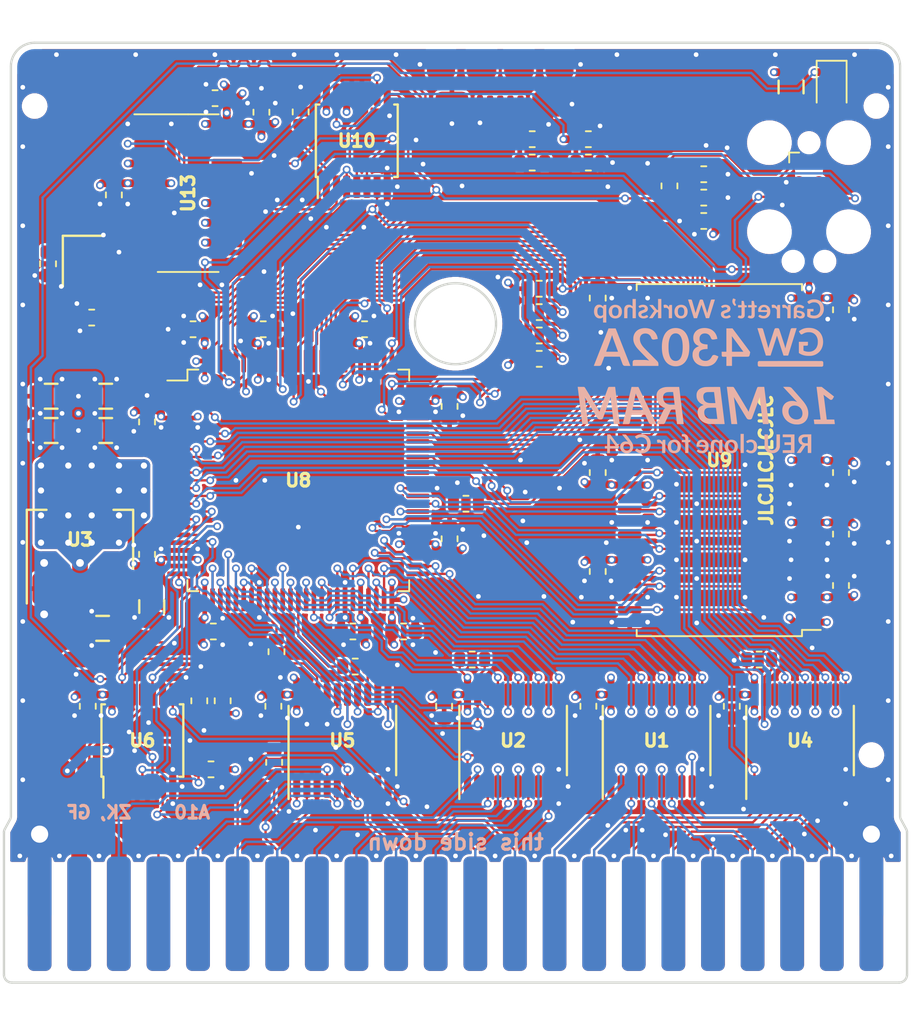
<source format=kicad_pcb>
(kicad_pcb (version 20221018) (generator pcbnew)
  (title_block (title "GW4302A") (date "2022-02-01") (rev "0.1") (company "Garrett's Workshop"))
  (layers (0 "F.Cu" signal) (1 "In1.Cu" power) (2 "In2.Cu" power) (31 "B.Cu" signal) (34 "B.Paste" user) (35 "F.Paste" user) (36 "B.SilkS" user "B.Silkscreen") (37 "F.SilkS" user "F.Silkscreen") (38 "B.Mask" user) (39 "F.Mask" user) (44 "Edge.Cuts" user))
  (net 0 "")
  (net 1 "+5V")
  (net 2 "GND")
  (net 3 "+3V3")
  (net 4 "/~{RESET}")
  (net 5 "/D3")
  (net 6 "/D2")
  (net 7 "/D4")
  (net 8 "/D1")
  (net 9 "/D5")
  (net 10 "/D0")
  (net 11 "/D6")
  (net 12 "/D7")
  (net 13 "/A3")
  (net 14 "/A2")
  (net 15 "/A5")
  (net 16 "/A6")
  (net 17 "/A11")
  (net 18 "/A10")
  (net 19 "/A14")
  (net 20 "/A13")
  (net 21 "/A4")
  (net 22 "/A7")
  (net 23 "/A9")
  (net 24 "/A12")
  (net 25 "/A8")
  (net 26 "/A1")
  (net 27 "/~{DMA}")
  (net 28 "/BA")
  (net 29 "/~{ROML}")
  (net 30 "/~{IO2}")
  (net 31 "/~{EXROM}")
  (net 32 "/~{GAME}")
  (net 33 "/~{IO1}")
  (net 34 "/DotClk")
  (net 35 "/R~{W}")
  (net 36 "/~{IRQ}")
  (net 37 "/~{ROMH}")
  (net 38 "/~{NMI}")
  (net 39 "/PHI2")
  (net 40 "/A15")
  (net 41 "/A0")
  (net 42 "/TCKr")
  (net 43 "Net-(U13-XO)")
  (net 44 "/RCLK")
  (net 45 "/TMS")
  (net 46 "/TCK")
  (net 47 "/A~{OE}")
  (net 48 "/BA0")
  (net 49 "/BA1")
  (net 50 "/BA2")
  (net 51 "/BA3")
  (net 52 "/BA4")
  (net 53 "/BA5")
  (net 54 "/BA6")
  (net 55 "/BA7")
  (net 56 "/ADIR")
  (net 57 "/BA15")
  (net 58 "/BA14")
  (net 59 "/BA13")
  (net 60 "/BA12")
  (net 61 "/BA11")
  (net 62 "/BA10")
  (net 63 "/BA9")
  (net 64 "/BA8")
  (net 65 "/D~{OE}")
  (net 66 "/BD0")
  (net 67 "/BD1")
  (net 68 "/BD2")
  (net 69 "/BD3")
  (net 70 "/BD4")
  (net 71 "/BD5")
  (net 72 "/BD6")
  (net 73 "/BD7")
  (net 74 "/B~{IO2}")
  (net 75 "/B~{IO1}")
  (net 76 "/BBA")
  (net 77 "/BR~{W}")
  (net 78 "/BPHI2")
  (net 79 "/B~{RESET}")
  (net 80 "/DMAR~{W}")
  (net 81 "/RESET~{OE}")
  (net 82 "/DMA~{OE}")
  (net 83 "/IRQ~{OE}")
  (net 84 "/RA12")
  (net 85 "/RA11")
  (net 86 "/RA10")
  (net 87 "/RA9")
  (net 88 "/RA8")
  (net 89 "/RA7")
  (net 90 "/RA6")
  (net 91 "/RA5")
  (net 92 "/RA4")
  (net 93 "/RA3")
  (net 94 "/RA2")
  (net 95 "/RA1")
  (net 96 "/RA0")
  (net 97 "/RDQML")
  (net 98 "/RDQMH")
  (net 99 "/RCKE")
  (net 100 "/R~{CS}")
  (net 101 "/R~{WE}")
  (net 102 "/~{RAS}")
  (net 103 "/~{CAS}")
  (net 104 "/RD7")
  (net 105 "/RD6")
  (net 106 "/RD5")
  (net 107 "/RD4")
  (net 108 "/RD3")
  (net 109 "/RD2")
  (net 110 "/RD1")
  (net 111 "/RD0")
  (net 112 "/RW~{OE}")
  (net 113 "/DONE")
  (net 114 "/~{INIT}")
  (net 115 "/TDI")
  (net 116 "/TDO")
  (net 117 "/~{PROG}")
  (net 118 "/DDIR")
  (net 119 "Net-(U13-XI)")
  (net 120 "Net-(U10-4~{OE})")
  (net 121 "Net-(D1-A)")
  (net 122 "Net-(J2-D-)")
  (net 123 "/USB5V")
  (net 124 "Net-(J2-D+)")
  (net 126 "/UTCK")
  (net 127 "/JTAG~{OE}")
  (net 130 "/UTDI")
  (net 131 "/UTMS")
  (net 133 "Net-(U5-B5)")
  (net 134 "Net-(U5-B0)")
  (net 135 "/RBA0")
  (net 136 "/RBA1")
  (net 137 "Net-(U8-PCLKT1_0{slash}PR5C)")
  (net 139 "/C8M")
  (net 140 "/~{LED}")
  (footprint "stdpads:PasteHole_1.1mm_PTH" (layer "F.Cu") (at 105.41 88.011)
    (fp_text reference "H1")
    (fp_text value " " hide)
  )
  (footprint "stdpads:Fiducial" (layer "F.Cu") (at 105.283 85.471)
    (fp_text reference "FID4")
    (fp_text value "Fiducial" hide)
  )
  (footprint "stdpads:PasteHole_1.1mm_PTH" (layer "F.Cu") (at 158.75 88.011)
    (fp_text reference "H2")
    (fp_text value " " hide)
  )
  (footprint "stdpads:TSSOP-20_4.4x6.5mm_P0.65mm" (layer "F.Cu") (at 144.975 82)
    (fp_text reference "U1")
    (fp_text value "74AHC245PW")
  )
  (footprint "stdpads:TSOP-II-54_22.2x10.16mm_P0.8mm" (layer "F.Cu") (at 149 64 90)
    (fp_text reference "U9")
    (fp_text value "W9825G6KH-6")
  )
  (footprint "stdpads:TSSOP-20_4.4x6.5mm_P0.65mm" (layer "F.Cu") (at 154.175 82)
    (fp_text reference "U4")
    (fp_text value "74AHC245PW")
  )
  (footprint "stdpads:Fiducial" (layer "F.Cu") (at 158.75 85.471)
    (fp_text reference "FID3")
    (fp_text value "Fiducial" hide)
  )
  (footprint "stdpads:C_0603" (layer "F.Cu") (at 108.5 79.8 -90)
    (fp_text reference "C8")
    (fp_text value "2u2")
  )
  (footprint "stdpads:TSSOP-14_4.4x5mm_P0.65mm" (layer "F.Cu") (at 112 82)
    (fp_text reference "U6")
    (fp_text value "74AHC125PW")
  )
  (footprint "stdpads:C_0603" (layer "F.Cu") (at 120.4 79.8 -90)
    (fp_text reference "C9")
    (fp_text value "2u2")
  )
  (footprint "stdpads:C_0603" (layer "F.Cu") (at 140.6 79.8 -90)
    (fp_text reference "C11")
    (fp_text value "2u2")
  )
  (footprint "stdpads:C_0805" (layer "F.Cu") (at 106.15 62.1 180)
    (fp_text reference "C3")
    (fp_text value "10u")
  )
  (footprint "stdpads:C_0805" (layer "F.Cu") (at 109.65 62.1)
    (fp_text reference "C4")
    (fp_text value "10u")
  )
  (footprint "stdpads:C_0805" (layer "F.Cu") (at 109.65 59.9)
    (fp_text reference "C6")
    (fp_text value "10u")
  )
  (footprint "stdpads:R_0603" (layer "F.Cu") (at 120.45 83.4 -90)
    (fp_text reference "R5")
    (fp_text value "1k")
  )
  (footprint "stdpads:TSSOP-20_4.4x6.5mm_P0.65mm" (layer "F.Cu") (at 135.775 82)
    (fp_text reference "U2")
    (fp_text value "74AHC245PW")
  )
  (footprint "stdpads:TSSOP-20_4.4x6.5mm_P0.65mm" (layer "F.Cu") (at 124.825 82)
    (fp_text reference "U5")
    (fp_text value "74AHC245PW")
  )
  (footprint "stdpads:C_0603" (layer "F.Cu") (at 149.8 79.8 -90)
    (fp_text reference "C12")
    (fp_text value "2u2")
  )
  (footprint "stdpads:C_0603" (layer "F.Cu") (at 131.35 79.8 -90)
    (fp_text reference "C10")
    (fp_text value "2u2")
  )
  (footprint "stdpads:TSSOP-14_4.4x5mm_P0.65mm" (layer "F.Cu") (at 125.75 43.5)
    (fp_text reference "U10")
    (fp_text value "74AHC125PW")
  )
  (footprint "stdpads:C_0603" (layer "F.Cu") (at 156.8 54.35 -90)
    (fp_text reference "C27")
    (fp_text value "2u2")
  )
  (footprint "stdpads:R_0603" (layer "F.Cu") (at 140.6 44.9)
    (fp_text reference "R16")
    (fp_text value "10k")
  )
  (footprint "stdpads:C_0603" (layer "F.Cu") (at 156.8 64.8 -90)
    (fp_text reference "C26")
    (fp_text value "2u2")
  )
  (footprint "stdpads:C_0603" (layer "F.Cu") (at 156.8 68.75 -90)
    (fp_text reference "C25")
    (fp_text value "2u2")
  )
  (footprint "stdpads:C_0603" (layer "F.Cu") (at 156.8 72.05 90)
    (fp_text reference "C24")
    (fp_text value "2u2")
  )
  (footprint "stdpads:C_0603" (layer "F.Cu") (at 148 45.65)
    (fp_text reference "C7")
    (fp_text value "22p")
  )
  (footprint "stdpads:R_0603" (layer "F.Cu") (at 145.8 46.4 90)
    (fp_text reference "R10")
    (fp_text value "47")
  )
  (footprint "stdpads:R_0603" (layer "F.Cu") (at 148 47.15 180)
    (fp_text reference "R13")
    (fp_text value "10k")
  )
  (footprint "stdpads:C_0603" (layer "F.Cu") (at 116.6615 40.767 180)
    (fp_text reference "C31")
    (fp_text value "2u2")
  )
  (footprint "stdpads:C_0603" (layer "F.Cu") (at 108.75 54.8506 180)
    (fp_text reference "C32")
    (fp_text value "22p")
  )
  (footprint "stdpads:C_0603" (layer "F.Cu") (at 105.95 51.4006 -90)
    (fp_text reference "C33")
    (fp_text value "22p")
  )
  (footprint "stdpads:C_0603" (layer "F.Cu") (at 116.55 75)
    (fp_text reference "C15")
    (fp_text value "2u2")
  )
  (footprint "stdpads:C_0603" (layer "F.Cu") (at 128.75 75)
    (fp_text reference "C17")
    (fp_text value "2u2")
  )
  (footprint "stdpads:C_0603" (layer "F.Cu") (at 125.5 75 180)
    (fp_text reference "C16")
    (fp_text value "2u2")
  )
  (footprint "stdpads:C_0603" (layer "F.Cu") (at 131.7 69.05 90)
    (fp_text reference "C18")
    (fp_text value "2u2")
  )
  (footprint "stdpads:Fiducial" (layer "F.Cu") (at 159.0675 38.735)
    (fp_text reference "FID2")
    (fp_text value "Fiducial" hide)
  )
  (footprint "stdpads:Fiducial" (layer "F.Cu") (at 105.0925 38.735)
    (fp_text reference "FID1")
    (fp_text value "Fiducial" hide)
  )
  (footprint "stdpads:C_0603" (layer "F.Cu") (at 131.7 60.55 -90)
    (fp_text reference "C19")
    (fp_text value "2u2")
  )
  (footprint "stdpads:C_0603" (layer "F.Cu") (at 126.25 55.6)
    (fp_text reference "C20")
    (fp_text value "2u2")
  )
  (footprint "stdpads:C_0603" (layer "F.Cu") (at 119.75 55.6)
    (fp_text reference "C21")
    (fp_text value "2u2")
  )
  (footprint "stdpads:C_0603" (layer "F.Cu") (at 112.3 61.55 -90)
    (fp_text reference "C13")
    (fp_text value "2u2")
  )
  (footprint "stdpads:C_0603" (layer "F.Cu") (at 115.25 55.6 180)
    (fp_text reference "C22")
    (fp_text value "2u2")
  )
  (footprint "stdpads:C_0603" (layer "F.Cu") (at 112.3 70.05 90)
    (fp_text reference "C14")
    (fp_text value "2u2")
  )
  (footprint "stdpads:SOT-223" (layer "F.Cu") (at 108 69.1 -90)
    (fp_text reference "U3")
    (fp_text value "LD1117S33")
  )
  (footprint "stdpads:C_0805" (layer "F.Cu") (at 109.45 74.8 180)
    (fp_text reference "C1")
    (fp_text value "10u")
  )
  (footprint "stdpads:C_0805" (layer "F.Cu") (at 112.6 73.4 -90)
    (fp_text reference "C2")
    (fp_text value "10u")
  )
  (footprint "stdpads:C_0603" (layer "F.Cu") (at 141.2 71.15 -90)
    (fp_text reference "C29")
    (fp_text value "2u2")
  )
  (footprint "stdpads:C_0603" (layer "F.Cu") (at 141.2 64.8 90)
    (fp_text reference "C28")
    (fp_text value "2u2")
  )
  (footprint "stdpads:TQFP-100_14x14mm_P0.5mm" (layer "F.Cu") (at 122 65.3 -90)
    (fp_text reference "U8")
    (fp_text value "LCMXO2-640-TG100")
  )
  (footprint "stdpads:R_0603" (layer "F.Cu") (at 141.2 53.6 -90)
    (fp_text reference "R8")
    (fp_text value "10k")
  )
  (footprint "stdpads:C_0603" (layer "F.Cu") (at 140.6 43.4)
    (fp_text reference "C34")
    (fp_text value "22p")
  )
  (footprint "stdpads:SOIC-16_3.9mm" (layer "F.Cu") (at 114.935 46.863 -90)
    (fp_text reference "U13")
    (fp_text value "CH340G")
  )
  (footprint "stdpads:C_0603" (layer "F.Cu") (at 110.1725 46.978 -90)
    (fp_text reference "C30")
    (fp_text value "2u2")
  )
  (footprint "stdpads:C_0603" (layer "F.Cu") (at 119.634 41.668 90)
    (fp_text reference "C23")
    (fp_text value "2u2")
  )
  (footprint "stdpads:C_0805" (layer "F.Cu") (at 106.15 59.9 180)
    (fp_text reference "C5")
    (fp_text value "10u")
  )
  (footprint "stdpads:USB_Micro-B_Amphenol_10118192-0001" (layer "F.Cu") (at 134.95 38.6 180)
    (fp_text reference "J2")
    (fp_text value "microUSB")
  )
  (footprint "stdpads:PasteHole_1.152mm_NPTH" (layer "F.Cu") (at 159.0675 41.275)
    (fp_text reference "H3")
    (fp_text value " " hide)
  )
  (footprint "stdpads:PasteHole_1.152mm_NPTH" (layer "F.Cu") (at 158.75 82.931)
    (fp_text reference "H5")
    (fp_text value " " hide)
  )
  (footprint "stdpads:PasteHole_1.152mm_NPTH" (layer "F.Cu") (at 105.0925 41.275)
    (fp_text reference "H4")
    (fp_text value " " hide)
  )
  (footprint "Connector:Tag-Connect_TC2050-IDC-FP_2x05_P1.27mm_Vertical" (layer "F.Cu") (at 154.7495 47.4345 -90)
    (fp_text reference "J3" hide)
    (fp_text value "JTAG")
  )
  (footprint "stdpads:R_0603" (layer "F.Cu") (at 137.45 57.5 180)
    (fp_text reference "R9")
    (fp_text value "10k")
  )
  (footprint "stdpads:R_0603" (layer "F.Cu") (at 137.45 53 180)
    (fp_text reference "R14")
    (fp_text value "10k")
  )
  (footprint "stdpads:R_0603" (layer "F.Cu") (at 137.45 56 180)
    (fp_text reference "R11")
    (fp_text value "10k")
  )
  (footprint "stdpads:R_0603" (layer "F.Cu") (at 137.45 54.5 180)
    (fp_text reference "R12")
    (fp_text value "10k")
  )
  (footprint "stdpads:R_0603" (layer "F.Cu") (at 137 44.9 180)
    (fp_text reference "R2")
    (fp_text value "1k")
  )
  (footprint "stdpads:R_0603" (layer "F.Cu") (at 132.75 66.8 180)
    (fp_text reference "R7")
    (fp_text value "47")
  )
  (footprint "stdpads:R_0603" (layer "F.Cu") (at 125.65 77.25)
    (fp_text reference "R1")
    (fp_text value "47")
  )
  (footprint "stdpads:R_0603" (layer "F.Cu") (at 122.15 41.65 90)
    (fp_text reference "R3")
    (fp_text value "1k")
  )
  (footprint "stdpads:R_0603" (layer "F.Cu") (at 120.6 76.3 -90)
    (fp_text reference "R6")
    (fp_text value "47")
  )
  (footprint "stdpads:R_0603" (layer "F.Cu") (at 115.65 79.45 -90)
    (fp_text reference "R20")
    (fp_text value "1k")
  )
  (footprint "stdpads:Crystal_SMD_3225-4Pin_3.2x2.5mm" (layer "F.Cu") (at 108.65 51.7506 -90)
    (fp_text reference "Y1")
    (fp_text value "12M")
  )
  (footprint "stdpads:R_0603" (layer "F.Cu") (at 151.55 76.8 180)
    (fp_text reference "R19")
    (fp_text value "1k")
  )
  (footprint "stdpads:C_0603" (layer "F.Cu") (at 148 48.65 180)
    (fp_text reference "C35")
    (fp_text value "2u2")
  )
  (footprint "stdpads:R_0603" (layer "F.Cu") (at 133.15 76.8 180)
    (fp_text reference "R17")
    (fp_text value "1k")
  )
  (footprint "stdpads:R_0603" (layer "F.Cu") (at 116.4 83.85)
    (fp_text reference "R21")
    (fp_text value "1k")
  )
  (footprint "stdpads:LED_0805" (layer "F.Cu") (at 156.2 40.05 -90)
    (fp_text reference "D1")
    (fp_text value "LED")
  )
  (footprint "stdpads:C_0603" (layer "F.Cu") (at 137 43.4)
    (fp_text reference "C36")
    (fp_text value "2u2")
  )
  (footprint "stdpads:R_0805" (layer "F.Cu") (at 153.6 40.05 -90)
    (fp_text reference "R22")
    (fp_text value "220")
  )
  (footprint "stdpads:R_0603" (layer "F.Cu") (at 117.15 79.45 -90)
    (fp_text reference "R18")
    (fp_text value "1k")
  )
  (footprint "stdpads:AppleIIgsMemoryExpansion_Edge" (layer "B.Cu") (at 132.08 93.218 180)
    (fp_text reference "J1")
    (fp_text value "C64")
  )
  (footprint "LOGO" (layer "B.Cu") (at 148.336 56.007 180)
    (fp_text reference "G***" hide)
    (fp_text value "LOGO" hide)
  )
  (footprint "LOGO" (layer "B.Cu") (at 148.324913 61.341 180)
    (fp_text reference "G***" hide)
    (fp_text value "LOGO" hide)
  )
  (gr_arc (start 161.036 97.028) (mid 160.88721 97.38721) (end 160.528 97.536) (stroke (width 0.15)) (layer "Edge.Cuts"))
  (gr_line (start 160.528 97.536) (end 103.632 97.536) (stroke (width 0.15)) (layer "Edge.Cuts"))
  (gr_arc (start 103.632 97.536) (mid 103.27279 97.38721) (end 103.124 97.028) (stroke (width 0.15)) (layer "Edge.Cuts"))
  (gr_line (start 161.036 87.884) (end 161.036 97.028) (stroke (width 0.15)) (layer "Edge.Cuts"))
  (gr_line (start 103.124 87.884) (end 103.124 97.028) (stroke (width 0.15)) (layer "Edge.Cuts"))
  (gr_arc (start 103.124 87.884) (mid 103.136982 87.78539) (end 103.175044 87.6935) (stroke (width 0.15)) (layer "Edge.Cuts"))
  (gr_line (start 160.5915 38.735) (end 160.5915 86.868) (stroke (width 0.15)) (layer "Edge.Cuts"))
  (gr_line (start 103.5685 38.735) (end 103.5685 86.868) (stroke (width 0.15)) (layer "Edge.Cuts"))
  (gr_circle (center 132.08 55.245) (end 134.68 55.245) (stroke (width 0.15)) (fill none) (layer "Edge.Cuts"))
  (gr_arc (start 160.642544 87.0585) (mid 160.604482 86.96661) (end 160.5915 86.868) (stroke (width 0.15)) (layer "Edge.Cuts"))
  (gr_arc (start 160.984956 87.6935) (mid 161.023018 87.78539) (end 161.036 87.884) (stroke (width 0.15)) (layer "Edge.Cuts"))
  (gr_line (start 160.642544 87.0585) (end 160.984956 87.6935) (stroke (width 0.15)) (layer "Edge.Cuts"))
  (gr_line (start 103.517456 87.0585) (end 103.175044 87.6935) (stroke (width 0.15)) (layer "Edge.Cuts"))
  (gr_arc (start 103.5685 86.868) (mid 103.555518 86.96661) (end 103.517456 87.0585) (stroke (width 0.15)) (layer "Edge.Cuts"))
  (gr_arc (start 103.5685 38.735) (mid 104.014869 37.657369) (end 105.0925 37.211) (stroke (width 0.15)) (layer "Edge.Cuts"))
  (gr_arc (start 159.0675 37.211) (mid 160.145131 37.657369) (end 160.5915 38.735) (stroke (width 0.15)) (layer "Edge.Cuts"))
  (gr_line (start 159.0675 37.211) (end 105.0925 37.211) (stroke (width 0.15)) (layer "Edge.Cuts"))
  (gr_text "this side down" (at 132.08 88.519) (layer "B.SilkS") (effects (font (size 1.016 1.016) (thickness 0.2032) bold) (justify mirror)))
  (gr_text "ZK, GF" (at 109.22 86.614) (layer "B.SilkS") (effects (font (size 0.8128 0.8128) (thickness 0.2032)) (justify mirror)))
  (gr_text "A10" (at 115.189 86.614) (layer "B.SilkS") (effects (font (size 0.8128 0.8128) (thickness 0.2032)) (justify mirror)))
  (gr_text "JLCJLCJLCJLC" (at 152 64 90) (layer "F.SilkS") (effects (font (size 0.8128 0.8128) (thickness 0.2032))))
  (segment (start 107.95 87.8) (end 107.188 87.038) (width 1) (layer "F.Cu") (net 1))
  (segment (start 110.49 89.027) (end 109.855 88.392) (width 1) (layer "F.Cu") (net 1))
  (segment (start 108.542 88.392) (end 107.95 87.8) (width 1) (layer "F.Cu") (net 1))
  (segment (start 110.3 74.8) (end 110.3 76) (width 1) (layer "F.Cu") (net 1))
  (segment (start 114.4 82.6) (end 113.85 82.05) (width 0.3) (layer "F.Cu") (net 1))
  (segment (start 106.35 83.109) (end 106.35 83.6) (width 1) (layer "F.Cu") (net 1))
  (segment (start 109.855 88.392) (end 108.542 88.392) (width 1) (layer "F.Cu") (net 1))
  (segment (start 109.5 76.8) (end 107.35 76.8) (width 1) (layer "F.Cu") (net 1))
  (segment (start 108.542 88.435) (end 108.542 88.392) (width 1) (layer "F.Cu") (net 1))
  (segment (start 112.6 72.55) (end 110.6 72.55) (width 1) (layer "F.Cu") (net 1))
  (segment (start 107.95 93.118) (end 107.95 89.027) (width 1) (layer "F.Cu") (net 1))
  (segment (start 107.188 84.438) (end 107.188 87.038) (width 1) (layer "F.Cu") (net 1))
  (segment (start 110.6 72.55) (end 110.3 72.25) (width 1) (layer "F.Cu") (net 1))
  (segment (start 110.3 82.05) (end 109.7 82.65) (width 0.3) (layer "F.Cu") (net 1))
  (segment (start 106.35 83.6) (end 107.188 84.438) (width 1) (layer "F.Cu") (net 1))
  (segment (start 120.45 82.6) (end 114.4 82.6) (width 0.3) (layer "F.Cu") (net 1))
  (segment (start 110.3 76) (end 109.5 76.8) (width 1) (layer "F.Cu") (net 1))
  (segment (start 107.35 76.8) (end 106.35 77.8) (width 1) (layer "F.Cu") (net 1))
  (segment (start 110.49 93.118) (end 110.49 89.027) (width 1) (layer "F.Cu") (net 1))
  (segment (start 113.85 82.05) (end 110.3 82.05) (width 0.3) (layer "F.Cu") (net 1))
  (segment (start 106.35 77.8) (end 106.35 83.109) (width 1) (layer "F.Cu") (net 1))
  (segment (start 106.35 83.109) (end 107.188 83.947) (width 1) (layer "F.Cu") (net 1))
  (segment (start 110.3 72.25) (end 110.3 74.8) (width 1) (layer "F.Cu") (net 1))
  (segment (start 107.95 93.118) (end 107.95 87.8) (width 1) (layer "F.Cu") (net 1))
  (segment (start 107.188 87.038) (end 107.188 83.947) (width 1) (layer "F.Cu") (net 1))
  (segment (start 107.95 89.027) (end 108.542 88.435) (width 1) (layer "F.Cu") (net 1))
  (via (at 109.7 82.65) (size 0.6) (drill 0.3) (layers "F.Cu" "B.Cu") (net 1))
  (via (at 107.188 83.947) (size 0.6) (drill 0.3) (layers "F.Cu" "B.Cu") (net 1))
  (segment (start 109.7 82.65) (end 108.485 82.65) (width 0.6) (layer "B.Cu") (net 1))
  (segment (start 108.485 82.65) (end 107.188 83.947) (width 0.6) (layer "B.Cu") (net 1))
  (segment (start 147.9 84.95) (end 147.9 83.85) (width 0.45) (layer "F.Cu") (net 2))
  (segment (start 147.9 84.95) (end 147.9 86.05) (width 0.45) (layer "F.Cu") (net 2))
  (segment (start 147.9 84.95) (end 148.5 84.95) (width 0.45) (layer "F.Cu") (net 2))
  (segment (start 138.7 84.95) (end 138.7 86.05) (width 0.45) (layer "F.Cu") (net 2))
  (segment (start 138.7 84.95) (end 139.3 84.95) (width 0.45) (layer "F.Cu") (net 2))
  (segment (start 138.7 84.95) (end 138.7 83.85) (width 0.45) (layer "F.Cu") (net 2))
  (segment (start 149.8 80.55) (end 150.65 80.55) (width 0.5) (layer "F.Cu") (net 2))
  (segment (start 149.1 80.55) (end 148.95 80.4) (width 0.5) (layer "F.Cu") (net 2))
  (segment (start 149.8 80.55) (end 149.1 80.55) (width 0.5) (layer "F.Cu") (net 2))
  (segment (start 130.7 80.55) (end 130.55 80.4) (width 0.5) (layer "F.Cu") (net 2))
  (segment (start 131.4 80.55) (end 130.7 80.55) (width 0.5) (layer "F.Cu") (net 2))
  (segment (start 131.4 80.55) (end 132.25 80.55) (width 0.5) (layer "F.Cu") (net 2))
  (segment (start 120.45 80.55) (end 121.3 80.55) (width 0.5) (layer "F.Cu") (net 2))
  (segment (start 120.45 80.55) (end 119.75 80.55) (width 0.5) (layer "F.Cu") (net 2))
  (segment (start 119.75 80.55) (end 119.6 80.4) (width 0.5) (layer "F.Cu") (net 2))
  (segment (start 143.25 72.8) (end 144.4 72.8) (width 0.45) (layer "F.Cu") (net 2))
  (segment (start 143.25 68) (end 144.4 68) (width 0.45) (layer "F.Cu") (net 2))
  (segment (start 143.25 64) (end 144.4 64) (width 0.45) (layer "F.Cu") (net 2))
  (segment (start 143.25 53.6) (end 144.4 53.6) (width 0.45) (layer "F.Cu") (net 2))
  (segment (start 154.75 70.4) (end 153.6 70.4) (width 0.45) (layer "F.Cu") (net 2))
  (segment (start 154.75 65.6) (end 153.6 65.6) (width 0.45) (layer "F.Cu") (net 2))
  (segment (start 157.5 55.1) (end 157.65 54.95) (width 0.5) (layer "F.Cu") (net 2))
  (segment (start 156.8 55.1) (end 157.5 55.1) (width 0.5) (layer "F.Cu") (net 2))
  (segment (start 157.5 65.55) (end 157.65 65.4) (width 0.5) (layer "F.Cu") (net 2))
  (segment (start 156.8 65.55) (end 157.5 65.55) (width 0.5) (layer "F.Cu") (net 2))
  (segment (start 156.8 69.5) (end 157.5 69.5) (width 0.5) (layer "F.Cu") (net 2))
  (segment (start 157.5 69.5) (end 157.65 69.35) (width 0.5) (layer "F.Cu") (net 2))
  (segment (start 157.5 71.3) (end 157.65 71.45) (width 0.5) (layer "F.Cu") (net 2))
  (segment (start 156.8 71.3) (end 157.5 71.3) (width 0.5) (layer "F.Cu") (net 2))
  (segment (start 129.5 75) (end 129.5 74.3) (width 0.5) (layer "F.Cu") (net 2))
  (segment (start 129.5 74.3) (end 129.35 74.15) (width 0.5) (layer "F.Cu") (net 2))
  (segment (start 129.5 75.7) (end 129.35 75.85) (width 0.5) (layer "F.Cu") (net 2))
  (segment (start 129.5 75) (end 129.5 75.7) (width 0.5) (layer "F.Cu") (net 2))
  (segment (start 131.7 61.3) (end 132.4 61.3) (width 0.5) (layer "F.Cu") (net 2))
  (segment (start 132.4 61.3) (end 132.55 61.15) (width 0.5) (layer "F.Cu") (net 2))
  (segment (start 126.5 56.6) (end 126.6 56.5) (width 0.3) (layer "F.Cu") (net 2))
  (segment (start 126.5 57.6375) (end 126.5 56.6) (width 0.3) (layer "F.Cu") (net 2))
  (segment (start 127 55.6) (end 127 54.9) (width 0.5) (layer "F.Cu") (net 2))
  (segment (start 127 54.9) (end 126.85 54.75) (width 0.5) (layer "F.Cu") (net 2))
  (segment (start 127 55.6) (end 127 56.3) (width 0.5) (layer "F.Cu") (net 2))
  (segment (start 126.8 56.5) (end 126.6 56.5) (width 0.5) (layer "F.Cu") (net 2))
  (segment (start 127 56.3) (end 126.8 56.5) (width 0.5) (layer "F.Cu") (net 2))
  (segment (start 120.5 56.3) (end 120.3 56.5) (width 0.5) (layer "F.Cu") (net 2))
  (segment (start 120.3 56.5) (end 120.1 56.5) (width 0.5) (layer "F.Cu") (net 2))
  (segment (start 120.5 55.6) (end 120.5 56.3) (width 0.5) (layer "F.Cu") (net 2))
  (segment (start 120.5 54.9) (end 120.35 54.75) (width 0.5) (layer "F.Cu") (net 2))
  (segment (start 120 57.6375) (end 120 56.6) (width 0.3) (layer "F.Cu") (net 2))
  (segment (start 120.5 55.6) (end 120.5 54.9) (width 0.5) (layer "F.Cu") (net 2))
  (segment (start 120 56.6) (end 120.1 56.5) (width 0.3) (layer "F.Cu") (net 2))
  (segment (start 113 62.3) (end 113.2 62.1) (width 0.5) (layer "F.Cu") (net 2))
  (segment (start 113.3 61.8) (end 113.2 61.9) (width 0.3) (layer "F.Cu") (net 2))
  (segment (start 112.3 62.3) (end 113 62.3) (width 0.5) (layer "F.Cu") (net 2))
  (segment (start 114.3375 61.8) (end 113.3 61.8) (width 0.3) (layer "F.Cu") (net 2))
  (segment (start 113.2 62.1) (end 113.2 61.9) (width 0.5) (layer "F.Cu") (net 2))
  (segment (start 112.3 62.3) (end 111.6 62.3) (width 0.5) (layer "F.Cu") (net 2))
  (segment (start 111.6 62.3) (end 111.45 62.15) (width 0.5) (layer "F.Cu") (net 2))
  (segment (start 114.5 55.6) (end 114.5 56.3) (width 0.5) (layer "F.Cu") (net 2))
  (segment (start 114.5 56.3) (end 114.65 56.45) (width 0.5) (layer "F.Cu") (net 2))
  (segment (start 114.5 55.6) (end 114.5 54.9) (width 0.5) (layer "F.Cu") (net 2))
  (segment (start 114.5 54.9) (end 114.65 54.75) (width 0.5) (layer "F.Cu") (net 2))
  (segment (start 113 69.3) (end 113.2 69.5) (width 0.5) (layer "F.Cu") (net 2))
  (segment (start 113.3 69.8) (end 113.2 69.7) (width 0.3) (layer "F.Cu") (net 2))
  (segment (start 112.3 69.3) (end 111.6 69.3) (width 0.5) (layer "F.Cu") (net 2))
  (segment (start 113.2 69.5) (end 113.2 69.7) (width 0.5) (layer "F.Cu") (net 2))
  (segment (start 112.3 69.3) (end 113 69.3) (width 0.5) (layer "F.Cu") (net 2))
  (segment (start 111.6 69.3) (end 111.45 69.45) (width 0.5) (layer "F.Cu") (net 2))
  (segment (start 114.3375 69.8) (end 113.3 69.8) (width 0.3) (layer "F.Cu") (net 2))
  (segment (start 110.5 62.1) (end 110.5 63.05) (width 0.5) (layer "F.Cu") (net 2))
  (segment (start 110.5 63.05) (end 110.35 63.2) (width 0.5) (layer "F.Cu") (net 2))
  (segment (start 105.3 62.1) (end 105.3 63.05) (width 0.5) (layer "F.Cu") (net 2))
  (segment (start 105.3 63.05) (end 105.45 63.2) (width 0.5) (layer "F.Cu") (net 2))
  (segment (start 129.6625 60.8) (end 128.55 60.8) (width 0.3) (layer "F.Cu") (net 2))
  (segment (start 128.55 60.8) (end 128.45 60.9) (width 0.3) (layer "F.Cu") (net 2))
  (segment (start 126.5 58.75) (end 126.6 58.85) (width 0.3) (layer "F.Cu") (net 2))
  (segment (start 126.5 57.6375) (end 126.5 58.75) (width 0.3) (layer "F.Cu") (net 2))
  (segment (start 120 57.6375) (end 120 58.75) (width 0.3) (layer "F.Cu") (net 2))
  (segment (start 120 58.75) (end 120.1 58.85) (width 0.3) (layer "F.Cu") (net 2))
  (segment (start 114.3375 61.8) (end 115.45 61.8) (width 0.3) (layer "F.Cu") (net 2))
  (segment (start 115.45 69.8) (end 115.55 69.7) (width 0.3) (layer "F.Cu") (net 2))
  (segment (start 115.45 61.8) (end 115.55 61.9) (width 0.3) (layer "F.Cu") (net 2))
  (segment (start 114.3375 69.8) (end 115.45 69.8) (width 0.3) (layer "F.Cu") (net 2))
  (segment (start 143.25 68) (end 142.1 68) (width 0.45) (layer "F.Cu") (net 2))
  (segment (start 143.25 64) (end 142.1 64) (width 0.45) (layer "F.Cu") (net 2))
  (segment (start 143.25 53.6) (end 142.1 53.6) (width 0.45) (layer "F.Cu") (net 2))
  (segment (start 154.75 65.6) (end 155.9 65.6) (width 0.45) (layer "F.Cu") (net 2))
  (segment (start 154.75 70.4) (end 155.9 70.4) (width 0.45) (layer "F.Cu") (net 2))
  (segment (start 140.5 64.05) (end 140.35 64.2) (width 0.5) (layer "F.Cu") (net 2))
  (segment (start 141.2 64.05) (end 140.5 64.05) (width 0.5) (layer "F.Cu") (net 2))
  (segment (start 122.55 79.05) (end 122.55 80.95) (width 0.15) (layer "F.Cu") (net 2))
  (segment (start 111.4 62.1) (end 111.45 62.15) (width 0.508) (layer "F.Cu") (net 2))
  (segment (start 115.9115 40.767) (end 115.9115 41.4895) (width 0.5) (layer "F.Cu") (net 2))
  (segment (start 140.6 80.55) (end 139.9 80.55) (width 0.5) (layer "F.Cu") (net 2))
  (segment (start 141.9 71.9) (end 142.05 71.75) (width 0.5) (layer "F.Cu") (net 2))
  (segment (start 127.75 84.95) (end 128.35 84.95) (width 0.45) (layer "F.Cu") (net 2))
  (segment (start 108 54.1506) (end 107.8 53.9506) (width 0.5) (layer "F.Cu") (net 2))
  (segment (start 110.5 62.1) (end 111.4 62.1) (width 0.508) (layer "F.Cu") (net 2))
  (segment (start 130.8 68.5) (end 130.8 68.7) (width 0.5) (layer "F.Cu") (net 2))
  (segment (start 127.75 84.95) (end 127.75 83.85) (width 0.45) (layer "F.Cu") (net 2))
  (segment (start 131.85 41.15) (end 131.85 42.4) (width 0.6) (layer "F.Cu") (net 2))
  (segment (start 127.7 46.45) (end 127.7 47.55) (width 0.45) (layer "F.Cu") (net 2))
  (segment (start 113.95 84.95) (end 113.95 83.85) (width 0.45) (layer "F.Cu") (net 2))
  (segment (start 148.8 47.15) (end 149.55 47.15) (width 0.15) (layer "F.Cu") (net 2))
  (segment (start 143.25 74.4) (end 144.4 74.4) (width 0.45) (layer "F.Cu") (net 2))
  (segment (start 127.7 46.45) (end 127.7 45.25) (width 0.45) (layer "F.Cu") (net 2))
  (segment (start 138.05 41.15) (end 138.05 42.45) (width 0.6) (layer "F.Cu") (net 2))
  (segment (start 112.6 74.25) (end 113.55 74.25) (width 0.5) (layer "F.Cu") (net 2))
  (segment (start 157.1 84.95) (end 157.1 83.85) (width 0.45) (layer "F.Cu") (net 2))
  (segment (start 110.1725 47.728) (end 110.895 47.728) (width 0.5) (layer "F.Cu") (net 2))
  (segment (start 155.95 65.55) (end 155.9 65.6) (width 0.5) (layer "F.Cu") (net 2))
  (segment (start 107.8 52.8506) (end 107.8 53.9506) (width 0.5) (layer "F.Cu") (net 2))
  (segment (start 143.25 74.4) (end 142.1 74.4) (width 0.45) (layer "F.Cu") (net 2))
  (segment (start 105.3 59.9) (end 105.3 60.85) (width 0.5) (layer "F.Cu") (net 2))
  (segment (start 130.8 61.1) (end 130.8 60.9) (width 0.5) (layer "F.Cu") (net 2))
  (segment (start 154.1145 48.7045) (end 153.035 47.625) (width 0.508) (layer "F.Cu") (net 2))
  (segment (start 113.55 74.25) (end 113.7 74.1) (width 0.5) (layer "F.Cu") (net 2))
  (segment (start 141.4 44.9) (end 142.15 44.9) (width 0.5) (layer "F.Cu") (net 2))
  (segment (start 156.8 65.55) (end 155.95 65.55) (width 0.5) (layer "F.Cu") (net 2))
  (segment (start 140.6 80.55) (end 141.45 80.55) (width 0.5) (layer "F.Cu") (net 2))
  (segment (start 109.5 50.6506) (end 109.5 49.5506) (width 0.5) (layer "F.Cu") (net 2))
  (segment (start 110.895 47.728) (end 111.0615 47.5615) (width 0.5) (layer "F.Cu") (net 2))
  (segment (start 105.3 59.9) (end 105.3 58.95) (width 0.5) (layer "F.Cu") (net 2))
  (segment (start 130.7 68.8) (end 130.8 68.7) (width 0.3) (layer "F.Cu") (net 2))
  (segment (start 110.5 59.9) (end 110.5 60.85) (width 0.5) (layer "F.Cu") (net 2))
  (segment (start 108.6 74.8) (end 108.6 73.85) (width 0.5) (layer "F.Cu") (net 2))
  (segment (start 147.25 49.35) (end 147.4 49.5) (width 0.5) (layer "F.Cu") (net 2))
  (segment (start 119.5 74.1) (end 119.5 72.9625) (width 0.3) (layer "F.Cu") (net 2))
  (segment (start 156.8 71.3) (end 156.1 71.3) (width 0.5) (layer "F.Cu") (net 2))
  (segment (start 129.6625 60.8) (end 130.7 60.8) (width 0.3) (layer "F.Cu") (net 2))
  (segment (start 105.3 61.15) (end 105.45 61) (width 0.5) (layer "F.Cu") (net 2))
  (segment (start 108 54.8506) (end 108 54.1506) (width 0.5) (layer "F.Cu") (net 2))
  (segment (start 108.5 80.55) (end 107.8 80.55) (width 0.5) (layer "F.Cu") (net 2))
  (segment (start 112.46 42.418) (end 113.8555 42.418) (width 0.5) (layer "F.Cu") (net 2))
  (segment (start 156.1 55.1) (end 155.95 54.95) (width 0.5) (layer "F.Cu") (net 2))
  (segment (start 123.85 79.05) (end 123.85 80.95) (width 0.15) (layer "F.Cu") (net 2))
  (segment (start 124.75 74.3) (end 124.95 74.1) (width 0.5) (layer "F.Cu") (net 2))
  (segment (start 127.7 46.45) (end 128.35 46.45) (width 0.45) (layer "F.Cu") (net 2))
  (segment (start 117.3 75) (end 117.3 75.7) (width 0.5) (layer "F.Cu") (net 2))
  (segment (start 157.1 84.95) (end 157.1 86.05) (width 0.45) (layer "F.Cu") (net 2))
  (segment (start 131.7 68.3) (end 131 68.3) (width 0.5) (layer "F.Cu") (net 2))
  (segment (start 142.05 64.05) (end 142.1 64) (width 0.5) (layer "F.Cu") (net 2))
  (segment (start 129.6625 68.8) (end 130.7 68.8) (width 0.3) (layer "F.Cu") (net 2))
  (segment (start 131.7 61.3) (end 131 61.3) (width 0.5) (layer "F.Cu") (net 2))
  (segment (start 117.3 75) (end 117.3 74.3) (width 0.5) (layer "F.Cu") (net 2))
  (segment (start 156.1 71.3) (end 155.95 71.45) (width 0.5) (layer "F.Cu") (net 2))
  (segment (start 124.95 74.1) (end 125 74.1) (width 0.5) (layer "F.Cu") (net 2))
  (segment (start 105.3 60.85) (end 105.45 61) (width 0.5) (layer "F.Cu") (net 2))
  (segment (start 139.9 80.55) (end 139.75 80.4) (width 0.5) (layer "F.Cu") (net 2))
  (segment (start 110.5 58.95) (end 110.35 58.8) (width 0.5) (layer "F.Cu") (net 2))
  (segment (start 132.4 68.3) (end 132.55 68.45) (width 0.5) (layer "F.Cu") (net 2))
  (segment (start 110.1725 47.728) (end 109.45 47.728) (width 0.5) (layer "F.Cu") (net 2))
  (segment (start 106.8 52.35) (end 106.6 52.15) (width 0.5) (layer "F.Cu") (net 2))
  (segment (start 107.8 52.8506) (end 106.8 52.8506) (width 0.5) (layer "F.Cu") (net 2))
  (segment (start 129.6625 68.8) (end 128.55 68.8) (width 0.3) (layer "F.Cu") (net 2))
  (segment (start 115.9115 41.4895) (end 116.078 41.656) (width 0.5) (layer "F.Cu") (net 2))
  (segment (start 147.25 48.65) (end 146.45 48.65) (width 0.5) (layer "F.Cu") (net 2))
  (segment (start 105.41 93.118) (end 105.41 88.011) (width 1.524) (layer "F.Cu") (net 2))
  (segment (start 128.55 68.8) (end 128.45 68.7) (width 0.3) (layer "F.Cu") (net 2))
  (segment (start 143.25 72.8) (end 142.1 72.8) (width 0.45) (layer "F.Cu") (net 2))
  (segment (start 143.25 53.6) (end 143.25 52.95) (width 0.45) (layer "F.Cu") (net 2))
  (segment (start 117.3 75.7) (end 117.15 75.85) (width 0.5) (layer "F.Cu") (net 2))
  (segment (start 107.8 80.55) (end 107.65 80.4) (width 0.5) (layer "F.Cu") (net 2))
  (segment (start 156.1 69.5) (end 155.95 69.35) (width 0.5) (layer "F.Cu") (net 2))
  (segment (start 111.65 74.25) (end 111.5 74.1) (width 0.5) (layer "F.Cu") (net 2))
  (segment (start 112.46 42.418) (end 111.0615 42.418) (width 0.5) (layer "F.Cu") (net 2))
  (segment (start 154.1145 46.1645) (end 153.289 46.1645) (width 0.5) (layer "F.Cu") (net 2))
  (segment (start 124.75 75) (end 124.75 74.3) (width 0.5) (layer "F.Cu") (net 2))
  (segment (start 131.15 38.6) (end 129.8 38.6) (width 0.6) (layer "F.Cu") (net 2))
  (segment (start 113.95 84.95) (end 114.55 84.95) (width 0.45) (layer "F.Cu") (net 2))
  (segment (start 133.65 41.275) (end 133.65 42.35) (width 0.4) (layer "F.Cu") (net 2))
  (segment (start 131 68.3) (end 130.8 68.5) (width 0.5) (layer "F.Cu") (net 2))
  (segment (start 105.3 62.1) (end 105.3 61.15) (width 0.5) (layer "F.Cu") (net 2))
  (segment (start 119.5 72.9625) (end 119.5 71.85) (width 0.3) (layer "F.Cu") (net 2))
  (segment (start 110.5 59.9) (end 110.5 58.95) (width 0.5) (layer "F.Cu") (net 2))
  (segment (start 148.75 45.65) (end 149.55 45.65) (width 0.15) (layer "F.Cu") (net 2))
  (segment (start 125 72.9625) (end 125 74.1) (width 0.3) (layer "F.Cu") (net 2))
  (segment (start 120.3565 40.918) (end 120.523 41.0845) (width 0.5) (layer "F.Cu") (net 2))
  (segment (start 110.5 61.15) (end 110.35 61) (width 0.5) (layer "F.Cu") (net 2))
  (segment (start 105.95 52.1506) (end 105.1006 52.1506) (width 0.5) (layer "F.Cu") (net 2))
  (segment (start 115.9115 40.767) (end 115.9115 40.0445) (width 0.5) (layer "F.Cu") (net 2))
  (segment (start 118.9115 40.918) (end 118.745 41.0845) (width 0.5) (layer "F.Cu") (net 2))
  (segment (start 130.7 60.8) (end 130.8 60.9) (width 0.3) (layer "F.Cu") (net 2))
  (segment (start 108.5 80.55) (end 109.2 80.55) (width 0.5) (layer "F.Cu") (net 2))
  (segment (start 137.75 43.4) (end 137.75 42.7) (width 0.5) (layer "F.Cu") (net 2))
  (segment (start 110.5 62.1) (end 110.5 61.15) (width 0.5) (layer "F.Cu") (net 2))
  (segment (start 137.75 42.75) (end 138.05 42.45) (width 0.5) (layer "F.Cu") (net 2))
  (segment (start 141.2 71.9) (end 140.5 71.9) (width 0.5) (layer "F.Cu") (net 2))
  (segment (start 113.95 84.95) (end 113.95 86.05) (width 0.45) (layer "F.Cu") (net 2))
  (segment (start 114.5 55.6) (end 113.65 55.6) (width 0.5) (layer "F.Cu") (net 2))
  (segment (start 156.8 69.5) (end 156.1 69.5) (width 0.5) (layer "F.Cu") (net 2))
  (segment (start 108.6 75.75) (end 108.75 75.9) (width 0.5) (layer "F.Cu") (net 2))
  (segment (start 109.45 47.728) (end 109.2835 47.5615) (width 0.5) (layer "F.Cu") (net 2))
  (segment (start 119.634 40.918) (end 120.3565 40.918) (width 0.5) (layer "F.Cu") (net 2))
  (segment (start 110.5 60.85) (end 110.35 61) (width 0.5) (layer "F.Cu") (net 2))
  (segment (start 106.8 52.8506) (end 106.8 52.35) (width 0.5) (layer "F.Cu") (net 2))
  (segment (start 109.2 80.55) (end 109.35 80.4) (width 0.5) (layer "F.Cu") (net 2))
  (segment (start 124.75 75) (end 124.75 75.7) (width 0.5) (layer "F.Cu") (net 2))
  (segment (start 141.2 71.9) (end 141.9 71.9) (width 0.5) (layer "F.Cu") (net 2))
  (segment (start 119.634 40.918) (end 118.9115 40.918) (width 0.5) (layer "F.Cu") (net 2))
  (segment (start 125 72.9625) (end 125 71.85) (width 0.3) (layer "F.Cu") (net 2))
  (segment (start 141.2 64.05) (end 142.05 64.05) (width 0.5) (layer "F.Cu") (net 2))
  (segment (start 119.634 40.918) (end 119.634 40.132) (width 0.5) (layer "F.Cu") (net 2))
  (segment (start 105.7 72.25) (end 105.7 73.9) (width 1) (layer "F.Cu") (net 2))
  (segment (start 131.7 68.3) (end 132.4 68.3) (width 0.5) (layer "F.Cu") (net 2))
  (segment (start 115.9115 40.0445) (end 116.078 39.878) (width 0.5) (layer "F.Cu") (net 2))
  (segment (start 112.6 74.25) (end 111.65 74.25) (width 0.5) (layer "F.Cu") (net 2))
  (segment (start 156.8 55.1) (end 156.1 55.1) (width 0.5) (layer "F.Cu") (net 2))
  (segment (start 108.6 74.8) (end 108.6 75.75) (width 0.5) (layer "F.Cu") (net 2))
  (segment (start 105.7 72.25) (end 105.7 70.6) (width 1) (layer "F.Cu") (net 2))
  (segment (start 117.3 74.3) (end 117.15 74.15) (width 0.5) (layer "F.Cu") (net 2))
  (segment (start 127.75 84.95) (end 127.75 86.05) (width 0.45) (layer "F.Cu") (net 2))
  (segment (start 140.5 71.9) (end 140.35 71.75) (width 0.5) (layer "F.Cu") (net 2))
  (segment (start 109.5 50.6506) (end 110.5 50.6506) (width 0.5) (layer "F.Cu") (net 2))
  (segment (start 106.5994 52.1506) (end 106.6 52.15) (width 0.5) (layer "F.Cu") (net 2))
  (segment (start 131 61.3) (end 130.8 61.1) (width 0.5) (layer "F.Cu") (net 2))
  (segment (start 138.05 41.15) (end 139.55 41.15) (width 0.6) (layer "F.Cu") (net 2))
  (segment (start 141.35 43.4) (end 141.35 42.55) (width 0.5) (layer "F.Cu") (net 2))
  (segment (start 122.15 40.85) (end 122.15 40.05) (width 0.15) (layer "F.Cu") (net 2))
  (segment (start 108.6 73.85) (end 108.75 73.7) (width 0.5) (layer "F.Cu") (net 2))
  (segment (start 105.1006 52.1506) (end 105.1 52.15) (width 0.5) (layer "F.Cu") (net 2))
  (segment (start 124.75 75.7) (end 124.9 75.85) (width 0.5) (layer "F.Cu") (net 2))
  (segment (start 147.25 48.65) (end 147.25 49.35) (width 0.5) (layer "F.Cu") (net 2))
  (segment (start 105.3 58.95) (end 105.45 58.8) (width 0.5) (layer "F.Cu") (net 2))
  (segment (start 158.75 93.118) (end 158.75 88.011) (width 1.524) (layer "F.Cu") (net 2))
  (segment (start 105.95 52.1506) (end 106.5994 52.1506) (width 0.5) (layer "F.Cu") (net 2))
  (segment (start 138.75 38.6) (end 140.1 38.6) (width 0.6) (layer "F.Cu") (net 2))
  (segment (start 108 55.7006) (end 108 54.8506) (width 0.5) (layer "F.Cu") (net 2))
  (via (at 109.22 89.408) (size 0.5) (drill 0.3) (layers "F.Cu" "B.Cu") (net 2))
  (via (at 111.76 89.408) (size 0.5) (drill 0.3) (layers "F.Cu" "B.Cu") (net 2))
  (via (at 106.68 89.408) (size 0.5) (drill 0.3) (layers "F.Cu" "B.Cu") (net 2))
  (via (at 104.14 89.408) (size 0.5) (drill 0.3) (layers "F.Cu" "B.Cu") (net 2))
  (via (at 114.3 89.408) (size 0.5) (drill 0.3) (layers "F.Cu" "B.Cu") (net 2))
  (via (at 116.84 89.408) (size 0.5) (drill 0.3) (layers "F.Cu" "B.Cu") (net 2))
  (via (at 119.38 89.408) (size 0.5) (drill 0.3) (layers "F.Cu" "B.Cu") (net 2))
  (via (at 121.92 89.408) (size 0.5) (drill 0.3) (layers "F.Cu" "B.Cu") (net 2))
  (via (at 124.46 89.408) (size 0.5) (drill 0.3) (layers "F.Cu" "B.Cu") (net 2))
  (via (at 127 89.408) (size 0.5) (drill 0.3) (layers "F.Cu" "B.Cu") (net 2))
  (via (at 129.54 89.408) (size 0.5) (drill 0.3) (layers "F.Cu" "B.Cu") (net 2))
  (via (at 132.08 89.408) (size 0.5) (drill 0.3) (layers "F.Cu" "B.Cu") (net 2))
  (via (at 134.62 89.408) (size 0.5) (drill 0.3) (layers "F.Cu" "B.Cu") (net 2))
  (via (at 137.16 89.408) (size 0.5) (drill 0.3) (layers "F.Cu" "B.Cu") (net 2))
  (via (at 139.7 89.408) (size 0.5) (drill 0.3) (layers "F.Cu" "B.Cu") (net 2))
  (via (at 142.24 89.408) (size 0.5) (drill 0.3) (layers "F.Cu" "B.Cu") (net 2))
  (via (at 144.78 89.408) (size 0.5) (drill 0.3) (layers "F.Cu" "B.Cu") (net 2))
  (via (at 147.32 89.408) (size 0.5) (drill 0.3) (layers "F.Cu" "B.Cu") (net 2))
  (via (at 149.86 89.408) (size 0.5) (drill 0.3) (layers "F.Cu" "B.Cu") (net 2))
  (via (at 152.4 89.408) (size 0.5) (drill 0.3) (layers "F.Cu" "B.Cu") (net 2))
  (via (at 154.94 89.408) (size 0.5) (drill 0.3) (layers "F.Cu" "B.Cu") (net 2))
  (via (at 157.48 89.408) (size 0.5) (drill 0.3) (layers "F.Cu" "B.Cu") (net 2))
  (via (at 160.02 89.408) (size 0.5) (drill 0.3) (layers "F.Cu" "B.Cu") (net 2))
  (via (at 104.3305 79.4385) (size 0.5) (drill 0.3) (layers "F.Cu" "B.Cu") (net 2))
  (via (at 147.9 83.85) (size 0.5) (drill 0.3) (layers "F.Cu" "B.Cu") (net 2))
  (via (at 147.9 86.05) (size 0.5) (drill 0.3) (layers "F.Cu" "B.Cu") (net 2))
  (via (at 148.5 84.95) (size 0.5) (drill 0.3) (layers "F.Cu" "B.Cu") (net 2))
  (via (at 139.3 84.95) (size 0.5) (drill 0.3) (layers "F.Cu" "B.Cu") (net 2))
  (via (at 138.7 83.85) (size 0.5) (drill 0.3) (layers "F.Cu" "B.Cu") (net 2))
  (via (at 138.7 86.05) (size 0.5) (drill 0.3) (layers "F.Cu" "B.Cu") (net 2))
  (via (at 150.65 80.55) (size 0.5) (drill 0.3) (layers "F.Cu" "B.Cu") (net 2))
  (via (at 148.95 80.4) (size 0.5) (drill 0.3) (layers "F.Cu" "B.Cu") (net 2))
  (via (at 130.55 80.4) (size 0.5) (drill 0.3) (layers "F.Cu" "B.Cu") (net 2))
  (via (at 132.25 80.55) (size 0.5) (drill 0.3) (layers "F.Cu" "B.Cu") (net 2))
  (via (at 121.3 80.55) (size 0.5) (drill 0.3) (layers "F.Cu" "B.Cu") (net 2))
  (via (at 119.6 80.4) (size 0.5) (drill 0.3) (layers "F.Cu" "B.Cu") (net 2))
  (via (at 144.4 72.8) (size 0.5) (drill 0.3) (layers "F.Cu" "B.Cu") (net 2))
  (via (at 144.4 68) (size 0.5) (drill 0.3) (layers "F.Cu" "B.Cu") (net 2))
  (via (at 144.4 64) (size 0.5) (drill 0.3) (layers "F.Cu" "B.Cu") (net 2))
  (via (at 144.4 53.6) (size 0.5) (drill 0.3) (layers "F.Cu" "B.Cu") (net 2))
  (via (at 153.6 70.4) (size 0.5) (drill 0.3) (layers "F.Cu" "B.Cu") (net 2))
  (via (at 153.6 65.6) (size 0.5) (drill 0.3) (layers "F.Cu" "B.Cu") (net 2))
  (via (at 157.65 54.95) (size 0.5) (drill 0.3) (layers "F.Cu" "B.Cu") (net 2))
  (via (at 157.65 65.4) (size 0.5) (drill 0.3) (layers "F.Cu" "B.Cu") (net 2))
  (via (at 157.65 69.35) (size 0.5) (drill 0.3) (layers "F.Cu" "B.Cu") (net 2))
  (via (at 157.65 71.45) (size 0.5) (drill 0.3) (layers "F.Cu" "B.Cu") (net 2))
  (via (at 129.35 74.15) (size 0.5) (drill 0.3) (layers "F.Cu" "B.Cu") (net 2))
  (via (at 129.35 75.85) (size 0.5) (drill 0.3) (layers "F.Cu" "B.Cu") (net 2))
  (via (at 124.46 37.973) (size 0.5) (drill 0.3) (layers "F.Cu" "B.Cu") (net 2))
  (via (at 142.4305 37.973) (size 0.5) (drill 0.3) (layers "F.Cu" "B.Cu") (net 2))
  (via (at 121.7295 37.973) (size 0.5) (drill 0.3) (layers "F.Cu" "B.Cu") (net 2))
  (via (at 116.6495 37.973) (size 0.5) (drill 0.3) (layers "F.Cu" "B.Cu") (net 2))
  (via (at 106.4895 37.973) (size 0.5) (drill 0.3) (layers "F.Cu" "B.Cu") (net 2))
  (via (at 132.55 61.15) (size 0.5) (drill 0.3) (layers "F.Cu" "B.Cu") (net 2))
  (via (at 126.6 56.5) (size 0.5) (drill 0.3) (layers "F.Cu" "B.Cu") (net 2))
  (via (at 126.85 54.75) (size 0.5) (drill 0.3) (layers "F.Cu" "B.Cu") (net 2))
  (via (at 120.35 54.75) (size 0.5) (drill 0.3) (layers "F.Cu" "B.Cu") (net 2))
  (via (at 120.1 56.5) (size 0.5) (drill 0.3) (layers "F.Cu" "B.Cu") (net 2))
  (via (at 113.2 61.9) (size 0.5) (drill 0.3) (layers "F.Cu" "B.Cu") (net 2))
  (via (at 111.45 62.15) (size 0.5) (drill 0.3) (layers "F.Cu" "B.Cu") (net 2))
  (via (at 114.65 54.75) (size 0.5) (drill 0.3) (layers "F.Cu" "B.Cu") (net 2))
  (via (at 114.65 56.45) (size 0.5) (drill 0.3) (layers "F.Cu" "B.Cu") (net 2))
  (via (at 113.2 69.7) (size 0.5) (drill 0.3) (layers "F.Cu" "B.Cu") (net 2))
  (via (at 111.45 69.45) (size 0.5) (drill 0.3) (layers "F.Cu" "B.Cu") (net 2))
  (via (at 107.9 61) (size 0.5) (drill 0.3) (layers "F.Cu" "B.Cu") (net 2))
  (via (at 110.35 63.2) (size 0.5) (drill 0.3) (layers "F.Cu" "B.Cu") (net 2))
  (via (at 105.45 63.2) (size 0.5) (drill 0.3) (layers "F.Cu" "B.Cu") (net 2))
  (via (at 128.45 60.9) (size 0.5) (drill 0.3) (layers "F.Cu" "B.Cu") (net 2))
  (via (at 126.6 58.85) (size 0.5) (drill 0.3) (layers "F.Cu" "B.Cu") (net 2))
  (via (at 120.1 58.85) (size 0.5) (drill 0.3) (layers "F.Cu" "B.Cu") (net 2))
  (via (at 115.55 61.9) (size 0.5) (drill 0.3) (layers "F.Cu" "B.Cu") (net 2))
  (via (at 115.55 69.7) (size 0.5) (drill 0.3) (layers "F.Cu" "B.Cu") (net 2))
  (via (at 142.1 68) (size 0.5) (drill 0.3) (layers "F.Cu" "B.Cu") (net 2))
  (via (at 142.1 64) (size 0.5) (drill 0.3) (layers "F.Cu" "B.Cu") (net 2))
  (via (at 142.1 53.6) (size 0.5) (drill 0.3) (layers "F.Cu" "B.Cu") (net 2))
  (via (at 155.9 65.6) (size 0.5) (drill 0.3) (layers "F.Cu" "B.Cu") (net 2))
  (via (at 155.9 70.4) (size 0.5) (drill 0.3) (layers "F.Cu" "B.Cu") (net 2))
  (via (at 140.35 64.2) (size 0.5) (drill 0.3) (layers "F.Cu" "B.Cu") (net 2))
  (via (at 138.75 65.8) (size 0.5) (drill 0.3) (layers "F.Cu" "B.Cu") (net 2))
  (via (at 119.8 51.9) (size 0.5) (drill 0.3) (layers "F.Cu" "B.Cu") (net 2))
  (via (at 159.8295 54.0385) (size 0.5) (drill 0.3) (layers "F.Cu" "B.Cu") (net 2))
  (via (at 159.8295 59.1185) (size 0.5) (drill 0.3) (layers "F.Cu" "B.Cu") (net 2))
  (via (at 159.8295 64.1985) (size 0.5) (drill 0.3) (layers "F.Cu" "B.Cu") (net 2))
  (via (at 159.8295 69.2785) (size 0.5) (drill 0.3) (layers "F.Cu" "B.Cu") (net 2))
  (via (at 159.8295 74.3585) (size 0.5) (drill 0.3) (layers "F.Cu" "B.Cu") (net 2))
  (via (at 159.8295 79.4385) (size 0.5) (drill 0.3) (layers "F.Cu" "B.Cu") (net 2))
  (via (at 159.8295 84.5185) (size 0.5) (drill 0.3) (layers "F.Cu" "B.Cu") (net 2))
  (via (at 104.3305 74.3585) (size 0.5) (drill 0.3) (layers "F.Cu" "B.Cu") (net 2))
  (via (at 104.3305 69.2785) (size 0.5) (drill 0.3) (layers "F.Cu" "B.Cu") (net 2))
  (via (at 104.3305 64.1985) (size 0.5) (drill 0.3) (layers "F.Cu" "B.Cu") (net 2))
  (via (at 104.3305 54.0385) (size 0.5) (drill 0.3) (layers "F.Cu" "B.Cu") (net 2))
  (via (at 104.3305 59.1185) (size 0.5) (drill 0.3) (layers "F.Cu" "B.Cu") (net 2))
  (via (at 104.3305 43.8785) (size 0.5) (drill 0.3) (layers "F.Cu" "B.Cu") (net 2))
  (via (at 104.3305 48.9585) (size 0.5) (drill 0.3) (layers "F.Cu" "B.Cu") (net 2))
  (via (at 127.85 41.9) (size 0.5) (drill 0.3) (layers "F.Cu" "B.Cu") (net 2))
  (via (at 130.8 76.35) (size 0.5) (drill 0.3) (layers "F.Cu" "B.Cu") (net 2))
  (via (at 133.9 68.85) (size 0.5) (drill 0.3) (layers "F.Cu" "B.Cu") (net 2))
  (via (at 137.75 72.75) (size 0.5) (drill 0.3) (layers "F.Cu" "B.Cu") (net 2))
  (via (at 141.75 69.3) (size 0.5) (drill 0.3) (layers "F.Cu" "B.Cu") (net 2))
  (via (at 139.6 74.4) (size 0.5) (drill 0.3) (layers "F.Cu" "B.Cu") (net 2))
  (via (at 133.55 72.75) (size 0.5) (drill 0.3) (layers "F.Cu" "B.Cu") (net 2))
  (via (at 141.9 58.1) (size 0.5) (drill 0.3) (layers "F.Cu" "B.Cu") (net 2))
  (via (at 126.2 49.05) (size 0.5) (drill 0.3) (layers "F.Cu" "B.Cu") (net 2))
  (via (at 141.85 46.45) (size 0.5) (drill 0.3) (layers "F.Cu" "B.Cu") (net 2))
  (via (at 132.5 46.4) (size 0.5) (drill 0.3) (layers "F.Cu" "B.Cu") (net 2))
  (via (at 140.05 62.7) (size 0.5) (drill 0.3) (layers "F.Cu" "B.Cu") (net 2))
  (via (at 147.55 66.8) (size 0.5) (drill 0.3) (layers "F.Cu" "B.Cu") (net 2))
  (via (at 147.55 69.2) (size 0.5) (drill 0.3) (layers "F.Cu" "B.Cu") (net 2))
  (via (at 147.55 71.6) (size 0.5) (drill 0.3) (layers "F.Cu" "B.Cu") (net 2))
  (via (at 147.55 74.45) (size 0.5) (drill 0.3) (layers "F.Cu" "B.Cu") (net 2))
  (via (at 146.25 68) (size 0.5) (drill 0.3) (layers "F.Cu" "B.Cu") (net 2))
  (via (at 146.25 72.8) (size 0.5) (drill 0.3) (layers "F.Cu" "B.Cu") (net 2))
  (via (at 146.25 70.4) (size 0.5) (drill 0.3) (layers "F.Cu" "B.Cu") (net 2))
  (via (at 146.25 65.55) (size 0.5) (drill 0.3) (layers "F.Cu" "B.Cu") (net 2))
  (via (at 150.65 68) (size 0.5) (drill 0.3) (layers "F.Cu" "B.Cu") (net 2))
  (via (at 150.65 72.8) (size 0.5) (drill 0.3) (layers "F.Cu" "B.Cu") (net 2))
  (via (at 150.65 70.4) (size 0.5) (drill 0.3) (layers "F.Cu" "B.Cu") (net 2))
  (via (at 150.65 65.55) (size 0.5) (drill 0.3) (layers "F.Cu" "B.Cu") (net 2))
  (via (at 120.85 77.95) (size 0.5) (drill 0.3) (layers "F.Cu" "B.Cu") (net 2))
  (via (at 136.4 67.9) (size 0.5) (drill 0.3) (layers "F.Cu" "B.Cu") (net 2))
  (via (at 136.65 69.3) (size 0.5) (drill 0.3) (layers "F.Cu" "B.Cu") (net 2))
  (via (at 141.4 55.8) (size 0.5) (drill 0.3) (layers "F.Cu" "B.Cu") (net 2))
  (via (at 118.3 56.35) (size 0.5) (drill 0.3) (layers "F.Cu" "B.Cu") (net 2))
  (via (at 121.4 86.55) (size 0.5) (drill 0.3) (layers "F.Cu" "B.Cu") (net 2))
  (via (at 118 65.3) (size 0.5) (drill 0.3) (layers "F.Cu" "B.Cu") (net 2))
  (via (at 119.85 65.3) (size 0.5) (drill 0.3) (layers "F.Cu" "B.Cu") (net 2))
  (via (at 122.55 80.95) (size 0.5) (drill 0.3) (layers "F.Cu" "B.Cu") (net 2))
  (via (at 109.5 49.5506) (size 0.5) (drill 0.3) (layers "F.Cu" "B.Cu") (net 2))
  (via (at 129.55 43.45) (size 0.5) (drill 0.3) (layers "F.Cu" "B.Cu") (net 2))
  (via (at 149.55 47.15) (size 0.5) (drill 0.3) (layers "F.Cu" "B.Cu") (net 2))
  (via (at 147.4 49.5) (size 0.5) (drill 0.3) (layers "F.Cu" "B.Cu") (net 2))
  (via (at 155.95 71.45) (size 0.5) (drill 0.3) (layers "F.Cu" "B.Cu") (net 2))
  (via (at 117.1 52.75) (size 0.5) (drill 0.3) (layers "F.Cu" "B.Cu") (net 2))
  (via (at 122.15 40.05) (size 0.5) (drill 0.3) (layers "F.Cu" "B.Cu") (net 2))
  (via (at 118.95 75.8) (size 0.5) (drill 0.3) (layers "F.Cu" "B.Cu") (net 2))
  (via (at 130 45) (size 0.5) (drill 0.3) (layers "F.Cu" "B.Cu") (net 2))
  (via (at 142.05 71.75) (size 0.5) (drill 0.3) (layers "F.Cu" "B.Cu") (net 2))
  (via (at 113.7 74.1) (size 0.5) (drill 0.3) (layers "F.Cu" "B.Cu") (net 2))
  (via (at 153.289 46.1645) (size 0.5) (drill 0.3) (layers "F.Cu" "B.Cu") (net 2))
  (via (at 117.15 74.15) (size 0.5) (drill 0.3) (layers "F.Cu" "B.Cu") (net 2))
  (via (at 118.65 86.55) (size 0.5) (drill 0.3) (layers "F.Cu" "B.Cu") (net 2))
  (via (at 113.8555 42.418) (size 0.5) (drill 0.3) (layers "F.Cu" "B.Cu") (net 2))
  (via (at 157.6705 37.973) (size 0.5) (drill 0.3) (layers "F.Cu" "B.Cu") (net 2))
  (via (at 141.35 42.55) (size 0.5) (drill 0.3) (layers "F.Cu" "B.Cu") (net 2))
  (via (at 142.15 44.9) (size 0.5) (drill 0.3) (layers "F.Cu" "B.Cu") (net 2))
  (via (at 118.745 41.0845) (size 0.5) (drill 0.3) (layers "F.Cu" "B.Cu") (net 2))
  (via (at 124.4 82.45) (size 0.5) (drill 0.3) (layers "F.Cu" "B.Cu") (net 2))
  (via (at 114.05 75.75) (size 0.5) (drill 0.3) (layers "F.Cu" "B.Cu") (net 2))
  (via (at 123.8 49.05) (size 0.5) (drill 0.3) (layers "F.Cu" "B.Cu") (net 2))
  (via (at 159.8295 40.0685) (size 0.5) (drill 0.3) (layers "F.Cu" "B.Cu") (net 2))
  (via (at 124.9 75.85) (size 0.5) (drill 0.3) (layers "F.Cu" "B.Cu") (net 2))
  (via (at 149.95 76.85) (size 0.5) (drill 0.3) (layers "F.Cu" "B.Cu") (net 2))
  (via (at 125 71.85) (size 0.5) (drill 0.3) (layers "F.Cu" "B.Cu") (net 2))
  (via (at 116.078 39.878) (size 0.5) (drill 0.3) (layers "F.Cu" "B.Cu") (net 2))
  (via (at 128.35 77.15) (size 0.5) (drill 0.3) (layers "F.Cu" "B.Cu") (net 2))
  (via (at 140.35 71.75) (size 0.5) (drill 0.3) (layers "F.Cu" "B.Cu") (net 2))
  (via (at 133.65 42.35) (size 0.5) (drill 0.3) (layers "F.Cu" "B.Cu") (net 2))
  (via (at 119.5 74.1) (size 0.5) (drill 0.3) (layers "F.Cu" "B.Cu") (net 2))
  (via (at 142.1 74.4) (size 0.5) (drill 0.3) (layers "F.Cu" "B.Cu") (net 2))
  (via (at 105.1 52.15) (size 0.5) (drill 0.3) (layers "F.Cu" "B.Cu") (net 2))
  (via (at 111.0615 47.5615) (size 0.5) (drill 0.3) (layers "F.Cu" "B.Cu") (net 2))
  (via (at 104.3305 84.5185) (size 0.5) (drill 0.3) (layers "F.Cu" "B.Cu") (net 2))
  (via (at 157.1 83.85) (size 0.5) (drill 0.3) (layers "F.Cu" "B.Cu") (net 2))
  (via (at 130.8 68.7) (size 0.5) (drill 0.3) (layers "F.Cu" "B.Cu") (net 2))
  (via (at 104.3305 40.0685) (size 0.5) (drill 0.3) (layers "F.Cu" "B.Cu") (net 2))
  (via (at 143.25 52.95) (size 0.5) (drill 0.3) (layers "F.Cu" "B.Cu") (net 2))
  (via (at 148.59 88.34) (size 0.5) (drill 0.3) (layers "F.Cu" "B.Cu") (net 2))
  (via (at 128.35 46.45) (size 0.5) (drill 0.3) (layers "F.Cu" "B.Cu") (net 2))
  (via (at 120.523 41.0845) (size 0.5) (drill 0.3) (layers "F.Cu" "B.Cu") (net 2))
  (via (at 131.85 42.4) (size 0.6) (drill 0.3) (layers "F.Cu" "B.Cu") (net 2))
  (via (at 128.35 84.95) (size 0.5) (drill 0.3) (layers "F.Cu" "B.Cu") (net 2))
  (via (at 134.8 52.25) (size 0.5) (drill 0.3) (layers "F.Cu" "B.Cu") (net 2))
  (via (at 125.8 88.05) (size 0.5) (drill 0.3) (layers "F.Cu" "B.Cu") (net 2))
  (via (at 119.5 71.85) (size 0.5) (drill 0.3) (layers "F.Cu" "B.Cu") (net 2))
  (via (at 110.35 58.8) (size 0.5) (drill 0.3) (layers "F.Cu" "B.Cu") (net 2))
  (via (at 139.75 80.4) (size 0.5) (drill 0.3) (layers "F.Cu" "B.Cu") (net 2))
  (via (at 112.4 80.85) (size 0.5) (drill 0.3) (layers "F.Cu" "B.Cu") (net 2))
  (via (at 157.1 86.05) (size 0.5) (drill 0.3) (layers "F.Cu" "B.Cu") (net 2))
  (via (at 122 68.3) (size 0.5) (drill 0.3) (layers "F.Cu" "B.Cu") (net 2))
  (via (at 107.65 80.4) (size 0.5) (drill 0.3) (layers "F.Cu" "B.Cu") (net 2))
  (via (at 130.8 60.9) (size 0.5) (drill 0.3) (layers "F.Cu" "B.Cu") (net 2))
  (via (at 132.55 68.45) (size 0.5) (drill 0.3) (layers "F.Cu" "B.Cu") (net 2))
  (via (at 118.95 83.2) (size 0.5) (drill 0.3) (layers "F.Cu" "B.Cu") (net 2))
  (via (at 154.45 88) (size 0.5) (drill 0.3) (layers "F.Cu" "B.Cu") (net 2))
  (via (at 114.046 48.133) (size 0.5) (drill 0.3) (layers "F.Cu" "B.Cu") (net 2))
  (via (at 110.5 50.6506) (size 0.5) (drill 0.3) (layers "F.Cu" "B.Cu") (net 2))
  (via (at 115.7 52.75) (size 0.5) (drill 0.3) (layers "F.Cu" "B.Cu") (net 2))
  (via (at 150.55 86.4) (size 0.5) (drill 0.3) (layers "F.Cu" "B.Cu") (net 2))
  (via (at 144.4 74.4) (size 0.5) (drill 0.3) (layers "F.Cu" "B.Cu") (net 2))
  (via (at 140.1 38.6) (size 0.6) (drill 0.3) (layers "F.Cu" "B.Cu") (net 2))
  (via (at 117.1 85) (size 0.5) (drill 0.3) (layers "F.Cu" "B.Cu") (net 2))
  (via (at 142.1 72.8) (size 0.5) (drill 0.3) (layers "F.Cu" "B.Cu") (net 2))
  (via (at 147.5105 37.973) (size 0.5) (drill 0.3) (layers "F.Cu" "B.Cu") (net 2))
  (via (at 122.8 48.5) (size 0.5) (drill 0.3) (layers "F.Cu" "B.Cu") (net 2))
  (via (at 123.1 87.75) (size 0.5) (drill 0.3) (layers "F.Cu" "B.Cu") (net 2))
  (via (at 125 74.1) (size 0.5) (drill 0.3) (layers "F.Cu" "B.Cu") (net 2))
  (via (at 111.15 81.45) (size 0.5) (drill 0.3) (layers "F.Cu" "B.Cu") (net 2))
  (via (at 153.5 66.8) (size 0.5) (drill 0.3) (layers "F.Cu" "B.Cu") (net 2))
  (via (at 120.45 44.45) (size 0.5) (drill 0.3) (layers "F.Cu" "B.Cu") (net 2))
  (via (at 155.95 54.95) (size 0.5) (drill 0.3) (layers "F.Cu" "B.Cu") (net 2))
  (via (at 111.0615 42.418) (size 0.5) (drill 0.3) (layers "F.Cu" "B.Cu") (net 2))
  (via (at 113.65 55.6) (size 0.5) (drill 0.3) (layers "F.Cu" "B.Cu") (net 2))
  (via (at 105.45 58.8) (size 0.5) (drill 0.3) (layers "F.Cu" "B.Cu") (net 2))
  (via (at 116.078 41.656) (size 0.5) (drill 0.3) (layers "F.Cu" "B.Cu") (net 2))
  (via (at 108.75 73.7) (size 0.5) (drill 0.3) (layers "F.Cu" "B.Cu") (net 2))
  (via (at 132.2 65.45) (size 0.5) (drill 0.3) (layers "F.Cu" "B.Cu") (net 2))
  (via (at 127.75 83.85) (size 0.5) (drill 0.3) (layers "F.Cu" "B.Cu") (net 2))
  (via (at 136.55 66.05) (size 0.5) (drill 0.3) (layers "F.Cu" "B.Cu") (net 2))
  (via (at 145.55 88.05) (size 0.5) (drill 0.3) (layers "F.Cu" "B.Cu") (net 2))
  (via (at 119.634 40.132) (size 0.5) (drill 0.3) (layers "F.Cu" "B.Cu") (net 2))
  (via (at 154.95 76.05) (size 0.5) (drill 0.3) (layers "F.Cu" "B.Cu") (net 2))
  (via (at 123.85 80.95) (size 0.5) (drill 0.3) (layers "F.Cu" "B.Cu") (net 2))
  (via (at 107.8 53.9506) (size 0.5) (drill 0.3) (layers "F.Cu" "B.Cu") (net 2))
  (via (at 149.5 43.95) (size 0.5) (drill 0.3) (layers "F.Cu" "B.Cu") (net 2))
  (via (at 113.95 86.05) (size 0.5) (drill 0.3) (layers "F.Cu" "B.Cu") (net 2))
  (via (at 108 55.7006) (size 0.5) (drill 0.3) (layers "F.Cu" "B.Cu") (net 2))
  (via (at 121.65 54.6) (size 0.5) (drill 0.3) (layers "F.Cu" "B.Cu") (net 2))
  (via (at 115.05 82) (size 0.5) (drill 0.3) (layers "F.Cu" "B.Cu") (net 2))
  (via (at 138.05 42.45) (size 0.6) (drill 0.3) (layers "F.Cu" "B.Cu") (net 2))
  (via (at 146.45 48.65) (size 0.5) (drill 0.3) (layers "F.Cu" "B.Cu") (net 2))
  (via (at 111.5695 37.973) (size 0.5) (drill 0.3) (layers "F.Cu" "B.Cu") (net 2))
  (via (at 141.45 80.55) (size 0.5) (drill 0.3) (layers "F.Cu" "B.Cu") (net 2))
  (via (at 152.5905 37.973) (size 0.5) (drill 0.3) (layers "F.Cu" "B.Cu") (net 2))
  (via (at 111.5 74.1) (size 0.5) (drill 0.3) (layers "F.Cu" "B.Cu") (net 2))
  (via (at 122.65 58.95) (size 0.5) (drill 0.3) (layers "F.Cu" "B.Cu") (net 2))
  (via (at 153.035 47.625) (size 0.5) (drill 0.3) (layers "F.Cu" "B.Cu") (net 2))
  (via (at 159.8295 48.9585) (size 0.5) (drill 0.3) (layers "F.Cu" "B.Cu") (net 2))
  (via (at 148.15 43.8) (size 0.5) (drill 0.3) (layers "F.Cu" "B.Cu") (net 2))
  (via (at 127.7 45.25) (size 0.5) (drill 0.3) (layers "F.Cu" "B.Cu") (net 2))
  (via (at 109.35 80.4) (size 0.5) (drill 0.3) (layers "F.Cu" "B.Cu") (net 2))
  (via (at 128.45 68.7) (size 0.5) (drill 0.3) (layers "F.Cu" "B.Cu") (net 2))
  (via (at 153.5 69.2) (size 0.5) (drill 0.3) (layers "F.Cu" "B.Cu") (net 2))
  (via (at 118.999 45.593) (size 0.5) (drill 0.3) (layers "F.Cu" "B.Cu") (net 2))
  (via (at 150.649999 64.3) (size 0.5) (drill 0.3) (layers "F.Cu" "B.Cu") (net 2))
  (via (at 119.9 48.05) (size 0.5) (drill 0.3) (layers "F.Cu" "B.Cu") (net 2))
  (via (at 127.75 86.05) (size 0.5) (drill 0.3) (layers "F.Cu" "B.Cu") (net 2))
  (via (at 105.45 61) (size 0.5) (drill 0.3) (layers "F.Cu" "B.Cu") (net 2))
  (via (at 109.2835 47.5615) (size 0.5) (drill 0.3) (layers "F.Cu" "B.Cu") (net 2))
  (via (at 105.7 70.6) (size 1) (drill 0.5) (layers "F.Cu" "B.Cu") (net 2))
  (via (at 141.85 87.45) (size 0.5) (drill 0.3) (layers "F.Cu" "B.Cu") (net 2))
  (via (at 143 87.75) (size 0.5) (drill 0.3) (layers "F.Cu" "B.Cu") (net 2))
  (via (at 151.85 74.1) (size 0.5) (drill 0.3) (layers "F.Cu" "B.Cu") (net 2))
  (via (at 127.7 47.55) (size 0.5) (drill 0.3) (layers "F.Cu" "B.Cu") (net 2))
  (via (at 149.55 45.65) (size 0.5) (drill 0.3) (layers "F.Cu" "B.Cu") (net 2))
  (via (at 140.15 72.8) (size 0.5) (drill 0.3) (layers "F.Cu" "B.Cu") (net 2))
  (via (at 106.8 52.8506) (size 0.5) (drill 0.3) (layers "F.Cu" "B.Cu") (net 2))
  (via (at 153.5 71.6) (size 0.5) (drill 0.3) (layers "F.Cu" "B.Cu") (net 2))
  (via (at 117.15 75.85) (size 0.5) (drill 0.3) (layers "F.Cu" "B.Cu") (net 2))
  (via (at 159.8295 43.8785) (size 0.5) (drill 0.3) (layers "F.Cu" "B.Cu") (net 2))
  (via (at 107.75 77.75) (size 0.5) (drill 0.3) (layers "F.Cu" "B.Cu") (net 2))
  (via (at 136.25 64) (size 0.5) (drill 0.3) (layers "F.Cu" "B.Cu") (net 2))
  (via (at 112.3 59.85) (size 0.5) (drill 0.3) (layers "F.Cu" "B.Cu") (net 2))
  (via (at 130.9 65.8) (size 0.5) (drill 0.3) (layers "F.Cu" "B.Cu") (net 2))
  (via (at 108.75 75.9) (size 0.5) (drill 0.3) (layers "F.Cu" "B.Cu") (net 2))
  (via (at 128.27 37.973) (size 0.5) (drill 0.3) (layers "F.Cu" "B.Cu") (net 2))
  (via (at 144.05 87.75) (size 0.5) (drill 0.3) (layers "F.Cu" "B.Cu") (net 2))
  (via (at 130.25 86.25) (size 0.5) (drill 0.3) (layers "F.Cu" "B.Cu") (net 2))
  (via (at 155.3 87.15) (size 0.5) (drill 0.3) (layers "F.Cu" "B.Cu") (net 2))
  (via (at 122.25 47.3) (size 0.5) (drill 0.3) (layers "F.Cu" "B.Cu") (net 2))
  (via (at 139.55 41.15) (size 0.6) (drill 0.3) (layers "F.Cu" "B.Cu") (net 2))
  (via (at 144.4 44.95) (size 0.5) (drill 0.3) (layers "F.Cu" "B.Cu") (net 2))
  (via (at 155.95 69.35) (size 0.5) (drill 0.3) (layers "F.Cu" "B.Cu") (net 2))
  (via (at 115.75 77.25) (size 0.5) (drill 0.3) (layers "F.Cu" "B.Cu") (net 2))
  (via (at 129.8 38.6) (size 0.6) (drill 0.3) (layers "F.Cu" "B.Cu") (net 2))
  (via (at 131.25 81.55) (size 0.5) (drill 0.3) (layers "F.Cu" "B.Cu") (net 2))
  (via (at 111.5 82.65) (size 0.5) (drill 0.3) (layers "F.Cu" "B.Cu") (net 2))
  (via (at 114.55 84.95) (size 0.5) (drill 0.3) (layers "F.Cu" "B.Cu") (net 2))
  (via (at 105.7 73.9) (size 1) (drill 0.5) (layers "F.Cu" "B.Cu") (net 2))
  (via (at 114.8 77.95) (size 0.5) (drill 0.3) (layers "F.Cu" "B.Cu") (net 2))
  (via (at 115.95 81.35) (size 0.5) (drill 0.3) (layers "F.Cu" "B.Cu") (net 2))
  (via (at 113.95 83.85) (size 0.5) (drill 0.3) (layers "F.Cu" "B.Cu") (net 2))
  (via (at 120.65 47.3) (size 0.5) (drill 0.3) (layers "F.Cu" "B.Cu") (net 2))
  (segment (start 158.75 93.118) (end 158.75 88.011) (width 1.524) (layer "B.Cu") (net 2))
  (segment (start 105.41 93.118) (end 105.41 88.011) (width 1.524) (layer "B.Cu") (net 2))
  (segment (start 149.8 79.05) (end 149.1 79.05) (width 0.5) (layer "F.Cu") (net 3))
  (segment (start 149.1 79.05) (end 148.95 79.2) (width 0.5) (layer "F.Cu") (net 3))
  (segment (start 132.85 79.05) (end 132.85 77.95) (width 0.45) (layer "F.Cu") (net 3))
  (segment (start 132.85 79.05) (end 132.85 80.15) (width 0.45) (layer "F.Cu") (net 3))
  (segment (start 132.85 79.05) (end 132.25 79.05) (width 0.45) (layer "F.Cu") (net 3))
  (segment (start 130.7 79.05) (end 130.55 79.2) (width 0.5) (layer "F.Cu") (net 3))
  (segment (start 131.4 79.05) (end 130.7 79.05) (width 0.5) (layer "F.Cu") (net 3))
  (segment (start 120.45 79.05) (end 119.75 79.05) (width 0.5) (layer "F.Cu") (net 3))
  (segment (start 121.9 79.05) (end 121.3 79.05) (width 0.45) (layer "F.Cu") (net 3))
  (segment (start 119.75 79.05) (end 119.6 79.2) (width 0.5) (layer "F.Cu") (net 3))
  (segment (start 121.9 79.05) (end 121.9 80.15) (width 0.45) (layer "F.Cu") (net 3))
  (segment (start 143.25 70.4) (end 144.4 70.4) (width 0.45) (layer "F.Cu") (net 3))
  (segment (start 143.25 65.6) (end 144.4 65.6) (width 0.45) (layer "F.Cu") (net 3))
  (segment (start 154.75 72.8) (end 153.6 72.8) (width 0.45) (layer "F.Cu") (net 3))
  (segment (start 154.75 68) (end 153.6 68) (width 0.45) (layer "F.Cu") (net 3))
  (segment (start 154.75 64) (end 153.6 64) (width 0.45) (layer "F.Cu") (net 3))
  (segment (start 154.75 53.6) (end 153.6 53.6) (width 0.45) (layer "F.Cu") (net 3))
  (segment (start 156.8 53.6) (end 157.5 53.6) (width 0.5) (layer "F.Cu") (net 3))
  (segment (start 157.5 53.6) (end 157.65 53.75) (width 0.5) (layer "F.Cu") (net 3))
  (segment (start 156.8 64.05) (end 157.5 64.05) (width 0.5) (layer "F.Cu") (net 3))
  (segment (start 157.5 64.05) (end 157.65 64.2) (width 0.5) (layer "F.Cu") (net 3))
  (segment (start 157.5 68) (end 157.65 68.15) (width 0.5) (layer "F.Cu") (net 3))
  (segment (start 156.8 68) (end 157.5 68) (width 0.5) (layer "F.Cu") (net 3))
  (segment (start 157.5 72.8) (end 157.65 72.65) (width 0.5) (layer "F.Cu") (net 3))
  (segment (start 156.8 72.8) (end 157.5 72.8) (width 0.5) (layer "F.Cu") (net 3))
  (segment (start 128 75) (end 128 75.7) (width 0.5) (layer "F.Cu") (net 3))
  (segment (start 128 75.7) (end 128.15 75.85) (width 0.5) (layer "F.Cu") (net 3))
  (segment (start 128 75) (end 128 74.1) (width 0.5) (layer "F.Cu") (net 3))
  (segment (start 128 72.9625) (end 128 74.1) (width 0.3) (layer "F.Cu") (net 3))
  (segment (start 131.7 59.8) (end 132.4 59.8) (width 0.5) (layer "F.Cu") (net 3))
  (segment (start 132.4 59.8) (end 132.55 59.95) (width 0.5) (layer "F.Cu") (net 3))
  (segment (start 125.5 55.6) (end 125.5 56.3) (width 0.5) (layer "F.Cu") (net 3))
  (segment (start 125.5 56.3) (end 125.7 56.5) (width 0.5) (layer "F.Cu") (net 3))
  (segment (start 125.7 56.5) (end 125.9 56.5) (width 0.5) (layer "F.Cu") (net 3))
  (segment (start 126 56.6) (end 125.9 56.5) (width 0.3) (layer "F.Cu") (net 3))
  (segment (start 126 57.6375) (end 126 56.6) (width 0.3) (layer "F.Cu") (net 3))
  (segment (start 125.5 54.9) (end 125.65 54.75) (width 0.5) (layer "F.Cu") (net 3))
  (segment (start 125.5 55.6) (end 125.5 54.9) (width 0.5) (layer "F.Cu") (net 3))
  (segment (start 119 55.6) (end 119 54.9) (width 0.5) (layer "F.Cu") (net 3))
  (segment (start 119 54.9) (end 119.15 54.75) (width 0.5) (layer "F.Cu") (net 3))
  (segment (start 119.5 57.6375) (end 119.5 56.6) (width 0.3) (layer "F.Cu") (net 3))
  (segment (start 119.2 56.5) (end 119.4 56.5) (width 0.5) (layer "F.Cu") (net 3))
  (segment (start 119.5 56.6) (end 119.4 56.5) (width 0.3) (layer "F.Cu") (net 3))
  (segment (start 119 55.6) (end 119 56.3) (width 0.5) (layer "F.Cu") (net 3))
  (segment (start 119 56.3) (end 119.2 56.5) (width 0.5) (layer "F.Cu") (net 3))
  (segment (start 113 60.8) (end 113.2 61) (width 0.5) (layer "F.Cu") (net 3))
  (segment (start 112.3 60.8) (end 111.6 60.8) (width 0.5) (layer "F.Cu") (net 3))
  (segment (start 113.3 61.3) (end 113.2 61.2) (width 0.3) (layer "F.Cu") (net 3))
  (segment (start 112.3 60.8) (end 113 60.8) (width 0.5) (layer "F.Cu") (net 3))
  (segment (start 113.2 61) (end 113.2 61.2) (width 0.5) (layer "F.Cu") (net 3))
  (segment (start 114.3375 61.3) (end 113.3 61.3) (width 0.3) (layer "F.Cu") (net 3))
  (segment (start 111.6 60.8) (end 111.45 60.95) (width 0.5) (layer "F.Cu") (net 3))
  (segment (start 116 55.6) (end 116 56.5) (width 0.5) (layer "F.Cu") (net 3))
  (segment (start 116 55.6) (end 116 54.9) (width 0.5) (layer "F.Cu") (net 3))
  (segment (start 116 54.9) (end 115.85 54.75) (width 0.5) (layer "F.Cu") (net 3))
  (segment (start 116 57.6375) (end 116 56.5) (width 0.3) (layer "F.Cu") (net 3))
  (segment (start 112.3 70.8) (end 113 70.8) (width 0.5) (layer "F.Cu") (net 3))
  (segment (start 113.2 70.6) (end 113.2 70.4) (width 0.5) (layer "F.Cu") (net 3))
  (segment (start 114.3375 70.3) (end 113.3 70.3) (width 0.3) (layer "F.Cu") (net 3))
  (segment (start 112.3 70.8) (end 111.6 70.8) (width 0.5) (layer "F.Cu") (net 3))
  (segment (start 113.3 70.3) (end 113.2 70.4) (width 0.3) (layer "F.Cu") (net 3))
  (segment (start 113 70.8) (end 113.2 70.6) (width 0.5) (layer "F.Cu") (net 3))
  (segment (start 111.6 70.8) (end 111.45 70.65) (width 0.5) (layer "F.Cu") (net 3))
  (segment (start 108.8 59.9) (end 108.8 60.85) (width 0.5) (layer "F.Cu") (net 3))
  (segment (start 108.8 60.85) (end 108.95 61) (width 0.5) (layer "F.Cu") (net 3))
  (segment (start 108.8 61.15) (end 108.95 61) (width 0.5) (layer "F.Cu") (net 3))
  (segment (start 108.8 62.1) (end 108.8 61.15) (width 0.5) (layer "F.Cu") (net 3))
  (segment (start 108.8 63.05) (end 108.95 63.2) (width 0.5) (layer "F.Cu") (net 3))
  (segment (start 108.8 62.1) (end 108.8 63.05) (width 0.5) (layer "F.Cu") (net 3))
  (segment (start 107 63.05) (end 106.85 63.2) (width 0.5) (layer "F.Cu") (net 3))
  (segment (start 107 62.1) (end 107 63.05) (width 0.5) (layer "F.Cu") (net 3))
  (segment (start 108.75 65.95) (end 108.75 64.35) (width 0.8) (layer "F.Cu") (net 3))
  (segment (start 108.75 65.95) (end 108.75 67.55) (width 0.8) (layer "F.Cu") (net 3))
  (segment (start 110.5 65.95) (end 110.5 67.55) (width 0.8) (layer "F.Cu") (net 3))
  (segment (start 110.5 65.95) (end 110.5 64.35) (width 0.8) (layer "F.Cu") (net 3))
  (segment (start 105.5 65.95) (end 105.5 67.55) (width 0.8) (layer "F.Cu") (net 3))
  (segment (start 105.5 65.95) (end 105.5 64.35) (width 0.8) (layer "F.Cu") (net 3))
  (segment (start 107.25 65.95) (end 107.25 67.55) (width 0.8) (layer "F.Cu") (net 3))
  (segment (start 107.25 65.95) (end 107.25 64.35) (width 0.8) (layer "F.Cu") (net 3))
  (segment (start 108.75 69.3) (end 107.25 69.3) (width 0.8) (layer "F.Cu") (net 3))
  (segment (start 110.5 69.3) (end 108.75 69.3) (width 0.8) (layer "F.Cu") (net 3))
  (segment (start 107.25 69.3) (end 105.5 69.3) (width 0.8) (layer "F.Cu") (net 3))
  (segment (start 128.55 60.3) (end 128.45 60.2) (width 0.3) (layer "F.Cu") (net 3))
  (segment (start 129.6625 60.3) (end 128.55 60.3) (width 0.3) (layer "F.Cu") (net 3))
  (segment (start 126 57.6375) (end 126 58.75) (width 0.3) (layer "F.Cu") (net 3))
  (segment (start 126 58.75) (end 125.9 58.85) (width 0.3) (layer "F.Cu") (net 3))
  (segment (start 119.5 57.6375) (end 119.5 58.75) (width 0.3) (layer "F.Cu") (net 3))
  (segment (start 119.5 58.75) (end 119.4 58.85) (width 0.3) (layer "F.Cu") (net 3))
  (segment (start 114.3375 61.3) (end 115.45 61.3) (width 0.3) (layer "F.Cu") (net 3))
  (segment (start 115.45 61.3) (end 115.55 61.2) (width 0.3) (layer "F.Cu") (net 3))
  (segment (start 115.45 70.3) (end 115.55 70.4) (width 0.3) (layer "F.Cu") (net 3))
  (segment (start 114.3375 70.3) (end 115.45 70.3) (width 0.3) (layer "F.Cu") (net 3))
  (segment (start 143.25 70.4) (end 142.1 70.4) (width 0.45) (layer "F.Cu") (net 3))
  (segment (start 143.25 65.6) (end 142.1 65.6) (width 0.45) (layer "F.Cu") (net 3))
  (segment (start 154.75 72.8) (end 155.9 72.8) (width 0.45) (layer "F.Cu") (net 3))
  (segment (start 154.75 68) (end 155.9 68) (width 0.45) (layer "F.Cu") (net 3))
  (segment (start 154.75 64) (end 155.9 64) (width 0.45) (layer "F.Cu") (net 3))
  (segment (start 154.75 53.6) (end 155.9 53.6) (width 0.45) (layer "F.Cu") (net 3))
  (segment (start 154.75 74.4) (end 155.9 74.4) (width 0.45) (layer "F.Cu") (net 3))
  (segment (start 141.2 65.55) (end 140.5 65.55) (width 0.5) (layer "F.Cu") (net 3))
  (segment (start 140.5 65.55) (end 140.35 65.4) (width 0.5) (layer "F.Cu") (net 3))
  (segment (start 136.65 53) (end 136.65 54.5) (width 0.3) (layer "F.Cu") (net 3))
  (segment (start 135.85 53) (end 136.65 53) (width 0.3) (layer "F.Cu") (net 3))
  (segment (start 136.65 57.5) (end 136.65 56) (width 0.3) (layer "F.Cu") (net 3))
  (segment (start 135.45 52.6) (end 135.85 53) (width 0.3) (layer "F.Cu") (net 3))
  (segment (start 135.45 57.9) (end 135.85 57.5) (width 0.3) (layer "F.Cu") (net 3))
  (segment (start 135.85 57.5) (end 136.65 57.5) (width 0.3) (layer "F.Cu") (net 3))
  (segment (start 136.65 54.5) (end 136.65 56) (width 0.3) (layer "F.Cu") (net 3))
  (segment (start 154.7495 53.5995) (end 154.75 53.6) (width 0.4) (layer "F.Cu") (net 3))
  (segment (start 126.25 75) (end 126.25 74.3) (width 0.5) (layer "F.Cu") (net 3))
  (segment (start 116 57.6375) (end 116 58.75) (width 0.3) (layer "F.Cu") (net 3))
  (segment (start 141.2 70.4) (end 140.5 70.4) (width 0.5) (layer "F.Cu") (net 3))
  (segment (start 105.5 69.3) (end 106.7 69.3) (width 0.8) (layer "F.Cu") (net 3))
  (segment (start 117.4115 40.0685) (end 117.221 39.878) (width 0.5) (layer "F.Cu") (net 3))
  (segment (start 142.05 79.05) (end 142.05 80.15) (width 0.45) (layer "F.Cu") (net 3))
  (segment (start 112.1 67.55) (end 110.5 67.55) (width 0.8) (layer "F.Cu") (net 3))
  (segment (start 117.41 50.038) (end 116.0145 50.038) (width 0.508) (layer "F.Cu") (net 3))
  (segment (start 111.45 67.55) (end 111 68) (width 0.8) (layer "F.Cu") (net 3))
  (segment (start 132.35 76.8) (end 132.35 77.45) (width 0.15) (layer "F.Cu") (net 3))
  (segment (start 149.8 79.05) (end 150.65 79.05) (width 0.5) (layer "F.Cu") (net 3))
  (segment (start 107.25 67.55) (end 105.5 69.3) (width 0.8) (layer "F.Cu") (net 3))
  (segment (start 112.1 64.35) (end 110.5 64.35) (width 0.8) (layer "F.Cu") (net 3))
  (segment (start 108.75 67.55) (end 107.25 69.05) (width 0.8) (layer "F.Cu") (net 3))
  (segment (start 107.25 69.3) (end 107.25 67.55) (width 0.8) (layer "F.Cu") (net 3))
  (segment (start 126.25 74.3) (end 126.05 74.1) (width 0.5) (layer "F.Cu") (net 3))
  (segment (start 120.4 79.05) (end 121.3 79.05) (width 0.5) (layer "F.Cu") (net 3))
  (segment (start 108 70.05) (end 107.25 69.3) (width 0.8) (layer "F.Cu") (net 3))
  (segment (start 151.25 79.05) (end 151.25 80.15) (width 0.45) (layer "F.Cu") (net 3))
  (segment (start 117.41 42.418) (end 118.8085 42.418) (width 0.5) (layer "F.Cu") (net 3))
  (segment (start 141.2 65.55) (end 142.05 65.55) (width 0.5) (layer "F.Cu") (net 3))
  (segment (start 142.05 79.05) (end 141.45 79.05) (width 0.45) (layer "F.Cu") (net 3))
  (segment (start 117.4115 40.767) (end 117.4115 41.7195) (width 0.5) (layer "F.Cu") (net 3))
  (segment (start 116 72.9625) (end 116 74.1) (width 0.3) (layer "F.Cu") (net 3))
  (segment (start 131 69.8) (end 130.8 69.6) (width 0.5) (layer "F.Cu") (net 3))
  (segment (start 142.05 65.55) (end 142.1 65.6) (width 0.5) (layer "F.Cu") (net 3))
  (segment (start 117.15 80.25) (end 118 80.25) (width 0.3) (layer "F.Cu") (net 3))
  (segment (start 110.05 79.05) (end 110.05 80.15) (width 0.45) (layer "F.Cu") (net 3))
  (segment (start 110.1725 46.228) (end 111.0615 46.228) (width 0.5) (layer "F.Cu") (net 3))
  (segment (start 139.9 79.05) (end 139.75 79.2) (width 0.5) (layer "F.Cu") (net 3))
  (segment (start 112.46 46.228) (end 111.0615 46.228) (width 0.5) (layer "F.Cu") (net 3))
  (segment (start 110.5 67.55) (end 112.1 65.95) (width 0.8) (layer "F.Cu") (net 3))
  (segment (start 117.41 42.418) (end 117.41 41.721) (width 0.5) (layer "F.Cu") (net 3))
  (segment (start 148.75 49.35) (end 148.6 49.5) (width 0.5) (layer "F.Cu") (net 3))
  (segment (start 108.5 79.05) (end 107.8 79.05) (width 0.5) (layer "F.Cu") (net 3))
  (segment (start 155.9 64) (end 155.95 64.05) (width 0.5) (layer "F.Cu") (net 3))
  (segment (start 150.75 76.8) (end 150.75 77.45) (width 0.15) (layer "F.Cu") (net 3))
  (segment (start 125.1 40.55) (end 125.1 41.651) (width 0.45) (layer "F.Cu") (net 3))
  (segment (start 107 60.85) (end 106.85 61) (width 0.5) (layer "F.Cu") (net 3))
  (segment (start 112.46 46.228) (end 113.8555 46.228) (width 0.5) (layer "F.Cu") (net 3))
  (segment (start 107 61.15) (end 106.85 61) (width 0.5) (layer "F.Cu") (net 3))
  (segment (start 115.8 75) (end 115.8 74.3) (width 0.5) (layer "F.Cu") (net 3))
  (segment (start 153.6 39.1) (end 152.5 39.1) (width 0.5) (layer "F.Cu") (net 3))
  (segment (start 142.05 79.05) (end 142.05 77.95) (width 0.45) (layer "F.Cu") (net 3))
  (segment (start 120.396 42.418) (end 120.523 42.291) (width 0.5) (layer "F.Cu") (net 3))
  (segment (start 107 62.1) (end 107 61.15) (width 0.5) (layer "F.Cu") (net 3))
  (segment (start 107 62.1) (end 107.9 62.1) (width 0.5) (layer "F.Cu") (net 3))
  (segment (start 112.1 65.95) (end 112.1 67.55) (width 0.8) (layer "F.Cu") (net 3))
  (segment (start 132.35 77.45) (end 132.85 77.95) (width 0.15) (layer "F.Cu") (net 3))
  (segment (start 107.25 67.55) (end 105.5 67.55) (width 0.8) (layer "F.Cu") (net 3))
  (segment (start 112.46 44.958) (end 111.0615 44.958) (width 0.5) (layer "F.Cu") (net 3))
  (segment (start 121.9 79.05) (end 121.9 78.15) (width 0.45) (layer "F.Cu") (net 3))
  (segment (start 129.6625 69.3) (end 128.55 69.3) (width 0.3) (layer "F.Cu") (net 3))
  (segment (start 141.2 70.4) (end 142.1 70.4) (width 0.5) (layer "F.Cu") (net 3))
  (segment (start 108 70.6) (end 108 70.05) (width 0.8) (layer "F.Cu") (net 3))
  (segment (start 118.8085 42.418) (end 119.634 42.418) (width 0.5) (layer "F.Cu") (net 3))
  (segment (start 108.8 59.9) (end 108.8 58.95) (width 0.5) (layer "F.Cu") (net 3))
  (segment (start 132.4 69.8) (end 132.55 69.65) (width 0.5) (layer "F.Cu") (net 3))
  (segment (start 155.3845 49.9745) (end 154.7495 50.6095) (width 0.4) (layer "F.Cu") (net 3))
  (segment (start 140.5 70.4) (end 140.35 70.55) (width 0.5) (layer "F.Cu") (net 3))
  (segment (start 131.35 79.05) (end 132.25 79.05) (width 0.5) (layer "F.Cu") (net 3))
  (segment (start 108.75 64.35) (end 110.5 64.35) (width 0.8) (layer "F.Cu") (net 3))
  (segment (start 116 57.6375) (end 115.4625 57.6375) (width 0.3) (layer "F.Cu") (net 3))
  (segment (start 115.8 74.3) (end 116 74.1) (width 0.5) (layer "F.Cu") (net 3))
  (segment (start 154.75 74.4) (end 153.8 74.4) (width 0.45) (layer "F.Cu") (net 3))
  (segment (start 128.55 69.3) (end 128.45 69.4) (width 0.3) (layer "F.Cu") (net 3))
  (segment (start 129.6625 69.3) (end 130.7 69.3) (width 0.3) (layer "F.Cu") (net 3))
  (segment (start 112.1 65.95) (end 110.5 65.95) (width 0.8) (layer "F.Cu") (net 3))
  (segment (start 115.4625 57.6375) (end 115.45 57.65) (width 0.3) (layer "F.Cu") (net 3))
  (segment (start 108.8 58.95) (end 108.95 58.8) (width 0.5) (layer "F.Cu") (net 3))
  (segment (start 117.41 47.498) (end 116.0145 47.498) (width 0.508) (layer "F.Cu") (net 3))
  (segment (start 128 72.9625) (end 128 71.85) (width 0.3) (layer "F.Cu") (net 3))
  (segment (start 155.9 68) (end 156.8 68) (width 0.5) (layer "F.Cu") (net 3))
  (segment (start 112.1 64.35) (end 112.1 65.95) (width 0.8) (layer "F.Cu") (net 3))
  (segment (start 156.8 72.8) (end 155.9 72.8) (width 0.5) (layer "F.Cu") (net 3))
  (segment (start 155.95 64.05) (end 156.8 64.05) (width 0.5) (layer "F.Cu") (net 3))
  (segment (start 109.4105 46.228) (end 110.1725 46.228) (width 0.5) (layer "F.Cu") (net 3))
  (segment (start 118.11 40.767) (end 118.4275 40.4495) (width 0.5) (layer "F.Cu") (net 3))
  (segment (start 119.634 42.418) (end 119.634 43.2435) (width 0.5) (layer "F.Cu") (net 3))
  (segment (start 108.75 67.55) (end 108.75 69.3) (width 0.8) (layer "F.Cu") (net 3))
  (segment (start 110.5 65.95) (end 112.1 64.35) (width 0.8) (layer "F.Cu") (net 3))
  (segment (start 108.75 67.55) (end 107.25 67.55) (width 0.8) (layer "F.Cu") (net 3))
  (segment (start 119.634 42.418) (end 120.396 42.418) (width 0.5) (layer "F.Cu") (net 3))
  (segment (start 123.8 40.55) (end 123.8 41.65) (width 0.45) (layer "F.Cu") (net 3))
  (segment (start 151.25 79.05) (end 151.25 77.95) (width 0.45) (layer "F.Cu") (net 3))
  (segment (start 109.2835 46.355) (end 109.4105 46.228) (width 0.5) (layer "F.Cu") (net 3))
  (segment (start 131.7 59.8) (end 131 59.8) (width 0.5) (layer "F.Cu") (net 3))
  (segment (start 108.8 59.9) (end 107.9 59.9) (width 0.5) (layer "F.Cu") (net 3))
  (segment (start 128.75 72.95) (end 128.7375 72.9625) (width 0.3) (layer "F.Cu") (net 3))
  (segment (start 108.5 79.05) (end 109.45 79.05) (width 0.5) (layer "F.Cu") (net 3))
  (segment (start 107.25 69.3) (end 105.5 67.55) (width 0.8) (layer "F.Cu") (net 3))
  (segment (start 107 59.9) (end 107 62.1) (width 0.5) (layer "F.Cu") (net 3))
  (segment (start 110.5 67.55) (end 108.75 69.3) (width 0.8) (layer "F.Cu") (net 3))
  (segment (start 121.7 77.95) (end 121.75 77.95) (width 0.45) (layer "F.Cu") (net 3))
  (segment (start 108 72.25) (end 108 70.6) (width 1) (layer "F.Cu") (net 3))
  (segment (start 107 58.95) (end 106.85 58.8) (width 0.5) (layer "F.Cu") (net 3))
  (segment (start 107.8 79.05) (end 107.65 79.2) (width 0.5) (layer "F.Cu") (net 3))
  (segment (start 115.65 80.25) (end 117.15 80.25) (width 0.3) (layer "F.Cu") (net 3))
  (segment (start 151.25 79.05) (end 150.65 79.05) (width 0.45) (layer "F.Cu") (net 3))
  (segment (start 112.1 67.55) (end 110.5 65.95) (width 0.8) (layer "F.Cu") (net 3))
  (segment (start 107 59.9) (end 107 58.95) (width 0.5) (layer "F.Cu") (net 3))
  (segment (start 107 59.9) (end 107 60.85) (width 0.5) (layer "F.Cu") (net 3))
  (segment (start 105.5 69.3) (end 105.5 67.55) (width 0.8) (layer "F.Cu") (net 3))
  (segment (start 115.8 75) (end 115.8 75.7) (width 0.5) (layer "F.Cu") (net 3))
  (segment (start 116 72.9625) (end 116 71.85) (width 0.3) (layer "F.Cu") (net 3))
  (segment (start 105.5 64.35) (end 107.25 64.35) (width 0.8) (layer "F.Cu") (net 3))
  (segment (start 115.8 75.7) (end 115.95 75.85) (width 0.5) (layer "F.Cu") (net 3))
  (segment (start 108 70.6) (end 108 69) (width 0.8) (layer "F.Cu") (net 3))
  (segment (start 107.25 64.35) (end 108.75 64.35) (width 0.8) (layer "F.Cu") (net 3))
  (segment (start 121.9 78.15) (end 121.7 77.95) (width 0.45) (layer "F.Cu") (net 3))
  (segment (start 126 72.9625) (end 126 71.85) (width 0.3) (layer "F.Cu") (net 3))
  (segment (start 106.7 69.3) (end 108 70.6) (width 0.8) (layer "F.Cu") (net 3))
  (segment (start 126.25 75) (end 126.25 75.75) (width 0.5) (layer "F.Cu") (net 3))
  (segment (start 110.5 68.9) (end 110.5 69.3) (width 0.8) (layer "F.Cu") (net 3))
  (segment (start 154.7495 52.959) (end 154.7495 53.5995) (width 0.4) (layer "F.Cu") (net 3))
  (segment (start 154.7495 50.6095) (end 154.7495 52.959) (width 0.4) (layer "F.Cu") (net 3))
  (segment (start 125.1 41.651) (end 125.095 41.656) (width 0.45) (layer "F.Cu") (net 3))
  (segment (start 108 70.05) (end 108.75 69.3) (width 0.8) (layer "F.Cu") (net 3))
  (segment (start 140.6 79.05) (end 141.45 79.05) (width 0.5) (layer "F.Cu") (net 3))
  (segment (start 111.85 67.55) (end 110.5 68.9) (width 0.8) (layer "F.Cu") (net 3))
  (segment (start 107 59.9) (end 107.9 59.9) (width 0.5) (layer "F.Cu") (net 3))
  (segment (start 108.8 59.9) (end 108.8 62.1) (width 0.5) (layer "F.Cu") (net 3))
  (segment (start 110.5 69.3) (end 110.5 67.55) (width 0.8) (layer "F.Cu") (net 3))
  (segment (start 108.75 67.55) (end 110.5 69.3) (width 0.8) (layer "F.Cu") (net 3))
  (segment (start 155.9 53.6) (end 156.8 53.6) (width 0.5) (layer "F.Cu") (net 3))
  (segment (start 129.6625 60.3) (end 130.7 60.3) (width 0.3) (layer "F.Cu") (net 3))
  (segment (start 117.2 83.85) (end 117.95 83.85) (width 0.4) (layer "F.Cu") (net 3))
  (segment (start 117.4115 40.767) (end 118.11 40.767) (width 0.5) (layer "F.Cu") (net 3))
  (segment (start 130.7 60.3) (end 130.8 60.2) (width 0.3) (layer "F.Cu") (net 3))
  (segment (start 131.7 69.8) (end 131 69.8) (width 0.5) (layer "F.Cu") (net 3))
  (segment (start 108.8 62.1) (end 107.9 62.1) (width 0.5) (layer "F.Cu") (net 3))
  (segment (start 126 72.9625) (end 126 74.1) (width 0.3) (layer "F.Cu") (net 3))
  (segment (start 121.9 84.95) (end 121.9 86.05) (width 0.15) (layer "F.Cu") (net 3))
  (segment (start 130.8 69.6) (end 130.8 69.4) (width 0.5) (layer "F.Cu") (net 3))
  (segment (start 110.5 67.55) (end 108.75 67.55) (width 0.8) (layer "F.Cu") (net 3))
  (segment (start 148.75 48.65) (end 148.75 49.35) (width 0.5) (layer "F.Cu") (net 3))
  (segment (start 117.41 42.418) (end 116.0145 42.418) (width 0.5) (layer "F.Cu") (net 3))
  (segment (start 130.8 60) (end 130.8 60.2) (width 0.5) (layer "F.Cu") (net 3))
  (segment (start 117.41 48.768) (end 116.0145 48.768) (width 0.508) (layer "F.Cu") (net 3))
  (segment (start 150.75 77.45) (end 151.25 77.95) (width 0.15) (layer "F.Cu") (net 3))
  (segment (start 126.05 74.1) (end 126 74.1) (width 0.5) (layer "F.Cu") (net 3))
  (segment (start 107.25 69.05) (end 107.25 69.3) (width 0.8) (layer "F.Cu") (net 3))
  (segment (start 131 59.8) (end 130.8 60) (width 0.5) (layer "F.Cu") (net 3))
  (segment (start 112.1 67.55) (end 111.45 67.55) (width 0.8) (layer "F.Cu") (net 3))
  (segment (start 131.7 69.8) (end 132.4 69.8) (width 0.5) (layer "F.Cu") (net 3))
  (segment (start 107.25 67.55) (end 108.75 69.05) (width 0.8) (layer "F.Cu") (net 3))
  (segment (start 117.41 41.721) (end 117.4115 41.7195) (width 0.5) (layer "F.Cu") (net 3))
  (segment (start 108.75 69.05) (end 108.75 69.3) (width 0.8) (layer "F.Cu") (net 3))
  (segment (start 110.5 64.35) (end 112.1 65.95) (width 0.8) (layer "F.Cu") (net 3))
  (segment (start 112.1 67.55) (end 111.85 67.55) (width 0.8) (layer "F.Cu") (net 3))
  (segment (start 110.5 69.3) (end 109.3 69.3) (width 0.8) (layer "F.Cu") (net 3))
  (segment (start 128.7375 72.9625) (end 128 72.9625) (width 0.3) (layer "F.Cu") (net 3))
  (segment (start 140.6 79.05) (end 139.9 79.05) (width 0.5) (layer "F.Cu") (net 3))
  (segment (start 130.7 69.3) (end 130.8 69.4) (width 0.3) (layer "F.Cu") (net 3))
  (segment (start 117.4115 40.767) (end 117.4115 40.0685) (width 0.5) (layer "F.Cu") (net 3))
  (segment (start 110.05 79.05) (end 109.45 79.05) (width 0.45) (layer "F.Cu") (net 3))
  (segment (start 109.3 69.3) (end 108 70.6) (width 0.8) (layer "F.Cu") (net 3))
  (segment (start 153.8 74.4) (end 153.5 74.1) (width 0.45) (layer "F.Cu") (net 3))
  (segment (start 126.25 75.75) (end 126.35 75.85) (width 0.5) (layer "F.Cu") (net 3))
  (via (at 116 74.1) (size 0.5) (drill 0.3) (layers "F.Cu" "B.Cu") (net 3))
  (via (at 148.95 79.2) (size 0.5) (drill 0.3) (layers "F.Cu" "B.Cu") (net 3))
  (via (at 132.85 77.95) (size 0.5) (drill 0.3) (layers "F.Cu" "B.Cu") (net 3))
  (via (at 132.85 80.15) (size 0.5) (drill 0.3) (layers "F.Cu" "B.Cu") (net 3))
  (via (at 130.55 79.2) (size 0.5) (drill 0.3) (layers "F.Cu" "B.Cu") (net 3))
  (via (at 132.25 79.05) (size 0.5) (drill 0.3) (layers "F.Cu" "B.Cu") (net 3))
  (via (at 121.3 79.05) (size 0.5) (drill 0.3) (layers "F.Cu" "B.Cu") (net 3))
  (via (at 121.9 80.15) (size 0.5) (drill 0.3) (layers "F.Cu" "B.Cu") (net 3))
  (via (at 119.6 79.2) (size 0.5) (drill 0.3) (layers "F.Cu" "B.Cu") (net 3))
  (via (at 144.4 70.4) (size 0.5) (drill 0.3) (layers "F.Cu" "B.Cu") (net 3))
  (via (at 144.4 65.6) (size 0.5) (drill 0.3) (layers "F.Cu" "B.Cu") (net 3))
  (via (at 153.6 72.8) (size 0.5) (drill 0.3) (layers "F.Cu" "B.Cu") (net 3))
  (via (at 153.6 68) (size 0.5) (drill 0.3) (layers "F.Cu" "B.Cu") (net 3))
  (via (at 153.6 64) (size 0.5) (drill 0.3) (layers "F.Cu" "B.Cu") (net 3))
  (via (at 153.6 53.6) (size 0.5) (drill 0.3) (layers "F.Cu" "B.Cu") (net 3))
  (via (at 157.65 53.75) (size 0.5) (drill 0.3) (layers "F.Cu" "B.Cu") (net 3))
  (via (at 157.65 64.2) (size 0.5) (drill 0.3) (layers "F.Cu" "B.Cu") (net 3))
  (via (at 157.65 68.15) (size 0.5) (drill 0.3) (layers "F.Cu" "B.Cu") (net 3))
  (via (at 157.65 72.65) (size 0.5) (drill 0.3) (layers "F.Cu" "B.Cu") (net 3))
  (via (at 128 74.1) (size 0.5) (drill 0.3) (layers "F.Cu" "B.Cu") (net 3))
  (via (at 128.15 75.85) (size 0.5) (drill 0.3) (layers "F.Cu" "B.Cu") (net 3))
  (via (at 132.55 59.95) (size 0.5) (drill 0.3) (layers "F.Cu" "B.Cu") (net 3))
  (via (at 125.9 56.5) (size 0.5) (drill 0.3) (layers "F.Cu" "B.Cu") (net 3))
  (via (at 125.65 54.75) (size 0.5) (drill 0.3) (layers "F.Cu" "B.Cu") (net 3))
  (via (at 119.15 54.75) (size 0.5) (drill 0.3) (layers "F.Cu" "B.Cu") (net 3))
  (via (at 119.4 56.5) (size 0.5) (drill 0.3) (layers "F.Cu" "B.Cu") (net 3))
  (via (at 113.2 61.2) (size 0.5) (drill 0.3) (layers "F.Cu" "B.Cu") (net 3))
  (via (at 111.45 60.95) (size 0.5) (drill 0.3) (layers "F.Cu" "B.Cu") (net 3))
  (via (at 116 56.5) (size 0.5) (drill 0.3) (layers "F.Cu" "B.Cu") (net 3))
  (via (at 115.85 54.75) (size 0.5) (drill 0.3) (layers "F.Cu" "B.Cu") (net 3))
  (via (at 111.45 70.65) (size 0.5) (drill 0.3) (layers "F.Cu" "B.Cu") (net 3))
  (via (at 113.2 70.4) (size 0.5) (drill 0.3) (layers "F.Cu" "B.Cu") (net 3))
  (via (at 108.95 61) (size 0.5) (drill 0.3) (layers "F.Cu" "B.Cu") (net 3))
  (via (at 108.95 63.2) (size 0.5) (drill 0.3) (layers "F.Cu" "B.Cu") (net 3))
  (via (at 106.85 63.2) (size 0.5) (drill 0.3) (layers "F.Cu" "B.Cu") (net 3))
  (via (at 108.75 64.35) (size 0.8) (drill 0.4) (layers "F.Cu" "B.Cu") (net 3))
  (via (at 108.75 67.55) (size 0.8) (drill 0.4) (layers "F.Cu" "B.Cu") (net 3))
  (via (at 110.5 67.55) (size 0.8) (drill 0.4) (layers "F.Cu" "B.Cu") (net 3))
  (via (at 110.5 64.35) (size 0.8) (drill 0.4) (layers "F.Cu" "B.Cu") (net 3))
  (via (at 105.5 67.55) (size 0.8) (drill 0.4) (layers "F.Cu" "B.Cu") (net 3))
  (via (at 105.5 64.35) (size 0.8) (drill 0.4) (layers "F.Cu" "B.Cu") (net 3))
  (via (at 107.25 67.55) (size 0.8) (drill 0.4) (layers "F.Cu" "B.Cu") (net 3))
  (via (at 107.25 64.35) (size 0.8) (drill 0.4) (layers "F.Cu" "B.Cu") (net 3))
  (via (at 107.25 69.3) (size 0.8) (drill 0.4) (layers "F.Cu" "B.Cu") (net 3))
  (via (at 108.75 69.3) (size 0.8) (drill 0.4) (layers "F.Cu" "B.Cu") (net 3))
  (via (at 105.5 69.3) (size 0.8) (drill 0.4) (layers "F.Cu" "B.Cu") (net 3))
  (via (at 110.5 69.3) (size 0.8) (drill 0.4) (layers "F.Cu" "B.Cu") (net 3))
  (via (at 110.5 65.95) (size 0.8) (drill 0.4) (layers "F.Cu" "B.Cu") (net 3))
  (via (at 105.5 65.95) (size 0.8) (drill 0.4) (layers "F.Cu" "B.Cu") (net 3))
  (via (at 112.1 65.95) (size 0.8) (drill 0.4) (layers "F.Cu" "B.Cu") (net 3))
  (via (at 112.1 67.55) (size 0.8) (drill 0.4) (layers "F.Cu" "B.Cu") (net 3))
  (via (at 112.1 64.35) (size 0.8) (drill 0.4) (layers "F.Cu" "B.Cu") (net 3))
  (via (at 128.45 60.2) (size 0.5) (drill 0.3) (layers "F.Cu" "B.Cu") (net 3))
  (via (at 125.9 58.85) (size 0.5) (drill 0.3) (layers "F.Cu" "B.Cu") (net 3))
  (via (at 119.4 58.85) (size 0.5) (drill 0.3) (layers "F.Cu" "B.Cu") (net 3))
  (via (at 115.55 61.2) (size 0.5) (drill 0.3) (layers "F.Cu" "B.Cu") (net 3))
  (via (at 115.55 70.4) (size 0.5) (drill 0.3) (layers "F.Cu" "B.Cu") (net 3))
  (via (at 142.1 70.4) (size 0.5) (drill 0.3) (layers "F.Cu" "B.Cu") (net 3))
  (via (at 142.1 65.6) (size 0.5) (drill 0.3) (layers "F.Cu" "B.Cu") (net 3))
  (via (at 155.9 68) (size 0.5) (drill 0.3) (layers "F.Cu" "B.Cu") (net 3))
  (via (at 155.9 72.8) (size 0.5) (drill 0.3) (layers "F.Cu" "B.Cu") (net 3))
  (via (at 155.9 53.6) (size 0.5) (drill 0.3) (layers "F.Cu" "B.Cu") (net 3))
  (via (at 155.9 74.4) (size 0.5) (drill 0.3) (layers "F.Cu" "B.Cu") (net 3))
  (via (at 155.9 64) (size 0.5) (drill 0.3) (layers "F.Cu" "B.Cu") (net 3))
  (via (at 140.35 65.4) (size 0.5) (drill 0.3) (layers "F.Cu" "B.Cu") (net 3))
  (via (at 135.45 52.6) (size 0.5) (drill 0.3) (layers "F.Cu" "B.Cu") (net 3))
  (via (at 135.45 57.9) (size 0.5) (drill 0.3) (layers "F.Cu" "B.Cu") (net 3))
  (via (at 115.95 75.85) (size 0.5) (drill 0.3) (layers "F.Cu" "B.Cu") (net 3))
  (via (at 106.85 58.8) (size 0.5) (drill 0.3) (layers "F.Cu" "B.Cu") (net 3))
  (via (at 111.0615 44.958) (size 0.5) (drill 0.3) (layers "F.Cu" "B.Cu") (net 3))
  (via (at 132.55 69.65) (size 0.5) (drill 0.3) (layers "F.Cu" "B.Cu") (net 3))
  (via (at 123.8 41.65) (size 0.5) (drill 0.3) (layers "F.Cu" "B.Cu") (net 3))
  (via (at 130.8 60.2) (size 0.5) (drill 0.3) (layers "F.Cu" "B.Cu") (net 3))
  (via (at 154.7495 52.959) (size 0.5) (drill 0.3) (layers "F.Cu" "B.Cu") (net 3))
  (via (at 109.45 79.05) (size 0.5) (drill 0.3) (layers "F.Cu" "B.Cu") (net 3))
  (via (at 153.5 74.1) (size 0.5) (drill 0.3) (layers "F.Cu" "B.Cu") (net 3))
  (via (at 107.9 59.9) (size 0.5) (drill 0.3) (layers "F.Cu" "B.Cu") (net 3))
  (via (at 121.9 86.05) (size 0.5) (drill 0.3) (layers "F.Cu" "B.Cu") (net 3))
  (via (at 148.6 49.5) (size 0.5) (drill 0.3) (layers "F.Cu" "B.Cu") (net 3))
  (via (at 126 71.85) (size 0.5) (drill 0.3) (layers "F.Cu" "B.Cu") (net 3))
  (via (at 118.8085 42.418) (size 0.5) (drill 0.3) (layers "F.Cu" "B.Cu") (net 3))
  (via (at 116.0145 48.768) (size 0.5) (drill 0.3) (layers "F.Cu" "B.Cu") (net 3))
  (via (at 152.5 39.1) (size 0.5) (drill 0.3) (layers "F.Cu" "B.Cu") (net 3))
  (via (at 140.35 70.55) (size 0.5) (drill 0.3) (layers "F.Cu" "B.Cu") (net 3))
  (via (at 111.0615 46.228) (size 0.5) (drill 0.3) (layers "F.Cu" "B.Cu") (net 3))
  (via (at 121.7 77.95) (size 0.5) (drill 0.3) (layers "F.Cu" "B.Cu") (net 3))
  (via (at 107.65 79.2) (size 0.5) (drill 0.3) (layers "F.Cu" "B.Cu") (net 3))
  (via (at 120.523 42.291) (size 0.5) (drill 0.3) (layers "F.Cu" "B.Cu") (net 3))
  (via (at 108 70.6) (size 1) (drill 0.5) (layers "F.Cu" "B.Cu") (net 3))
  (via (at 128 71.85) (size 0.5) (drill 0.3) (layers "F.Cu" "B.Cu") (net 3))
  (via (at 108.95 58.8) (size 0.5) (drill 0.3) (layers "F.Cu" "B.Cu") (net 3))
  (via (at 125.095 41.656) (size 0.5) (drill 0.3) (layers "F.Cu" "B.Cu") (net 3))
  (via (at 113.8555 46.228) (size 0.5) (drill 0.3) (layers "F.Cu" "B.Cu") (net 3))
  (via (at 109.2835 46.355) (size 0.5) (drill 0.3) (layers "F.Cu" "B.Cu") (net 3))
  (via (at 142.05 80.15) (size 0.5) (drill 0.3) (layers "F.Cu" "B.Cu") (net 3))
  (via (at 110.05 80.15) (size 0.5) (drill 0.3) (layers "F.Cu" "B.Cu") (net 3))
  (via (at 118 80.25) (size 0.5) (drill 0.3) (layers "F.Cu" "B.Cu") (net 3))
  (via (at 117.221 39.878) (size 0.5) (drill 0.3) (layers "F.Cu" "B.Cu") (net 3))
  (via (at 128.75 72.95) (size 0.5) (drill 0.3) (layers "F.Cu" "B.Cu") (net 3))
  (via (at 116 71.85) (size 0.5) (drill 0.3) (layers "F.Cu" "B.Cu") (net 3))
  (via (at 150.65 79.05) (size 0.5) (drill 0.3) (layers "F.Cu" "B.Cu") (net 3))
  (via (at 118.4275 40.4495) (size 0.5) (drill 0.3) (layers "F.Cu" "B.Cu") (net 3))
  (via (at 116.0145 42.418) (size 0.5) (drill 0.3) (layers "F.Cu" "B.Cu") (net 3))
  (via (at 117.95 83.85) (size 0.5) (drill 0.3) (layers "F.Cu" "B.Cu") (net 3))
  (via (at 126.35 75.85) (size 0.5) (drill 0.3) (layers "F.Cu" "B.Cu") (net 3))
  (via (at 115.45 57.65) (size 0.5) (drill 0.3) (layers "F.Cu" "B.Cu") (net 3))
  (via (at 116.0145 50.038) (size 0.5) (drill 0.3) (layers "F.Cu" "B.Cu") (net 3))
  (via (at 151.25 77.95) (size 0.5) (drill 0.3) (layers "F.Cu" "B.Cu") (net 3))
  (via (at 130.8 69.4) (size 0.5) (drill 0.3) (layers "F.Cu" "B.Cu") (net 3))
  (via (at 142.05 77.95) (size 0.5) (drill 0.3) (layers "F.Cu" "B.Cu") (net 3))
  (via (at 139.75 79.2) (size 0.5) (drill 0.3) (layers "F.Cu" "B.Cu") (net 3))
  (via (at 128.45 69.4) (size 0.5) (drill 0.3) (layers "F.Cu" "B.Cu") (net 3))
  (via (at 151.25 80.15) (size 0.5) (drill 0.3) (layers "F.Cu" "B.Cu") (net 3))
  (via (at 116 58.75) (size 0.5) (drill 0.3) (layers "F.Cu" "B.Cu") (net 3))
  (via (at 141.45 79.05) (size 0.5) (drill 0.3) (layers "F.Cu" "B.Cu") (net 3))
  (via (at 107.9 62.1) (size 0.5) (drill 0.3) (layers "F.Cu" "B.Cu") (net 3))
  (via (at 106.85 61) (size 0.5) (drill 0.3) (layers "F.Cu" "B.Cu") (net 3))
  (via (at 117.4115 41.7195) (size 0.5) (drill 0.3) (layers "F.Cu" "B.Cu") (net 3))
  (via (at 119.634 43.2435) (size 0.5) (drill 0.3) (layers "F.Cu" "B.Cu") (net 3))
  (via (at 126 74.1) (size 0.5) (drill 0.3) (layers "F.Cu" "B.Cu") (net 3))
  (via (at 116.0145 47.498) (size 0.5) (drill 0.3) (layers "F.Cu" "B.Cu") (net 3))
  (segment (start 110.5 64.35) (end 112.1 65.95) (width 0.8) (layer "B.Cu") (net 3))
  (segment (start 105.5 67.55) (end 105.6 67.55) (width 0.8) (layer "B.Cu") (net 3))
  (segment (start 108.75 67.55) (end 110.5 69.3) (width 0.8) (layer "B.Cu") (net 3))
  (segment (start 110.5 64.35) (end 110.25 64.35) (width 0.8) (layer "B.Cu") (net 3))
  (segment (start 108.95 61.25) (end 108.95 61) (width 1) (layer "B.Cu") (net 3))
  (segment (start 105.5 69.3) (end 110.5 69.3) (width 0.8) (layer "B.Cu") (net 3))
  (segment (start 105.5 67.55) (end 107.25 69.3) (width 0.8) (layer "B.Cu") (net 3))
  (segment (start 107.9 59.9) (end 108.1 59.9) (width 1) (layer "B.Cu") (net 3))
  (segment (start 108.75 64.35) (end 108.9 64.35) (width 0.8) (layer "B.Cu") (net 3))
  (segment (start 108.75 67.55) (end 108.9 67.55) (width 0.8) (layer "B.Cu") (net 3))
  (segment (start 106.85 58.85) (end 107.9 59.9) (width 1) (layer "B.Cu") (net 3))
  (segment (start 108.75 65.85) (end 108.75 64.35) (width 0.8) (layer "B.Cu") (net 3))
  (segment (start 106.85 60.35) (end 107.1 60.1) (width 1) (layer "B.Cu") (net 3))
  (segment (start 105.5 65.95) (end 105.5 65.3) (width 0.8) (layer "B.Cu") (net 3))
  (segment (start 108.95 58.8) (end 108.95 64.15) (width 1) (layer "B.Cu") (net 3))
  (segment (start 108.95 58.8) (end 108.95 58.85) (width 1) (layer "B.Cu") (net 3))
  (segment (start 108.1 59.9) (end 108.95 60.75) (width 1) (layer "B.Cu") (net 3))
  (segment (start 112.1 67.55) (end 105.5 67.55) (width 0.8) (layer "B.Cu") (net 3))
  (segment (start 108.3 60.1) (end 108.95 60.75) (width 1) (layer "B.Cu") (net 3))
  (segment (start 108.75 64.35) (end 108.75 62.95) (width 1) (layer "B.Cu") (net 3))
  (segment (start 105.5 65.3) (end 106 64.8) (width 0.8) (layer "B.Cu") (net 3))
  (segment (start 112.1 67.55) (end 110.5 69.15) (width 0.8) (layer "B.Cu") (net 3))
  (segment (start 105.65 65.95) (end 107.25 67.55) (width 0.8) (layer "B.Cu") (net 3))
  (segment (start 105.5 64.35) (end 106.85 63) (width 0.8) (layer "B.Cu") (net 3))
  (segment (start 107 64.1) (end 107 58.95) (width 1) (layer "B.Cu") (net 3))
  (segment (start 106.85 58.8) (end 106.85 60.35) (width 1) (layer "B.Cu") (net 3))
  (segment (start 108.8 58.95) (end 108.95 58.8) (width 1) (layer "B.Cu") (net 3))
  (segment (start 110.35 64.35) (end 110.5 64.35) (width 0.8) (layer "B.Cu") (net 3))
  (segment (start 106.85 63.2) (end 107.6 63.2) (width 1) (layer "B.Cu") (net 3))
  (segment (start 106.85 61) (end 106.85 61.25) (width 1) (layer "B.Cu") (net 3))
  (segment (start 105.5 64.35) (end 105.5 69.3) (width 0.8) (layer "B.Cu") (net 3))
  (segment (start 106.7 66.45) (end 106.7 64.75) (width 0.8) (layer "B.Cu") (net 3))
  (segment (start 112.1 64.35) (end 110.5 65.95) (width 0.8) (layer "B.Cu") (net 3))
  (segment (start 112.1 65.95) (end 105.5 65.95) (width 0.8) (layer "B.Cu") (net 3))
  (segment (start 106.85 58.8) (end 108.95 58.8) (width 1) (layer "B.Cu") (net 3))
  (segment (start 105.5 64.35) (end 108 64.35) (width 0.8) (layer "B.Cu") (net 3))
  (segment (start 107 58.95) (end 106.85 58.8) (width 1) (layer "B.Cu") (net 3))
  (segment (start 108.9 67.55) (end 110.5 65.95) (width 0.8) (layer "B.Cu") (net 3))
  (segment (start 105.5 69.3) (end 106.7 69.3) (width 0.8) (layer "B.Cu") (net 3))
  (segment (start 110.5 67.55) (end 110.35 67.55) (width 0.8) (layer "B.Cu") (net 3))
  (segment (start 110.5 64.35) (end 110.5 69.3) (width 0.8) (layer "B.Cu") (net 3))
  (segment (start 106.85 61.25) (end 107.5 61.9) (width 1) (layer "B.Cu") (net 3))
  (segment (start 109.3 69.3) (end 108 70.6) (width 0.8) (layer "B.Cu") (net 3))
  (segment (start 108 64.35) (end 112.1 64.35) (width 0.8) (layer "B.Cu") (net 3))
  (segment (start 108.3 61.9) (end 108.95 61.25) (width 1) (layer "B.Cu") (net 3))
  (segment (start 105.6 67.55) (end 106.7 66.45) (width 0.8) (layer "B.Cu") (net 3))
  (segment (start 106.7 69.3) (end 108 70.6) (width 0.8) (layer "B.Cu") (net 3))
  (segment (start 107.6 63.2) (end 108.75 64.35) (width 1) (layer "B.Cu") (net 3))
  (segment (start 107.25 67.55) (end 105.5 69.3) (width 0.8) (layer "B.Cu") (net 3))
  (segment (start 106.85 63.2) (end 108.95 63.2) (width 1) (layer "B.Cu") (net 3))
  (segment (start 110.5 69.3) (end 109.3 69.3) (width 0.8) (layer "B.Cu") (net 3))
  (segment (start 110.5 67.55) (end 111 68.05) (width 0.8) (layer "B.Cu") (net 3))
  (segment (start 107.5 61.9) (end 108.3 61.9) (width 1) (layer "B.Cu") (net 3))
  (segment (start 112.1 67.55) (end 112.1 64.35) (width 0.8) (layer "B.Cu") (net 3))
  (segment (start 107.25 64.35) (end 107.25 62.75) (width 1) (layer "B.Cu") (net 3))
  (segment (start 108.95 61) (end 108.95 62.95) (width 0.8) (layer "B.Cu") (net 3))
  (segment (start 112.1 65.95) (end 110.5 67.55) (width 0.8) (layer "B.Cu") (net 3))
  (segment (start 108.95 64.15) (end 108.75 64.35) (width 1) (layer "B.Cu") (net 3))
  (segment (start 108 70.6) (end 108 64.35) (width 0.8) (layer "B.Cu") (net 3))
  (segment (start 107.1 60.1) (end 108.3 60.1) (width 1) (layer "B.Cu") (net 3))
  (segment (start 110.35 67.55) (end 109.15 66.35) (width 0.8) (layer "B.Cu") (net 3))
  (segment (start 106.85 60.75) (end 107.5 60.1) (width 1) (layer "B.Cu") (net 3))
  (segment (start 106.85 63) (end 106.85 61) (width 0.8) (layer "B.Cu") (net 3))
  (segment (start 108.95 62.95) (end 110.35 64.35) (width 0.8) (layer "B.Cu") (net 3))
  (segment (start 106.85 63.95) (end 107.25 64.35) (width 1) (layer "B.Cu") (net 3))
  (segment (start 108.95 60.75) (end 108.95 61) (width 1) (layer "B.Cu") (net 3))
  (segment (start 106.85 61) (end 106.85 60.75) (width 1) (layer "B.Cu") (net 3))
  (segment (start 106.85 60.35) (end 106.85 63.95) (width 1) (layer "B.Cu") (net 3))
  (segment (start 108.75 62.95) (end 107.9 62.1) (width 1) (layer "B.Cu") (net 3))
  (segment (start 108.75 67.55) (end 108.8 67.5) (width 1) (layer "B.Cu") (net 3))
  (segment (start 107.25 64.35) (end 107 64.1) (width 1) (layer "B.Cu") (net 3))
  (segment (start 110.5 67.55) (end 108.75 69.3) (width 0.8) (layer "B.Cu") (net 3))
  (segment (start 107.25 64.35) (end 107.25 69.3) (width 0.8) (layer "B.Cu") (net 3))
  (segment (start 108.8 67.5) (end 108.8 58.95) (width 1) (layer "B.Cu") (net 3))
  (segment (start 107.25 62.75) (end 107.9 62.1) (width 1) (layer "B.Cu") (net 3))
  (segment (start 110.5 69.15) (end 110.5 69.3) (width 0.8) (layer "B.Cu") (net 3))
  (segment (start 108.9 64.35) (end 110.5 65.95) (width 0.8) (layer "B.Cu") (net 3))
  (segment (start 108.95 58.85) (end 107.9 59.9) (width 1) (layer "B.Cu") (net 3))
  (segment (start 105.5 65.95) (end 105.65 65.95) (width 0.8) (layer "B.Cu") (net 3))
  (segment (start 110.5 65.95) (end 112.1 67.55) (width 0.8) (layer "B.Cu") (net 3))
  (segment (start 106.7 64.75) (end 105.5 65.95) (width 0.8) (layer "B.Cu") (net 3))
  (segment (start 106.85 58.8) (end 106.85 58.85) (width 1) (layer "B.Cu") (net 3))
  (segment (start 110.25 64.35) (end 108.75 65.85) (width 0.8) (layer "B.Cu") (net 3))
  (segment (start 108.75 69.3) (end 108.75 65.85) (width 0.8) (layer "B.Cu") (net 3))
  (segment (start 125.15 83.85) (end 125.15 84.95) (width 0.15) (layer "F.Cu") (net 4))
  (via (at 125.15 83.85) (size 0.5) (drill 0.3) (layers "F.Cu" "B.Cu") (net 4))
  (segment (start 110.49 86.91) (end 110.49 92.5068) (width 0.15) (layer "B.Cu") (net 4))
  (segment (start 125.15 83.85) (end 124.25 82.95) (width 0.15) (layer "B.Cu") (net 4))
  (segment (start 113.1 86.05) (end 111.35 86.05) (width 0.15) (layer "B.Cu") (net 4))
  (segment (start 117.35 85.55) (end 113.6 85.55) (width 0.15) (layer "B.Cu") (net 4))
  (segment (start 111.35 86.05) (end 110.49 86.91) (width 0.15) (layer "B.Cu") (net 4))
  (segment (start 124.25 82.95) (end 119.95 82.95) (width 0.15) (layer "B.Cu") (net 4))
  (segment (start 113.6 85.55) (end 113.1 86.05) (width 0.15) (layer "B.Cu") (net 4))
  (segment (start 119.95 82.95) (end 117.35 85.55) (width 0.15) (layer "B.Cu") (net 4))
  (segment (start 149.467 88.15) (end 152.2 88.15) (width 0.15) (layer "F.Cu") (net 5))
  (segment (start 152.2 88.15) (end 154.5 85.85) (width 0.15) (layer "F.Cu") (net 5))
  (segment (start 148.59 93.118) (end 148.59 89.027) (width 0.15) (layer "F.Cu") (net 5))
  (segment (start 154.5 85.85) (end 154.5 84.95) (width 0.15) (layer "F.Cu") (net 5))
  (segment (start 148.59 89.027) (end 149.467 88.15) (width 0.15) (layer "F.Cu") (net 5))
  (segment (start 155.15 85.85) (end 152.55 88.45) (width 0.15) (layer "F.Cu") (net 6))
  (segment (start 151.13 89.0505) (end 151.13 93.118) (width 0.15) (layer "F.Cu") (net 6))
  (segment (start 152.55 88.45) (end 151.7305 88.45) (width 0.15) (layer "F.Cu") (net 6))
  (segment (start 151.7305 88.45) (end 151.13 89.0505) (width 0.15) (layer "F.Cu") (net 6))
  (segment (start 155.15 84.95) (end 155.15 85.85) (width 0.15) (layer "F.Cu") (net 6))
  (segment (start 153.85 85.85) (end 151.85 87.85) (width 0.15) (layer "F.Cu") (net 7))
  (segment (start 147.227 87.85) (end 146.05 89.027) (width 0.15) (layer "F.Cu") (net 7))
  (segment (start 151.85 87.85) (end 147.227 87.85) (width 0.15) (layer "F.Cu") (net 7))
  (segment (start 153.85 84.95) (end 153.85 85.85) (width 0.15) (layer "F.Cu") (net 7))
  (segment (start 146.05 89.027) (end 146.05 93.118) (width 0.15) (layer "F.Cu") (net 7))
  (segment (start 153.67 87.98) (end 155.8 85.85) (width 0.15) (layer "F.Cu") (net 8))
  (segment (start 155.8 85.85) (end 155.8 84.95) (width 0.15) (layer "F.Cu") (net 8))
  (segment (start 153.67 93.118) (end 153.67 87.98) (width 0.15) (layer "F.Cu") (net 8))
  (segment (start 144.987 87.55) (end 151.5 87.55) (width 0.15) (layer "F.Cu") (net 9))
  (segment (start 153.2 85.85) (end 153.2 84.95) (width 0.15) (layer "F.Cu") (net 9))
  (segment (start 143.51 89.027) (end 144.987 87.55) (width 0.15) (layer "F.Cu") (net 9))
  (segment (start 151.5 87.55) (end 153.2 85.85) (width 0.15) (layer "F.Cu") (net 9))
  (segment (start 143.51 93.118) (end 143.51 89.027) (width 0.15) (layer "F.Cu") (net 9))
  (segment (start 156.45 84.95) (end 156.45 85.85) (width 0.15) (layer "F.Cu") (net 10))
  (segment (start 156.45 85.85) (end 156.21 86.09) (width 0.15) (layer "F.Cu") (net 10))
  (segment (start 156.21 86.09) (end 156.21 93.118) (width 0.15) (layer "F.Cu") (net 10))
  (segment (start 152.55 85.85) (end 151.15 87.25) (width 0.15) (layer "F.Cu") (net 11))
  (segment (start 152.55 84.95) (end 152.55 85.85) (width 0.15) (layer "F.Cu") (net 11))
  (segment (start 151.15 87.25) (end 142.747 87.25) (width 0.15) (layer "F.Cu") (net 11))
  (segment (start 142.747 87.25) (end 140.97 89.027) (width 0.15) (layer "F.Cu") (net 11))
  (segment (start 140.97 89.027) (end 140.97 93.118) (width 0.15) (layer "F.Cu") (net 11))
  (segment (start 150.8 86.95) (end 151.9 85.85) (width 0.15) (layer "F.Cu") (net 12))
  (segment (start 140.507 86.95) (end 150.8 86.95) (width 0.15) (layer "F.Cu") (net 12))
  (segment (start 151.9 85.85) (end 151.9 84.95) (width 0.15) (layer "F.Cu") (net 12))
  (segment (start 138.43 93.118) (end 138.43 89.027) (width 0.15) (layer "F.Cu") (net 12))
  (segment (start 138.43 89.027) (end 140.507 86.95) (width 0.15) (layer "F.Cu") (net 12))
  (segment (start 145.3 84.95) (end 145.3 83.85) (width 0.15) (layer "F.Cu") (net 13))
  (via (at 145.3 83.85) (size 0.5) (drill 0.3) (layers "F.Cu" "B.Cu") (net 13))
  (segment (start 147.763 88.2) (end 147.4 88.2) (width 0.15) (layer "B.Cu") (net 13))
  (segment (start 148.59 89.027) (end 147.763 88.2) (width 0.15) (layer "B.Cu") (net 13))
  (segment (start 145.3 86.1) (end 145.3 83.85) (width 0.15) (layer "B.Cu") (net 13))
  (segment (start 148.59 93.118) (end 148.59 89.027) (width 0.15) (layer "B.Cu") (net 13))
  (segment (start 147.4 88.2) (end 145.3 86.1) (width 0.15) (layer "B.Cu") (net 13))
  (segment (start 145.95 84.95) (end 145.95 86.05) (width 0.15) (layer "F.Cu") (net 14))
  (via (at 145.95 86.05) (size 0.5) (drill 0.3) (layers "F.Cu" "B.Cu") (net 14))
  (segment (start 149.903 87.8) (end 151.13 89.027) (width 0.15) (layer "B.Cu") (net 14))
  (segment (start 145.95 86.1) (end 147.65 87.8) (width 0.15) (layer "B.Cu") (net 14))
  (segment (start 151.13 89.027) (end 151.13 93.118) (width 0.15) (layer "B.Cu") (net 14))
  (segment (start 147.65 87.8) (end 149.903 87.8) (width 0.15) (layer "B.Cu") (net 14))
  (segment (start 145.95 86.05) (end 145.95 86.1) (width 0.15) (layer "B.Cu") (net 14))
  (segment (start 144 84.95) (end 144 83.85) (width 0.15) (layer "F.Cu") (net 15))
  (via (at 144 83.85) (size 0.5) (drill 0.3) (layers "F.Cu" "B.Cu") (net 15))
  (segment (start 144 86.75) (end 144 83.85) (width 0.15) (layer "B.Cu") (net 15))
  (segment (start 143.51 93.118) (end 143.51 87.24) (width 0.15) (layer "B.Cu") (net 15))
  (segment (start 143.51 87.24) (end 144 86.75) (width 0.15) (layer "B.Cu") (net 15))
  (segment (start 143.35 84.95) (end 143.35 86.05) (width 0.15) (layer "F.Cu") (net 16))
  (via (at 143.35 86.05) (size 0.5) (drill 0.3) (layers "F.Cu" "B.Cu") (net 16))
  (segment (start 143.35 86.647) (end 143.35 86.05) (width 0.15) (layer "B.Cu") (net 16))
  (segment (start 140.97 89.027) (end 143.35 86.647) (width 0.15) (layer "B.Cu") (net 16))
  (segment (start 140.97 93.118) (end 140.97 89.027) (width 0.15) (layer "B.Cu") (net 16))
  (segment (start 136.1 84.95) (end 136.1 83.85) (width 0.15) (layer "F.Cu") (net 17))
  (via (at 136.1 83.85) (size 0.5) (drill 0.3) (layers "F.Cu" "B.Cu") (net 17))
  (segment (start 135.05 87.15) (end 132.225 87.15) (width 0.15) (layer "B.Cu") (net 17))
  (segment (start 131.225 88.15) (end 129.147 88.15) (width 0.15) (layer "B.Cu") (net 17))
  (segment (start 136.1 83.85) (end 136.1 86.1) (width 0.15) (layer "B.Cu") (net 17))
  (segment (start 136.1 86.1) (end 135.05 87.15) (width 0.15) (layer "B.Cu") (net 17))
  (segment (start 132.225 87.15) (end 131.225 88.15) (width 0.15) (layer "B.Cu") (net 17))
  (segment (start 128.27 89.027) (end 128.27 93.118) (width 0.15) (layer "B.Cu") (net 17))
  (segment (start 129.147 88.15) (end 128.27 89.027) (width 0.15) (layer "B.Cu") (net 17))
  (segment (start 136.75 84.95) (end 136.75 86.05) (width 0.15) (layer "F.Cu") (net 18))
  (via (at 136.75 86.05) (size 0.5) (drill 0.3) (layers "F.Cu" "B.Cu") (net 18))
  (segment (start 136.75 86.1) (end 136.75 86.05) (width 0.15) (layer "B.Cu") (net 18))
  (segment (start 132.387 87.45) (end 135.4 87.45) (width 0.15) (layer "B.Cu") (net 18))
  (segment (start 130.81 89.027) (end 132.387 87.45) (width 0.15) (layer "B.Cu") (net 18))
  (segment (start 130.81 93.118) (end 130.81 89.027) (width 0.15) (layer "B.Cu") (net 18))
  (segment (start 135.4 87.45) (end 136.75 86.1) (width 0.15) (layer "B.Cu") (net 18))
  (segment (start 134.15 84.95) (end 134.15 86.05) (width 0.15) (layer "F.Cu") (net 19))
  (via (at 134.15 86.05) (size 0.5) (drill 0.3) (layers "F.Cu" "B.Cu") (net 19))
  (segment (start 133.95 86.25) (end 131.8 86.25) (width 0.15) (layer "B.Cu") (net 19))
  (segment (start 130.8 87.25) (end 122.427 87.25) (width 0.15) (layer "B.Cu") (net 19))
  (segment (start 120.65 89.027) (end 120.65 93.118) (width 0.15) (layer "B.Cu") (net 19))
  (segment (start 122.427 87.25) (end 120.65 89.027) (width 0.15) (layer "B.Cu") (net 19))
  (segment (start 131.8 86.25) (end 130.8 87.25) (width 0.15) (layer "B.Cu") (net 19))
  (segment (start 134.15 86.05) (end 133.95 86.25) (width 0.15) (layer "B.Cu") (net 19))
  (segment (start 134.8 84.95) (end 134.8 83.85) (width 0.15) (layer "F.Cu") (net 20))
  (via (at 134.8 83.85) (size 0.5) (drill 0.3) (layers "F.Cu" "B.Cu") (net 20))
  (segment (start 134.8 86.1) (end 134.8 83.85) (width 0.15) (layer "B.Cu") (net 20))
  (segment (start 131.95 86.55) (end 134.35 86.55) (width 0.15) (layer "B.Cu") (net 20))
  (segment (start 123.19 89.027) (end 124.667 87.55) (width 0.15) (layer "B.Cu") (net 20))
  (segment (start 130.95 87.55) (end 131.95 86.55) (width 0.15) (layer "B.Cu") (net 20))
  (segment (start 134.35 86.55) (end 134.8 86.1) (width 0.15) (layer "B.Cu") (net 20))
  (segment (start 124.667 87.55) (end 130.95 87.55) (width 0.15) (layer "B.Cu") (net 20))
  (segment (start 123.19 93.118) (end 123.19 89.027) (width 0.15) (layer "B.Cu") (net 20))
  (segment (start 144.65 84.95) (end 144.65 86.05) (width 0.15) (layer "F.Cu") (net 21))
  (via (at 144.65 86.05) (size 0.5) (drill 0.3) (layers "F.Cu" "B.Cu") (net 21))
  (segment (start 146.05 93.118) (end 146.05 87.5) (width 0.15) (layer "B.Cu") (net 21))
  (segment (start 146.05 87.5) (end 144.65 86.1) (width 0.15) (layer "B.Cu") (net 21))
  (segment (start 144.65 86.1) (end 144.65 86.05) (width 0.15) (layer "B.Cu") (net 21))
  (segment (start 142.7 84.95) (end 142.7 83.85) (width 0.15) (layer "F.Cu") (net 22))
  (via (at 142.7 83.85) (size 0.5) (drill 0.3) (layers "F.Cu" "B.Cu") (net 22))
  (segment (start 142.7 84.757) (end 142.7 83.85) (width 0.15) (layer "B.Cu") (net 22))
  (segment (start 138.43 89.027) (end 142.7 84.757) (width 0.15) (layer "B.Cu") (net 22))
  (segment (start 138.43 93.118) (end 138.43 89.027) (width 0.15) (layer "B.Cu") (net 22))
  (segment (start 137.4 84.95) (end 137.4 83.85) (width 0.15) (layer "F.Cu") (net 23))
  (via (at 137.4 83.85) (size 0.5) (drill 0.3) (layers "F.Cu" "B.Cu") (net 23))
  (segment (start 135.75 87.75) (end 134.627 87.75) (width 0.15) (layer "B.Cu") (net 23))
  (segment (start 133.35 89.027) (end 133.35 93.118) (width 0.15) (layer "B.Cu") (net 23))
  (segment (start 137.4 86.1) (end 135.75 87.75) (width 0.15) (layer "B.Cu") (net 23))
  (segment (start 137.4 83.85) (end 137.4 86.1) (width 0.15) (layer "B.Cu") (net 23))
  (segment (start 134.627 87.75) (end 133.35 89.027) (width 0.15) (layer "B.Cu") (net 23))
  (segment (start 135.45 84.95) (end 135.45 86.05) (width 0.15) (layer "F.Cu") (net 24))
  (via (at 135.45 86.05) (size 0.5) (drill 0.3) (layers "F.Cu" "B.Cu") (net 24))
  (segment (start 135.45 86.05) (end 135.45 86.1) (width 0.15) (layer "B.Cu") (net 24))
  (segment (start 125.73 89.027) (end 125.73 93.118) (width 0.15) (layer "B.Cu") (net 24))
  (segment (start 132.1 86.85) (end 131.1 87.85) (width 0.15) (layer "B.Cu") (net 24))
  (segment (start 134.7 86.85) (end 132.1 86.85) (width 0.15) (layer "B.Cu") (net 24))
  (segment (start 131.1 87.85) (end 126.907 87.85) (width 0.15) (layer "B.Cu") (net 24))
  (segment (start 135.45 86.1) (end 134.7 86.85) (width 0.15) (layer "B.Cu") (net 24))
  (segment (start 126.907 87.85) (end 125.73 89.027) (width 0.15) (layer "B.Cu") (net 24))
  (segment (start 138.05 84.95) (end 138.05 86.85) (width 0.15) (layer "F.Cu") (net 25))
  (via (at 138.05 86.85) (size 0.5) (drill 0.3) (layers "F.Cu" "B.Cu") (net 25))
  (segment (start 135.89 89.027) (end 138.05 86.867) (width 0.15) (layer "B.Cu") (net 25))
  (segment (start 138.05 86.867) (end 138.05 86.85) (width 0.15) (layer "B.Cu") (net 25))
  (segment (start 135.89 93.118) (end 135.89 89.027) (width 0.15) (layer "B.Cu") (net 25))
  (segment (start 146.6 84.95) (end 146.6 83.85) (width 0.15) (layer "F.Cu") (net 26))
  (via (at 146.6 83.85) (size 0.5) (drill 0.3) (layers "F.Cu" "B.Cu") (net 26))
  (segment (start 153.67 89.027) (end 153.67 93.118) (width 0.15) (layer "B.Cu") (net 26))
  (segment (start 147.9 87.4) (end 152.043 87.4) (width 0.15) (layer "B.Cu") (net 26))
  (segment (start 152.043 87.4) (end 153.67 89.027) (width 0.15) (layer "B.Cu") (net 26))
  (segment (start 146.6 83.85) (end 146.6 86.1) (width 0.15) (layer "B.Cu") (net 26))
  (segment (start 146.6 86.1) (end 147.9 87.4) (width 0.15) (layer "B.Cu") (net 26))
  (segment (start 133.943 87.1) (end 135.89 89.047) (width 0.15) (layer "F.Cu") (net 27))
  (segment (start 113.95 79.05) (end 113.95 80.15) (width 0.15) (layer "F.Cu") (net 27))
  (segment (start 129.95 87.1) (end 133.943 87.1) (width 0.15) (layer "F.Cu") (net 27))
  (segment (start 128.75 85.9) (end 129.95 87.1) (width 0.15) (layer "F.Cu") (net 27))
  (segment (start 135.89 89.047) (end 135.89 93.118) (width 0.15) (layer "F.Cu") (net 27))
  (via (at 128.75 85.9) (size 0.5) (drill 0.3) (layers "F.Cu" "B.Cu") (net 27))
  (via (at 113.95 80.15) (size 0.5) (drill 0.3) (layers "F.Cu" "B.Cu") (net 27))
  (segment (start 124.6 81.9) (end 128.6 85.9) (width 0.15) (layer "B.Cu") (net 27))
  (segment (start 115.7 81.9) (end 124.6 81.9) (width 0.15) (layer "B.Cu") (net 27))
  (segment (start 128.6 85.9) (end 128.75 85.9) (width 0.15) (layer "B.Cu") (net 27))
  (segment (start 113.95 80.15) (end 115.7 81.9) (width 0.15) (layer "B.Cu") (net 27))
  (segment (start 127.1 84.95) (end 127.1 86.1) (width 0.15) (layer "F.Cu") (net 28))
  (segment (start 129 88) (end 132.323 88) (width 0.15) (layer "F.Cu") (net 28))
  (segment (start 132.323 88) (end 133.35 89.027) (width 0.15) (layer "F.Cu") (net 28))
  (segment (start 127.1 86.1) (end 129 88) (width 0.15) (layer "F.Cu") (net 28))
  (segment (start 133.35 89.027) (end 133.35 93.118) (width 0.15) (layer "F.Cu") (net 28))
  (segment (start 126.45 87.207) (end 128.27 89.027) (width 0.15) (layer "F.Cu") (net 30))
  (segment (start 128.27 89.027) (end 128.27 93.118) (width 0.15) (layer "F.Cu") (net 30))
  (segment (start 126.45 84.95) (end 126.45 87.207) (width 0.15) (layer "F.Cu") (net 30))
  (segment (start 120.65 93.118) (end 120.65 89.0445) (width 0.15) (layer "F.Cu") (net 33))
  (segment (start 124.5 84.95) (end 124.5 86.05) (width 0.15) (layer "F.Cu") (net 33))
  (segment (start 120.65 89.0445) (end 119.9 88.2945) (width 0.15) (layer "F.Cu") (net 33))
  (segment (start 119.9 88.2945) (end 119.9 87.55) (width 0.15) (layer "F.Cu") (net 33))
  (via (at 124.5 86.05) (size 0.5) (drill 0.3) (layers "F.Cu" "B.Cu") (net 33))
  (via (at 119.9 87.55) (size 0.5) (drill 0.3) (layers "F.Cu" "B.Cu") (net 33))
  (segment (start 121.5 85.55) (end 119.9 87.15) (width 0.15) (layer "B.Cu") (net 33))
  (segment (start 119.9 87.15) (end 119.9 87.55) (width 0.15) (layer "B.Cu") (net 33))
  (segment (start 124 85.55) (end 121.5 85.55) (width 0.15) (layer "B.Cu") (net 33))
  (segment (start 124.5 86.05) (end 124 85.55) (width 0.15) (layer "B.Cu") (net 33))
  (segment (start 120.45 84.2) (end 119.5 84.2) (width 0.15) (layer "F.Cu") (net 34))
  (segment (start 122.55 86.7) (end 122.55 84.95) (width 0.15) (layer "F.Cu") (net 34))
  (segment (start 119.5 84.2) (end 118.11 85.59) (width 0.15) (layer "F.Cu") (net 34))
  (segment (start 120.45 86.3) (end 121.2 87.05) (width 0.15) (layer "F.Cu") (net 34))
  (segment (start 122.2 87.05) (end 122.55 86.7) (width 0.15) (layer "F.Cu") (net 34))
  (segment (start 120.45 84.2) (end 120.45 86.3) (width 0.15) (layer "F.Cu") (net 34))
  (segment (start 121.2 87.05) (end 122.2 87.05) (width 0.15) (layer "F.Cu") (net 34))
  (segment (start 118.11 85.59) (end 118.11 93.118) (width 0.15) (layer "F.Cu") (net 34))
  (segment (start 123.85 84.95) (end 123.85 83.85) (width 0.15) (layer "F.Cu") (net 35))
  (segment (start 113.293 86.75) (end 115.57 89.027) (width 0.15) (layer "F.Cu") (net 35))
  (segment (start 112.95 86.75) (end 113.293 86.75) (width 0.15) (layer "F.Cu") (net 35))
  (segment (start 113.3 86.4) (end 113.3 84.95) (width 0.15) (layer "F.Cu") (net 35))
  (segment (start 112.95 86.75) (end 113.3 86.4) (width 0.15) (layer "F.Cu") (net 35))
  (segment (start 115.57 89.027) (end 115.57 93.118) (width 0.15) (layer "F.Cu") (net 35))
  (via (at 123.85 83.85) (size 0.5) (drill 0.3) (layers "F.Cu" "B.Cu") (net 35))
  (via (at 112.95 86.75) (size 0.5) (drill 0.3) (layers "F.Cu" "B.Cu") (net 35))
  (segment (start 118.1 86.3) (end 120.55 83.85) (width 0.15) (layer "B.Cu") (net 35))
  (segment (start 115.9 86.75) (end 116.35 86.3) (width 0.15) (layer "B.Cu") (net 35))
  (segment (start 120.55 83.85) (end 123.85 83.85) (width 0.15) (layer "B.Cu") (net 35))
  (segment (start 112.95 86.75) (end 115.9 86.75) (width 0.15) (layer "B.Cu") (net 35))
  (segment (start 116.35 86.3) (end 118.1 86.3) (width 0.15) (layer "B.Cu") (net 35))
  (segment (start 113.03 93.118) (end 113.03 89.027) (width 0.15) (layer "F.Cu") (net 36))
  (segment (start 108.6 82.3) (end 109.9 81) (width 0.15) (layer "F.Cu") (net 36))
  (segment (start 110.9 81) (end 112 79.9) (width 0.15) (layer "F.Cu") (net 36))
  (segment (start 109.9 81) (end 110.9 81) (width 0.15) (layer "F.Cu") (net 36))
  (segment (start 113.03 89.027) (end 111.125 87.122) (width 0.15) (layer "F.Cu") (net 36))
  (segment (start 111.125 87.122) (end 109.601 87.122) (width 0.15) (layer "F.Cu") (net 36))
  (segment (start 108.6 86.121) (end 108.6 82.3) (width 0.15) (layer "F.Cu") (net 36))
  (segment (start 109.601 87.122) (end 108.6 86.121) (width 0.15) (layer "F.Cu") (net 36))
  (segment (start 112 79.9) (end 112 79.05) (width 0.15) (layer "F.Cu") (net 36))
  (segment (start 125.8 84.95) (end 125.8 86.05) (width 0.15) (layer "F.Cu") (net 39))
  (via (at 125.8 86.05) (size 0.5) (drill 0.3) (layers "F.Cu" "B.Cu") (net 39))
  (segment (start 125.8 86.05) (end 124.55 84.8) (width 0.15) (layer "B.Cu") (net 39))
  (segment (start 121.2 84.8) (end 118.8 87.2) (width 0.15) (layer "B.Cu") (net 39))
  (segment (start 124.55 84.8) (end 121.2 84.8) (width 0.15) (layer "B.Cu") (net 39))
  (segment (start 117.397 87.2) (end 115.57 89.027) (width 0.15) (layer "B.Cu") (net 39))
  (segment (start 115.57 89.027) (end 115.57 93.118) (width 0.15) (layer "B.Cu") (net 39))
  (segment (start 118.8 87.2) (end 117.397 87.2) (width 0.15) (layer "B.Cu") (net 39))
  (segment (start 133.5 84.95) (end 133.5 83.85) (width 0.15) (layer "F.Cu") (net 40))
  (via (at 133.5 83.85) (size 0.5) (drill 0.3) (layers "F.Cu" "B.Cu") (net 40))
  (segment (start 133.5 84.1) (end 133.5 83.85) (width 0.15) (layer "B.Cu") (net 40))
  (segment (start 122.2825 86.95) (end 130.65 86.95) (width 0.15) (layer "B.Cu") (net 40))
  (segment (start 118.11 93.118) (end 118.11 89.027) (width 0.15) (layer "B.Cu") (net 40))
  (segment (start 118.11 89.027) (end 118.637 88.5) (width 0.15) (layer "B.Cu") (net 40))
  (segment (start 130.65 86.95) (end 133.5 84.1) (width 0.15) (layer "B.Cu") (net 40))
  (segment (start 118.637 88.5) (end 120.7325 88.5) (width 0.15) (layer "B.Cu") (net 40))
  (segment (start 120.7325 88.5) (end 122.2825 86.95) (width 0.15) (layer "B.Cu") (net 40))
  (segment (start 147.25 84.95) (end 147.25 83.05) (width 0.15) (layer "F.Cu") (net 41))
  (via (at 147.25 83.05) (size 0.5) (drill 0.3) (layers "F.Cu" "B.Cu") (net 41))
  (segment (start 156.21 89.027) (end 156.21 92.5068) (width 0.15) (layer "B.Cu") (net 41))
  (segment (start 147.25 86.1) (end 148.1 86.95) (width 0.15) (layer "B.Cu") (net 41))
  (segment (start 148.1 86.95) (end 154.133 86.95) (width 0.15) (layer "B.Cu") (net 41))
  (segment (start 147.25 83.05) (end 147.25 86.1) (width 0.15) (layer "B.Cu") (net 41))
  (segment (start 154.133 86.95) (end 156.21 89.027) (width 0.15) (layer "B.Cu") (net 41))
  (segment (start 147.25 47.1) (end 147.2 47.15) (width 0.15) (layer "F.Cu") (net 42))
  (segment (start 147.25 45.65) (end 147.25 47.1) (width 0.15) (layer "F.Cu") (net 42))
  (segment (start 145.8 47.2) (end 147.15 47.2) (width 0.15) (layer "F.Cu") (net 42))
  (segment (start 145.8 47.2) (end 142.95 47.2) (width 0.15) (layer "F.Cu") (net 42))
  (segment (start 128.35 40.55) (end 127.7 40.55) (width 0.15) (layer "F.Cu") (net 42))
  (segment (start 120.6 59.05) (end 120.6 58.65) (width 0.15) (layer "F.Cu") (net 42))
  (segment (start 129.05 41.25) (end 128.35 40.55) (width 0.15) (layer "F.Cu") (net 42))
  (segment (start 120.5 58.55) (end 120.5 57.6375) (width 0.15) (layer "F.Cu") (net 42))
  (segment (start 120.6 58.65) (end 120.5 58.55) (width 0.15) (layer "F.Cu") (net 42))
  (segment (start 147.15 47.2) (end 147.2 47.15) (width 0.15) (layer "F.Cu") (net 42))
  (segment (start 130.85 46.65) (end 129.05 44.85) (width 0.15) (layer "F.Cu") (net 42))
  (segment (start 129.05 44.85) (end 129.05 41.25) (width 0.15) (layer "F.Cu") (net 42))
  (segment (start 121 59.45) (end 120.6 59.05) (width 0.15) (layer "F.Cu") (net 42))
  (via (at 142.95 47.2) (size 0.5) (drill 0.3) (layers "F.Cu" "B.Cu") (net 42))
  (via (at 130.85 46.65) (size 0.5) (drill 0.3) (layers "F.Cu" "B.Cu") (net 42))
  (via (at 121 59.45) (size 0.5) (drill 0.3) (layers "F.Cu" "B.Cu") (net 42))
  (segment (start 130.85 46.65) (end 130.45 47.05) (width 0.15) (layer "B.Cu") (net 42))
  (segment (start 125.1 47.05) (end 120.85 51.3) (width 0.15) (layer "B.Cu") (net 42))
  (segment (start 130.45 47.05) (end 125.1 47.05) (width 0.15) (layer "B.Cu") (net 42))
  (segment (start 120.85 51.3) (end 120.85 59.3) (width 0.15) (layer "B.Cu") (net 42))
  (segment (start 120.85 59.3) (end 121 59.45) (width 0.15) (layer "B.Cu") (net 42))
  (segment (start 131.4 47.2) (end 130.85 46.65) (width 0.15) (layer "B.Cu") (net 42))
  (segment (start 142.95 47.2) (end 131.4 47.2) (width 0.15) (layer "B.Cu") (net 42))
  (segment (start 109.5 54.8506) (end 109.5 52.8506) (width 0.15) (layer "F.Cu") (net 43))
  (segment (start 112.46 52.065) (end 112.46 51.308) (width 0.15) (layer "F.Cu") (net 43))
  (segment (start 111.6744 52.8506) (end 112.46 52.065) (width 0.15) (layer "F.Cu") (net 43))
  (segment (start 109.5 52.8506) (end 111.6744 52.8506) (width 0.15) (layer "F.Cu") (net 43))
  (segment (start 133.55 66.8) (end 136.85 66.8) (width 0.15) (layer "F.Cu") (net 44))
  (segment (start 136.85 66.8) (end 142.05 61.6) (width 0.15) (layer "F.Cu") (net 44))
  (segment (start 142.05 61.6) (end 143.25 61.6) (width 0.15) (layer "F.Cu") (net 44))
  (segment (start 138.25 53) (end 138.95 53) (width 0.15) (layer "F.Cu") (net 45))
  (segment (start 153.543 47.4345) (end 154.1145 47.4345) (width 0.15) (layer "F.Cu") (net 45))
  (segment (start 121.7 59.25) (end 121.7 60.25) (width 0.15) (layer "F.Cu") (net 45))
  (segment (start 126.75 47.9) (end 127.05 47.6) (width 0.15) (layer "F.Cu") (net 45))
  (segment (start 153.2085 47.1) (end 153.543 47.4345) (width 0.15) (layer "F.Cu") (net 45))
  (segment (start 121 58.55) (end 121.7 59.25) (width 0.15) (layer "F.Cu") (net 45))
  (segment (start 127.05 47.6) (end 127.05 46.45) (width 0.15) (layer "F.Cu") (net 45))
  (segment (start 151.5 47.1) (end 153.2085 47.1) (width 0.15) (layer "F.Cu") (net 45))
  (segment (start 121 57.6375) (end 121 58.55) (width 0.15) (layer "F.Cu") (net 45))
  (via (at 138.95 53) (size 0.5) (drill 0.3) (layers "F.Cu" "B.Cu") (net 45))
  (via (at 126.75 47.9) (size 0.5) (drill 0.3) (layers "F.Cu" "B.Cu") (net 45))
  (via (at 151.5 47.1) (size 0.5) (drill 0.3) (layers "F.Cu" "B.Cu") (net 45))
  (via (at 121.7 60.25) (size 0.5) (drill 0.3) (layers "F.Cu" "B.Cu") (net 45))
  (segment (start 138.95 51.1) (end 138.95 53) (width 0.15) (layer "B.Cu") (net 45))
  (segment (start 136.75 48.9) (end 138.95 51.1) (width 0.15) (layer "B.Cu") (net 45))
  (segment (start 122.15 59.8) (end 122.15 52.4) (width 0.15) (layer "B.Cu") (net 45))
  (segment (start 126.75 47.9) (end 127.75 48.9) (width 0.15) (layer "B.Cu") (net 45))
  (segment (start 150 48.6) (end 150 50.4) (width 0.15) (layer "B.Cu") (net 45))
  (segment (start 140.1 52.45) (end 139.55 53) (width 0.15) (layer "B.Cu") (net 45))
  (segment (start 150.7 52.15) (end 150.2 52.65) (width 0.15) (layer "B.Cu") (net 45))
  (segment (start 150 50.4) (end 150.7 51.1) (width 0.15) (layer "B.Cu") (net 45))
  (segment (start 121.7 60.25) (end 122.15 59.8) (width 0.15) (layer "B.Cu") (net 45))
  (segment (start 127.75 48.9) (end 136.75 48.9) (width 0.15) (layer "B.Cu") (net 45))
  (segment (start 150.7 51.1) (end 150.7 52.15) (width 0.15) (layer "B.Cu") (net 45))
  (segment (start 122.15 52.4) (end 126.65 47.9) (width 0.15) (layer "B.Cu") (net 45))
  (segment (start 139.55 53) (end 138.95 53) (width 0.15) (layer "B.Cu") (net 45))
  (segment (start 151.5 47.1) (end 150 48.6) (width 0.15) (layer "B.Cu") (net 45))
  (segment (start 147.975 52.45) (end 140.1 52.45) (width 0.15) (layer "B.Cu") (net 45))
  (segment (start 150.2 52.65) (end 148.175 52.65) (width 0.15) (layer "B.Cu") (net 45))
  (segment (start 126.65 47.9) (end 126.75 47.9) (width 0.15) (layer "B.Cu") (net 45))
  (segment (start 148.175 52.65) (end 147.975 52.45) (width 0.15) (layer "B.Cu") (net 45))
  (segment (start 146.1 44.45) (end 149.5425 44.45) (width 0.15) (layer "F.Cu") (net 46))
  (segment (start 145.8 44.75) (end 146.1 44.45) (width 0.15) (layer "F.Cu") (net 46))
  (segment (start 153.8605 44.8945) (end 154.1145 44.8945) (width 0.15) (layer "F.Cu") (net 46))
  (segment (start 145.8 45.6) (end 145.8 44.75) (width 0.15) (layer "F.Cu") (net 46))
  (segment (start 152.781 45.974) (end 153.8605 44.8945) (width 0.15) (layer "F.Cu") (net 46))
  (segment (start 149.5425 44.45) (end 151.0665 45.974) (width 0.15) (layer "F.Cu") (net 46))
  (segment (start 151.0665 45.974) (end 152.781 45.974) (width 0.15) (layer "F.Cu") (net 46))
  (segment (start 141.25 81.65) (end 142.7 80.2) (width 0.15) (layer "F.Cu") (net 47))
  (segment (start 133.95 77.45) (end 133.5 77.9) (width 0.15) (layer "F.Cu") (net 47))
  (segment (start 134.2 81.65) (end 141.25 81.65) (width 0.15) (layer "F.Cu") (net 47))
  (segment (start 133.5 77.9) (end 133.5 79.05) (width 0.15) (layer "F.Cu") (net 47))
  (segment (start 142.7 80.2) (end 142.7 79.05) (width 0.15) (layer "F.Cu") (net 47))
  (segment (start 119 72.9625) (end 119 70.95) (width 0.15) (layer "F.Cu") (net 47))
  (segment (start 133.5 80.95) (end 133.5 79.05) (width 0.15) (layer "F.Cu") (net 47))
  (segment (start 133.5 80.95) (end 134.2 81.65) (width 0.15) (layer "F.Cu") (net 47))
  (segment (start 133.95 76.8) (end 133.95 77.45) (width 0.15) (layer "F.Cu") (net 47))
  (via (at 119 70.95) (size 0.5) (drill 0.3) (layers "F.Cu" "B.Cu") (net 47))
  (via (at 133.5 80.95) (size 0.5) (drill 0.3) (layers "F.Cu" "B.Cu") (net 47))
  (segment (start 130.5 81.05) (end 133.4 81.05) (width 0.15) (layer "B.Cu") (net 47))
  (segment (start 119 70.95) (end 119.3 70.95) (width 0.15) (layer "B.Cu") (net 47))
  (segment (start 119.3 70.95) (end 120 71.65) (width 0.15) (layer "B.Cu") (net 47))
  (segment (start 128.5 79.05) (end 130.5 81.05) (width 0.15) (layer "B.Cu") (net 47))
  (segment (start 120 72.3) (end 126.75 79.05) (width 0.15) (layer "B.Cu") (net 47))
  (segment (start 120 71.65) (end 120 72.3) (width 0.15) (layer "B.Cu") (net 47))
  (segment (start 126.75 79.05) (end 128.5 79.05) (width 0.15) (layer "B.Cu") (net 47))
  (segment (start 133.4 81.05) (end 133.5 80.95) (width 0.15) (layer "B.Cu") (net 47))
  (segment (start 147.9 79.05) (end 147.9 77.95) (width 0.15) (layer "F.Cu") (net 48))
  (segment (start 129.6625 71.3) (end 131.7 71.3) (width 0.15) (layer "F.Cu") (net 48))
  (via (at 147.9 77.95) (size 0.5) (drill 0.3) (layers "F.Cu" "B.Cu") (net 48))
  (via (at 131.7 71.3) (size 0.5) (drill 0.3) (layers "F.Cu" "B.Cu") (net 48))
  (segment (start 133.35 73.25) (end 131.7 71.6) (width 0.15) (layer "B.Cu") (net 48))
  (segment (start 131.7 71.6) (end 131.7 71.3) (width 0.15) (layer "B.Cu") (net 48))
  (segment (start 144.95 74.95) (end 139.35 74.95) (width 0.15) (layer "B.Cu") (net 48))
  (segment (start 139.35 74.95) (end 137.65 73.25) (width 0.15) (layer "B.Cu") (net 48))
  (segment (start 137.65 73.25) (end 133.35 73.25) (width 0.15) (layer "B.Cu") (net 48))
  (segment (start 147.9 77.9) (end 144.95 74.95) (width 0.15) (layer "B.Cu") (net 48))
  (segment (start 147.9 77.95) (end 147.9 77.9) (width 0.15) (layer "B.Cu") (net 48))
  (segment (start 147.25 79.05) (end 147.25 80.15) (width 0.15) (layer "F.Cu") (net 49))
  (segment (start 129.6625 70.8) (end 130.8 70.8) (width 0.15) (layer "F.Cu") (net 49))
  (via (at 147.25 80.15) (size 0.5) (drill 0.3) (layers "F.Cu" "B.Cu") (net 49))
  (via (at 130.8 70.8) (size 0.5) (drill 0.3) (layers "F.Cu" "B.Cu") (net 49))
  (segment (start 130.8 71.15) (end 133.2 73.55) (width 0.15) (layer "B.Cu") (net 49))
  (segment (start 139.2 75.25) (end 144.6 75.25) (width 0.15) (layer "B.Cu") (net 49))
  (segment (start 130.8 70.8) (end 130.8 71.15) (width 0.15) (layer "B.Cu") (net 49))
  (segment (start 133.2 73.55) (end 137.5 73.55) (width 0.15) (layer "B.Cu") (net 49))
  (segment (start 137.5 73.55) (end 139.2 75.25) (width 0.15) (layer "B.Cu") (net 49))
  (segment (start 144.6 75.25) (end 147.25 77.9) (width 0.15) (layer "B.Cu") (net 49))
  (segment (start 147.25 77.9) (end 147.25 80.15) (width 0.15) (layer "B.Cu") (net 49))
  (segment (start 146.6 79.05) (end 146.6 77.95) (width 0.15) (layer "F.Cu") (net 50))
  (segment (start 128.25 69.9) (end 127.5 69.15) (width 0.15) (layer "F.Cu") (net 50))
  (segment (start 129.6625 69.8) (end 128.75 69.8) (width 0.15) (layer "F.Cu") (net 50))
  (segment (start 128.65 69.9) (end 128.25 69.9) (width 0.15) (layer "F.Cu") (net 50))
  (segment (start 128.75 69.8) (end 128.65 69.9) (width 0.15) (layer "F.Cu") (net 50))
  (via (at 146.6 77.95) (size 0.5) (drill 0.3) (layers "F.Cu" "B.Cu") (net 50))
  (via (at 127.5 69.15) (size 0.5) (drill 0.3) (layers "F.Cu" "B.Cu") (net 50))
  (segment (start 128.2 70.05) (end 127.5 69.35) (width 0.15) (layer "B.Cu") (net 50))
  (segment (start 128.7 70.05) (end 128.2 70.05) (width 0.15) (layer "B.Cu") (net 50))
  (segment (start 129.85 70.65) (end 129.3 70.65) (width 0.15) (layer "B.Cu") (net 50))
  (segment (start 146.6 77.95) (end 146.6 77.9) (width 0.15) (layer "B.Cu") (net 50))
  (segment (start 127.5 69.35) (end 127.5 69.15) (width 0.15) (layer "B.Cu") (net 50))
  (segment (start 129.3 70.65) (end 128.7 70.05) (width 0.15) (layer "B.Cu") (net 50))
  (segment (start 144.25 75.55) (end 139.05 75.55) (width 0.15) (layer "B.Cu") (net 50))
  (segment (start 146.6 77.9) (end 144.25 75.55) (width 0.15) (layer "B.Cu") (net 50))
  (segment (start 137.35 73.85) (end 133.05 73.85) (width 0.15) (layer "B.Cu") (net 50))
  (segment (start 139.05 75.55) (end 137.35 73.85) (width 0.15) (layer "B.Cu") (net 50))
  (segment (start 133.05 73.85) (end 129.85 70.65) (width 0.15) (layer "B.Cu") (net 50))
  (segment (start 145.95 79.05) (end 145.95 80.15) (width 0.15) (layer "F.Cu") (net 51))
  (segment (start 127.85 69.95) (end 128.2 70.3) (width 0.15) (layer "F.Cu") (net 51))
  (segment (start 126.9 69.95) (end 127.85 69.95) (width 0.15) (layer "F.Cu") (net 51))
  (segment (start 128.2 70.3) (end 129.6625 70.3) (width 0.15) (layer "F.Cu") (net 51))
  (via (at 145.95 80.15) (size 0.5) (drill 0.3) (layers "F.Cu" "B.Cu") (net 51))
  (via (at 126.9 69.95) (size 0.5) (drill 0.3) (layers "F.Cu" "B.Cu") (net 51))
  (segment (start 145.95 77.9) (end 145.95 80.15) (width 0.15) (layer "B.Cu") (net 51))
  (segment (start 127.1 70.15) (end 127.85 70.15) (width 0.15) (layer "B.Cu") (net 51))
  (segment (start 129.15 70.95) (end 129.7 70.95) (width 0.15) (layer "B.Cu") (net 51))
  (segment (start 128.05 70.35) (end 128.55 70.35) (width 0.15) (layer "B.Cu") (net 51))
  (segment (start 132.9 74.15) (end 137.2 74.15) (width 0.15) (layer "B.Cu") (net 51))
  (segment (start 143.9 75.85) (end 145.95 77.9) (width 0.15) (layer "B.Cu") (net 51))
  (segment (start 129.7 70.95) (end 132.9 74.15) (width 0.15) (layer "B.Cu") (net 51))
  (segment (start 127.85 70.15) (end 128.05 70.35) (width 0.15) (layer "B.Cu") (net 51))
  (segment (start 126.9 69.95) (end 127.1 70.15) (width 0.15) (layer "B.Cu") (net 51))
  (segment (start 138.9 75.85) (end 143.9 75.85) (width 0.15) (layer "B.Cu") (net 51))
  (segment (start 137.2 74.15) (end 138.9 75.85) (width 0.15) (layer "B.Cu") (net 51))
  (segment (start 128.55 70.35) (end 129.15 70.95) (width 0.15) (layer "B.Cu") (net 51))
  (segment (start 145.3 79.05) (end 145.3 77.95) (width 0.15) (layer "F.Cu") (net 52))
  (segment (start 125.5 72.9625) (end 125.5 70.95) (width 0.15) (layer "F.Cu") (net 52))
  (via (at 145.3 77.95) (size 0.5) (drill 0.3) (layers "F.Cu" "B.Cu") (net 52))
  (via (at 125.5 70.95) (size 0.5) (drill 0.3) (layers "F.Cu" "B.Cu") (net 52))
  (segment (start 125.8 70.95) (end 125.5 70.95) (width 0.15) (layer "B.Cu") (net 52))
  (segment (start 143.55 76.15) (end 138.75 76.15) (width 0.15) (layer "B.Cu") (net 52))
  (segment (start 132.75 74.45) (end 129.55 71.25) (width 0.15) (layer "B.Cu") (net 52))
  (segment (start 129.55 71.25) (end 129 71.25) (width 0.15) (layer "B.Cu") (net 52))
  (segment (start 126.3 70.45) (end 125.8 70.95) (width 0.15) (layer "B.Cu") (net 52))
  (segment (start 127.7 70.45) (end 126.3 70.45) (width 0.15) (layer "B.Cu") (net 52))
  (segment (start 137.05 74.45) (end 132.75 74.45) (width 0.15) (layer "B.Cu") (net 52))
  (segment (start 138.75 76.15) (end 137.05 74.45) (width 0.15) (layer "B.Cu") (net 52))
  (segment (start 145.3 77.95) (end 145.3 77.9) (width 0.15) (layer "B.Cu") (net 52))
  (segment (start 127.9 70.65) (end 127.7 70.45) (width 0.15) (layer "B.Cu") (net 52))
  (segment (start 128.4 70.65) (end 127.9 70.65) (width 0.15) (layer "B.Cu") (net 52))
  (segment (start 145.3 77.9) (end 143.55 76.15) (width 0.15) (layer "B.Cu") (net 52))
  (segment (start 129 71.25) (end 128.4 70.65) (width 0.15) (layer "B.Cu") (net 52))
  (segment (start 144.65 79.05) (end 144.65 80.15) (width 0.15) (layer "F.Cu") (net 53))
  (segment (start 127.5 72.9625) (end 127.5 70.95) (width 0.15) (layer "F.Cu") (net 53))
  (via (at 144.65 80.15) (size 0.5) (drill 0.3) (layers "F.Cu" "B.Cu") (net 53))
  (via (at 127.5 70.95) (size 0.5) (drill 0.3) (layers "F.Cu" "B.Cu") (net 53))
  (segment (start 136.9 74.75) (end 138.6 76.45) (width 0.15) (layer "B.Cu") (net 53))
  (segment (start 143.2 76.45) (end 144.65 77.9) (width 0.15) (layer "B.Cu") (net 53))
  (segment (start 132.6 74.75) (end 136.9 74.75) (width 0.15) (layer "B.Cu") (net 53))
  (segment (start 138.6 76.45) (end 143.2 76.45) (width 0.15) (layer "B.Cu") (net 53))
  (segment (start 128.25 70.95) (end 128.85 71.55) (width 0.15) (layer "B.Cu") (net 53))
  (segment (start 128.85 71.55) (end 129.4 71.55) (width 0.15) (layer "B.Cu") (net 53))
  (segment (start 144.65 77.9) (end 144.65 80.15) (width 0.15) (layer "B.Cu") (net 53))
  (segment (start 129.4 71.55) (end 132.6 74.75) (width 0.15) (layer "B.Cu") (net 53))
  (segment (start 127.5 70.95) (end 128.25 70.95) (width 0.15) (layer "B.Cu") (net 53))
  (segment (start 144 79.05) (end 144 77.95) (width 0.15) (layer "F.Cu") (net 54))
  (segment (start 126.5 72.9625) (end 126.5 70.95) (width 0.15) (layer "F.Cu") (net 54))
  (via (at 144 77.95) (size 0.5) (drill 0.3) (layers "F.Cu" "B.Cu") (net 54))
  (via (at 126.5 70.95) (size 0.5) (drill 0.3) (layers "F.Cu" "B.Cu") (net 54))
  (segment (start 127.3 71.45) (end 127.2 71.35) (width 0.15) (layer "B.Cu") (net 54))
  (segment (start 127.8 71.35) (end 127.7 71.45) (width 0.15) (layer "B.Cu") (net 54))
  (segment (start 136.75 75.05) (end 132.45 75.05) (width 0.15) (layer "B.Cu") (net 54))
  (segment (start 138.45 76.75) (end 136.75 75.05) (width 0.15) (layer "B.Cu") (net 54))
  (segment (start 127.2 71.35) (end 126.9 71.35) (width 0.15) (layer "B.Cu") (net 54))
  (segment (start 142.85 76.75) (end 138.45 76.75) (width 0.15) (layer "B.Cu") (net 54))
  (segment (start 128.7 71.85) (end 128.2 71.35) (width 0.15) (layer "B.Cu") (net 54))
  (segment (start 127.7 71.45) (end 127.3 71.45) (width 0.15) (layer "B.Cu") (net 54))
  (segment (start 144 77.9) (end 142.85 76.75) (width 0.15) (layer "B.Cu") (net 54))
  (segment (start 128.2 71.35) (end 127.8 71.35) (width 0.15) (layer "B.Cu") (net 54))
  (segment (start 129.25 71.85) (end 128.7 71.85) (width 0.15) (layer "B.Cu") (net 54))
  (segment (start 126.9 71.35) (end 126.5 70.95) (width 0.15) (layer "B.Cu") (net 54))
  (segment (start 132.45 75.05) (end 129.25 71.85) (width 0.15) (layer "B.Cu") (net 54))
  (segment (start 144 77.95) (end 144 77.9) (width 0.15) (layer "B.Cu") (net 54))
  (segment (start 143.35 79.05) (end 143.35 80.15) (width 0.15) (layer "F.Cu") (net 55))
  (segment (start 127 72.9625) (end 127 71.85) (width 0.15) (layer "F.Cu") (net 55))
  (via (at 143.35 80.15) (size 0.5) (drill 0.3) (layers "F.Cu" "B.Cu") (net 55))
  (via (at 127 71.85) (size 0.5) (drill 0.3) (layers "F.Cu" "B.Cu") (net 55))
  (segment (start 142.5 77.05) (end 143.35 77.9) (width 0.15) (layer "B.Cu") (net 55))
  (segment (start 127.65 72.5) (end 128.05 72.5) (width 0.15) (layer "B.Cu") (net 55))
  (segment (start 127 71.85) (end 127.65 72.5) (width 0.15) (layer "B.Cu") (net 55))
  (segment (start 128.4 72.15) (end 129.1 72.15) (width 0.15) (layer "B.Cu") (net 55))
  (segment (start 138.3 77.05) (end 142.5 77.05) (width 0.15) (layer "B.Cu") (net 55))
  (segment (start 129.1 72.15) (end 132.3 75.35) (width 0.15) (layer "B.Cu") (net 55))
  (segment (start 132.3 75.35) (end 136.6 75.35) (width 0.15) (layer "B.Cu") (net 55))
  (segment (start 128.05 72.5) (end 128.4 72.15) (width 0.15) (layer "B.Cu") (net 55))
  (segment (start 136.6 75.35) (end 138.3 77.05) (width 0.15) (layer "B.Cu") (net 55))
  (segment (start 143.35 77.9) (end 143.35 80.15) (width 0.15) (layer "B.Cu") (net 55))
  (segment (start 118.5 72.9625) (end 118.5 71.85) (width 0.15) (layer "F.Cu") (net 56))
  (segment (start 132.85 83.05) (end 132.85 84.95) (width 0.15) (layer "F.Cu") (net 56))
  (segment (start 140.95 82.95) (end 142.05 84.05) (width 0.15) (layer "F.Cu") (net 56))
  (segment (start 132.85 83.05) (end 132.95 82.95) (width 0.15) (layer "F.Cu") (net 56))
  (segment (start 132.95 82.95) (end 140.95 82.95) (width 0.15) (layer "F.Cu") (net 56))
  (segment (start 142.05 84.05) (end 142.05 84.95) (width 0.15) (layer "F.Cu") (net 56))
  (via (at 132.85 83.05) (size 0.5) (drill 0.3) (layers "F.Cu" "B.Cu") (net 56))
  (via (at 118.5 71.85) (size 0.5) (drill 0.3) (layers "F.Cu" "B.Cu") (net 56))
  (segment (start 119.3 72.35) (end 118.8 71.85) (width 0.15) (layer "B.Cu") (net 56))
  (segment (start 128.35 79.35) (end 126.6 79.35) (width 0.15) (layer "B.Cu") (net 56))
  (segment (start 132.85 83.05) (end 132.05 83.05) (width 0.15) (layer "B.Cu") (net 56))
  (segment (start 132.05 83.05) (end 128.35 79.35) (width 0.15) (layer "B.Cu") (net 56))
  (segment (start 126.6 79.35) (end 119.6 72.35) (width 0.15) (layer "B.Cu") (net 56))
  (segment (start 119.6 72.35) (end 119.3 72.35) (width 0.15) (layer "B.Cu") (net 56))
  (segment (start 118.8 71.85) (end 118.5 71.85) (width 0.15) (layer "B.Cu") (net 56))
  (segment (start 120.5 72.9625) (end 120.5 71.85) (width 0.15) (layer "F.Cu") (net 57))
  (segment (start 134.15 79.05) (end 134.15 80.15) (width 0.15) (layer "F.Cu") (net 57))
  (via (at 120.5 71.85) (size 0.5) (drill 0.3) (layers "F.Cu" "B.Cu") (net 57))
  (via (at 134.15 80.15) (size 0.5) (drill 0.3) (layers "F.Cu" "B.Cu") (net 57))
  (segment (start 132.45 79.65) (end 132.2 79.9) (width 0.15) (layer "B.Cu") (net 57))
  (segment (start 128.65 78.75) (end 129.8 79.9) (width 0.15) (layer "B.Cu") (net 57))
  (segment (start 132.2 79.9) (end 129.8 79.9) (width 0.15) (layer "B.Cu") (net 57))
  (segment (start 120.5 71.85) (end 120.5 72.3) (width 0.15) (layer "B.Cu") (net 57))
  (segment (start 134.15 80.15) (end 133.65 79.65) (width 0.15) (layer "B.Cu") (net 57))
  (segment (start 126.95 78.75) (end 128.65 78.75) (width 0.15) (layer "B.Cu") (net 57))
  (segment (start 133.65 79.65) (end 132.45 79.65) (width 0.15) (layer "B.Cu") (net 57))
  (segment (start 120.5 72.3) (end 126.95 78.75) (width 0.15) (layer "B.Cu") (net 57))
  (segment (start 123 72.9625) (end 123 74.1) (width 0.15) (layer "F.Cu") (net 58))
  (segment (start 134.8 79.05) (end 134.8 77.95) (width 0.15) (layer "F.Cu") (net 58))
  (via (at 123 74.1) (size 0.5) (drill 0.3) (layers "F.Cu" "B.Cu") (net 58))
  (via (at 134.8 77.95) (size 0.5) (drill 0.3) (layers "F.Cu" "B.Cu") (net 58))
  (segment (start 128.55 76.65) (end 129.35 77.45) (width 0.15) (layer "B.Cu") (net 58))
  (segment (start 127.8 76.65) (end 128.55 76.65) (width 0.15) (layer "B.Cu") (net 58))
  (segment (start 127.35 76.2) (end 127.8 76.65) (width 0.15) (layer "B.Cu") (net 58))
  (segment (start 123.812139 74.6) (end 125.35 74.6) (width 0.15) (layer "B.Cu") (net 58))
  (segment (start 123 74.1) (end 123.312139 74.1) (width 0.15) (layer "B.Cu") (net 58))
  (segment (start 127.35 75.6) (end 127.35 76.2) (width 0.15) (layer "B.Cu") (net 58))
  (segment (start 123.312139 74.1) (end 123.812139 74.6) (width 0.15) (layer "B.Cu") (net 58))
  (segment (start 125.35 74.6) (end 125.65 74.9) (width 0.15) (layer "B.Cu") (net 58))
  (segment (start 134.35 77.45) (end 134.8 77.9) (width 0.15) (layer "B.Cu") (net 58))
  (segment (start 134.8 77.9) (end 134.8 77.95) (width 0.15) (layer "B.Cu") (net 58))
  (segment (start 125.65 74.9) (end 126.65 74.9) (width 0.15) (layer "B.Cu") (net 58))
  (segment (start 126.65 74.9) (end 127.35 75.6) (width 0.15) (layer "B.Cu") (net 58))
  (segment (start 129.35 77.45) (end 134.35 77.45) (width 0.15) (layer "B.Cu") (net 58))
  (segment (start 124 72.9625) (end 124 74.1) (width 0.15) (layer "F.Cu") (net 59))
  (segment (start 135.45 79.05) (end 135.45 80.15) (width 0.15) (layer "F.Cu") (net 59))
  (via (at 135.45 80.15) (size 0.5) (drill 0.3) (layers "F.Cu" "B.Cu") (net 59))
  (via (at 124 74.1) (size 0.5) (drill 0.3) (layers "F.Cu" "B.Cu") (net 59))
  (segment (start 124.5 73.6) (end 125.2 73.6) (width 0.15) (layer "B.Cu") (net 59))
  (segment (start 125.2 73.6) (end 125.5 73.9) (width 0.15) (layer "B.Cu") (net 59))
  (segment (start 126.8 74.6) (end 127.65 75.45) (width 0.15) (layer "B.Cu") (net 59))
  (segment (start 125.8 74.6) (end 126.8 74.6) (width 0.15) (layer "B.Cu") (net 59))
  (segment (start 124 74.1) (end 124.5 73.6) (width 0.15) (layer "B.Cu") (net 59))
  (segment (start 134.7 77.15) (end 135.45 77.9) (width 0.15) (layer "B.Cu") (net 59))
  (segment (start 127.95 76.35) (end 128.7 76.35) (width 0.15) (layer "B.Cu") (net 59))
  (segment (start 127.65 75.45) (end 127.65 76.05) (width 0.15) (layer "B.Cu") (net 59))
  (segment (start 128.7 76.35) (end 129.5 77.15) (width 0.15) (layer "B.Cu") (net 59))
  (segment (start 125.5 74.3) (end 125.8 74.6) (width 0.15) (layer "B.Cu") (net 59))
  (segment (start 127.65 76.05) (end 127.95 76.35) (width 0.15) (layer "B.Cu") (net 59))
  (segment (start 135.45 77.9) (end 135.45 80.15) (width 0.15) (layer "B.Cu") (net 59))
  (segment (start 129.5 77.15) (end 134.7 77.15) (width 0.15) (layer "B.Cu") (net 59))
  (segment (start 125.5 73.9) (end 125.5 74.3) (width 0.15) (layer "B.Cu") (net 59))
  (segment (start 136.1 79.05) (end 136.1 77.95) (width 0.15) (layer "F.Cu") (net 60))
  (segment (start 121 72.9625) (end 121 70.95) (width 0.15) (layer "F.Cu") (net 60))
  (via (at 136.1 77.95) (size 0.5) (drill 0.3) (layers "F.Cu" "B.Cu") (net 60))
  (via (at 121 70.95) (size 0.5) (drill 0.3) (layers "F.Cu" "B.Cu") (net 60))
  (segment (start 124.35 73.3) (end 125.35 73.3) (width 0.15) (layer "B.Cu") (net 60))
  (segment (start 136.1 77.9) (end 136.1 77.95) (width 0.15) (layer "B.Cu") (net 60))
  (segment (start 126.25 73.6) (end 127.55 74.9) (width 0.15) (layer "B.Cu") (net 60))
  (segment (start 125.35 73.3) (end 125.65 73.6) (width 0.15) (layer "B.Cu") (net 60))
  (segment (start 124.05 73.6) (end 124.35 73.3) (width 0.15) (layer "B.Cu") (net 60))
  (segment (start 128.65 75.85) (end 129.65 76.85) (width 0.15) (layer "B.Cu") (net 60))
  (segment (start 122.3 73.6) (end 124.05 73.6) (width 0.15) (layer "B.Cu") (net 60))
  (segment (start 128.05 74.9) (end 128.65 75.5) (width 0.15) (layer "B.Cu") (net 60))
  (segment (start 121 72.3) (end 122.3 73.6) (width 0.15) (layer "B.Cu") (net 60))
  (segment (start 125.65 73.6) (end 126.25 73.6) (width 0.15) (layer "B.Cu") (net 60))
  (segment (start 127.55 74.9) (end 128.05 74.9) (width 0.15) (layer "B.Cu") (net 60))
  (segment (start 128.65 75.5) (end 128.65 75.85) (width 0.15) (layer "B.Cu") (net 60))
  (segment (start 129.65 76.85) (end 135.05 76.85) (width 0.15) (layer "B.Cu") (net 60))
  (segment (start 121 70.95) (end 121 72.3) (width 0.15) (layer "B.Cu") (net 60))
  (segment (start 135.05 76.85) (end 136.1 77.9) (width 0.15) (layer "B.Cu") (net 60))
  (segment (start 136.75 79.05) (end 136.75 80.15) (width 0.15) (layer "F.Cu") (net 61))
  (segment (start 121.5 72.9625) (end 121.5 71.85) (width 0.15) (layer "F.Cu") (net 61))
  (via (at 136.75 80.15) (size 0.5) (drill 0.3) (layers "F.Cu" "B.Cu") (net 61))
  (via (at 121.5 71.85) (size 0.5) (drill 0.3) (layers "F.Cu" "B.Cu") (net 61))
  (segment (start 136.75 77.9) (end 135.4 76.55) (width 0.15) (layer "B.Cu") (net 61))
  (segment (start 131.7 76.55) (end 130.4 75.25) (width 0.15) (layer "B.Cu") (net 61))
  (segment (start 121.5 72.35) (end 121.5 71.85) (width 0.15) (layer "B.Cu") (net 61))
  (segment (start 125.8 73.3) (end 125.5 73) (width 0.15) (layer "B.Cu") (net 61))
  (segment (start 135.4 76.55) (end 131.7 76.55) (width 0.15) (layer "B.Cu") (net 61))
  (segment (start 128.2 74.6) (end 127.7 74.6) (width 0.15) (layer "B.Cu") (net 61))
  (segment (start 127.7 74.6) (end 126.4 73.3) (width 0.15) (layer "B.Cu") (net 61))
  (segment (start 123.9 73.3) (end 122.45 73.3) (width 0.15) (layer "B.Cu") (net 61))
  (segment (start 124.2 73) (end 123.9 73.3) (width 0.15) (layer "B.Cu") (net 61))
  (segment (start 130.4 75.25) (end 128.85 75.25) (width 0.15) (layer "B.Cu") (net 61))
  (segment (start 125.5 73) (end 124.2 73) (width 0.15) (layer "B.Cu") (net 61))
  (segment (start 128.85 75.25) (end 128.2 74.6) (width 0.15) (layer "B.Cu") (net 61))
  (segment (start 126.4 73.3) (end 125.8 73.3) (width 0.15) (layer "B.Cu") (net 61))
  (segment (start 136.75 80.15) (end 136.75 77.9) (width 0.15) (layer "B.Cu") (net 61))
  (segment (start 122.45 73.3) (end 121.5 72.35) (width 0.15) (layer "B.Cu") (net 61))
  (segment (start 137.4 79.05) (end 137.4 77.95) (width 0.15) (layer "F.Cu") (net 62))
  (segment (start 122.5 72.9625) (end 122.5 71.85) (width 0.15) (layer "F.Cu") (net 62))
  (via (at 137.4 77.95) (size 0.5) (drill 0.3) (layers "F.Cu" "B.Cu") (net 62))
  (via (at 122.5 71.85) (size 0.5) (drill 0.3) (layers "F.Cu" "B.Cu") (net 62))
  (segment (start 128.2 73.6) (end 128.5 73.9) (width 0.15) (layer "B.Cu") (net 62))
  (segment (start 126.55 73) (end 127.15 73.6) (width 0.15) (layer "B.Cu") (net 62))
  (segment (start 124.05 72.7) (end 125.65 72.7) (width 0.15) (layer "B.Cu") (net 62))
  (segment (start 122.5 71.85) (end 122.5 72.35) (width 0.15) (layer "B.Cu") (net 62))
  (segment (start 127.15 73.6) (end 128.2 73.6) (width 0.15) (layer "B.Cu") (net 62))
  (segment (start 135.75 76.25) (end 137.4 77.9) (width 0.15) (layer "B.Cu") (net 62))
  (segment (start 123.15 73) (end 123.75 73) (width 0.15) (layer "B.Cu") (net 62))
  (segment (start 123.75 73) (end 124.05 72.7) (width 0.15) (layer "B.Cu") (net 62))
  (segment (start 129 74.95) (end 130.55 74.95) (width 0.15) (layer "B.Cu") (net 62))
  (segment (start 131.85 76.25) (end 135.75 76.25) (width 0.15) (layer "B.Cu") (net 62))
  (segment (start 128.5 74.45) (end 129 74.95) (width 0.15) (layer "B.Cu") (net 62))
  (segment (start 122.5 72.35) (end 123.15 73) (width 0.15) (layer "B.Cu") (net 62))
  (segment (start 137.4 77.9) (end 137.4 77.95) (width 0.15) (layer "B.Cu") (net 62))
  (segment (start 125.95 73) (end 126.55 73) (width 0.15) (layer "B.Cu") (net 62))
  (segment (start 125.65 72.7) (end 125.95 73) (width 0.15) (layer "B.Cu") (net 62))
  (segment (start 128.5 73.9) (end 128.5 74.45) (width 0.15) (layer "B.Cu") (net 62))
  (segment (start 130.55 74.95) (end 131.85 76.25) (width 0.15) (layer "B.Cu") (net 62))
  (segment (start 138.05 79.05) (end 138.05 80.15) (width 0.15) (layer "F.Cu") (net 63))
  (segment (start 123.5 72.9625) (end 123.5 71.85) (width 0.15) (layer "F.Cu") (net 63))
  (via (at 138.05 80.15) (size 0.5) (drill 0.3) (layers "F.Cu" "B.Cu") (net 63))
  (via (at 123.5 71.85) (size 0.5) (drill 0.3) (layers "F.Cu" "B.Cu") (net 63))
  (segment (start 138.05 77.9) (end 138.05 80.15) (width 0.15) (layer "B.Cu") (net 63))
  (segment (start 127.3 73.3) (end 128.35 73.3) (width 0.15) (layer "B.Cu") (net 63))
  (segment (start 130.7 74.65) (end 132 75.95) (width 0.15) (layer "B.Cu") (net 63))
  (segment (start 125.8 72.4) (end 126.1 72.7) (width 0.15) (layer "B.Cu") (net 63))
  (segment (start 136.1 75.95) (end 138.05 77.9) (width 0.15) (layer "B.Cu") (net 63))
  (segment (start 129.15 74.65) (end 130.7 74.65) (width 0.15) (layer "B.Cu") (net 63))
  (segment (start 128.35 73.3) (end 128.8 73.75) (width 0.15) (layer "B.Cu") (net 63))
  (segment (start 128.8 73.75) (end 128.8 74.3) (width 0.15) (layer "B.Cu") (net 63))
  (segment (start 126.1 72.7) (end 126.7 72.7) (width 0.15) (layer "B.Cu") (net 63))
  (segment (start 123.5 71.85) (end 124.05 72.4) (width 0.15) (layer "B.Cu") (net 63))
  (segment (start 124.05 72.4) (end 125.8 72.4) (width 0.15) (layer "B.Cu") (net 63))
  (segment (start 132 75.95) (end 136.1 75.95) (width 0.15) (layer "B.Cu") (net 63))
  (segment (start 128.8 74.3) (end 129.15 74.65) (width 0.15) (layer "B.Cu") (net 63))
  (segment (start 126.7 72.7) (end 127.3 73.3) (width 0.15) (layer "B.Cu") (net 63))
  (segment (start 138.7 79.05) (end 138.7 77.95) (width 0.15) (layer "F.Cu") (net 64))
  (segment (start 124.5 72.9625) (end 124.5 70.95) (width 0.15) (layer "F.Cu") (net 64))
  (via (at 138.7 77.95) (size 0.5) (drill 0.3) (layers "F.Cu" "B.Cu") (net 64))
  (via (at 124.5 70.95) (size 0.5) (drill 0.3) (layers "F.Cu" "B.Cu") (net 64))
  (segment (start 127.25 72.8) (end 126.5 72.05) (width 0.15) (layer "B.Cu") (net 64))
  (segment (start 125.8 71.35) (end 125.7 71.45) (width 0.15) (layer "B.Cu") (net 64))
  (segment (start 132.15 75.65) (end 128.95 72.45) (width 0.15) (layer "B.Cu") (net 64))
  (segment (start 128.95 72.45) (end 128.55 72.45) (width 0.15) (layer "B.Cu") (net 64))
  (segment (start 138.7 77.9) (end 136.45 75.65) (width 0.15) (layer "B.Cu") (net 64))
  (segment (start 125.3 71.45) (end 125.2 71.35) (width 0.15) (layer "B.Cu") (net 64))
  (segment (start 125.2 71.35) (end 124.9 71.35) (width 0.15) (layer "B.Cu") (net 64))
  (segment (start 136.45 75.65) (end 132.15 75.65) (width 0.15) (layer "B.Cu") (net 64))
  (segment (start 128.55 72.45) (end 128.2 72.8) (width 0.15) (layer "B.Cu") (net 64))
  (segment (start 126.5 72.05) (end 126.5 71.65) (width 0.15) (layer "B.Cu") (net 64))
  (segment (start 138.7 77.95) (end 138.7 77.9) (width 0.15) (layer "B.Cu") (net 64))
  (segment (start 124.9 71.35) (end 124.5 70.95) (width 0.15) (layer "B.Cu") (net 64))
  (segment (start 125.7 71.45) (end 125.3 71.45) (width 0.15) (layer "B.Cu") (net 64))
  (segment (start 128.2 72.8) (end 127.25 72.8) (width 0.15) (layer "B.Cu") (net 64))
  (segment (start 126.2 71.35) (end 125.8 71.35) (width 0.15) (layer "B.Cu") (net 64))
  (segment (start 126.5 71.65) (end 126.2 71.35) (width 0.15) (layer "B.Cu") (net 64))
  (segment (start 151.9 80.95) (end 151.9 79.05) (width 0.15) (layer "F.Cu") (net 65))
  (segment (start 114.3375 66.8) (end 115.45 66.8) (width 0.15) (layer "F.Cu") (net 65))
  (segment (start 151.9 77.9) (end 151.9 79.05) (width 0.15) (layer "F.Cu") (net 65))
  (segment (start 152.35 77.45) (end 151.9 77.9) (width 0.15) (layer "F.Cu") (net 65))
  (segment (start 152.35 76.8) (end 152.35 77.45) (width 0.15) (layer "F.Cu") (net 65))
  (via (at 151.9 80.95) (size 0.5) (drill 0.3) (layers "F.Cu" "B.Cu") (net 65))
  (via (at 115.45 66.8) (size 0.5) (drill 0.3) (layers "F.Cu" "B.Cu") (net 65))
  (segment (start 151.45 77.45) (end 151.75 77.75) (width 0.15) (layer "B.Cu") (net 65))
  (segment (start 149.85 77.45) (end 151.45 77.45) (width 0.15) (layer "B.Cu") (net 65))
  (segment (start 116.15 65.8) (end 118.2 65.8) (width 0.15) (layer "B.Cu") (net 65))
  (segment (start 147.05 74.65) (end 149.85 77.45) (width 0.15) (layer "B.Cu") (net 65))
  (segment (start 151.75 77.75) (end 151.75 80.8) (width 0.15) (layer "B.Cu") (net 65))
  (segment (start 119.5 64.5) (end 138.8 64.5) (width 0.15) (layer "B.Cu") (net 65))
  (segment (start 118.2 65.8) (end 119.5 64.5) (width 0.15) (layer "B.Cu") (net 65))
  (segment (start 140.1 63.2) (end 145.45 63.2) (width 0.15) (layer "B.Cu") (net 65))
  (segment (start 138.8 64.5) (end 140.1 63.2) (width 0.15) (layer "B.Cu") (net 65))
  (segment (start 115.45 66.5) (end 116.15 65.8) (width 0.15) (layer "B.Cu") (net 65))
  (segment (start 151.75 80.8) (end 151.9 80.95) (width 0.15) (layer "B.Cu") (net 65))
  (segment (start 147.05 64.8) (end 147.05 74.65) (width 0.15) (layer "B.Cu") (net 65))
  (segment (start 145.45 63.2) (end 147.05 64.8) (width 0.15) (layer "B.Cu") (net 65))
  (segment (start 115.45 66.8) (end 115.45 66.5) (width 0.15) (layer "B.Cu") (net 65))
  (segment (start 157.1 79.05) (end 157.1 77.95) (width 0.15) (layer "F.Cu") (net 66))
  (segment (start 115.35 60.7) (end 116.1 60.7) (width 0.15) (layer "F.Cu") (net 66))
  (segment (start 116.1 60.7) (end 116.65 61.25) (width 0.15) (layer "F.Cu") (net 66))
  (segment (start 114.3375 60.8) (end 115.25 60.8) (width 0.15) (layer "F.Cu") (net 66))
  (segment (start 115.25 60.8) (end 115.35 60.7) (width 0.15) (layer "F.Cu") (net 66))
  (via (at 157.1 77.95) (size 0.5) (drill 0.3) (layers "F.Cu" "B.Cu") (net 66))
  (via (at 116.65 61.25) (size 0.5) (drill 0.3) (layers "F.Cu" "B.Cu") (net 66))
  (segment (start 150.15 73.2) (end 151.6 74.65) (width 0.15) (layer "B.Cu") (net 66))
  (segment (start 150.15 63.5) (end 150.15 73.2) (width 0.15) (layer "B.Cu") (net 66))
  (segment (start 154.75 76.55) (end 155.7 76.55) (width 0.15) (layer "B.Cu") (net 66))
  (segment (start 155.7 76.55) (end 157.1 77.95) (width 0.15) (layer "B.Cu") (net 66))
  (segment (start 152.85 74.65) (end 154.75 76.55) (width 0.15) (layer "B.Cu") (net 66))
  (segment (start 116.65 61.25) (end 117.05 61.65) (width 0.15) (layer "B.Cu") (net 66))
  (segment (start 136.3 60.1) (end 146.75 60.1) (width 0.15) (layer "B.Cu") (net 66))
  (segment (start 117.05 61.65) (end 134.75 61.65) (width 0.15) (layer "B.Cu") (net 66))
  (segment (start 134.75 61.65) (end 136.3 60.1) (width 0.15) (layer "B.Cu") (net 66))
  (segment (start 151.6 74.65) (end 152.85 74.65) (width 0.15) (layer "B.Cu") (net 66))
  (segment (start 146.75 60.1) (end 150.15 63.5) (width 0.15) (layer "B.Cu") (net 66))
  (segment (start 156.45 79.05) (end 156.45 80.15) (width 0.15) (layer "F.Cu") (net 67))
  (segment (start 115.25 62.3) (end 115.35 62.4) (width 0.15) (layer "F.Cu") (net 67))
  (segment (start 116.05 62.4) (end 116.15 62.3) (width 0.15) (layer "F.Cu") (net 67))
  (segment (start 116.15 62.3) (end 117.3 62.3) (width 0.15) (layer "F.Cu") (net 67))
  (segment (start 115.35 62.4) (end 116.05 62.4) (width 0.15) (layer "F.Cu") (net 67))
  (segment (start 114.3375 62.3) (end 115.25 62.3) (width 0.15) (layer "F.Cu") (net 67))
  (via (at 156.45 80.15) (size 0.5) (drill 0.3) (layers "F.Cu" "B.Cu") (net 67))
  (via (at 117.3 62.3) (size 0.5) (drill 0.3) (layers "F.Cu" "B.Cu") (net 67))
  (segment (start 117.95 61.95) (end 134.9 61.95) (width 0.15) (layer "B.Cu") (net 67))
  (segment (start 117.6 62.3) (end 117.95 61.95) (width 0.15) (layer "B.Cu") (net 67))
  (segment (start 151.45 74.95) (end 152.7 74.95) (width 0.15) (layer "B.Cu") (net 67))
  (segment (start 149.85 63.65) (end 149.85 73.35) (width 0.15) (layer "B.Cu") (net 67))
  (segment (start 149.85 73.35) (end 151.45 74.95) (width 0.15) (layer "B.Cu") (net 67))
  (segment (start 155.4 76.85) (end 156.45 77.9) (width 0.15) (layer "B.Cu") (net 67))
  (segment (start 156.45 77.9) (end 156.45 80.15) (width 0.15) (layer "B.Cu") (net 67))
  (segment (start 146.6 60.4) (end 149.85 63.65) (width 0.15) (layer "B.Cu") (net 67))
  (segment (start 152.7 74.95) (end 154.6 76.85) (width 0.15) (layer "B.Cu") (net 67))
  (segment (start 134.9 61.95) (end 136.45 60.4) (width 0.15) (layer "B.Cu") (net 67))
  (segment (start 117.3 62.3) (end 117.6 62.3) (width 0.15) (layer "B.Cu") (net 67))
  (segment (start 154.6 76.85) (end 155.4 76.85) (width 0.15) (layer "B.Cu") (net 67))
  (segment (start 136.45 60.4) (end 146.6 60.4) (width 0.15) (layer "B.Cu") (net 67))
  (segment (start 114.3375 62.8) (end 116.35 62.8) (width 0.15) (layer "F.Cu") (net 68))
  (segment (start 155.8 79.05) (end 155.8 77.95) (width 0.15) (layer "F.Cu") (net 68))
  (via (at 116.35 62.8) (size 0.5) (drill 0.3) (layers "F.Cu" "B.Cu") (net 68))
  (via (at 155.8 77.95) (size 0.5) (drill 0.3) (layers "F.Cu" "B.Cu") (net 68))
  (segment (start 135.05 62.25) (end 136.6 60.7) (width 0.15) (layer "B.Cu") (net 68))
  (segment (start 117.55 62.8) (end 118.1 62.25) (width 0.15) (layer "B.Cu") (net 68))
  (segment (start 151.3 75.25) (end 152.55 75.25) (width 0.15) (layer "B.Cu") (net 68))
  (segment (start 154.45 77.15) (end 155 77.15) (width 0.15) (layer "B.Cu") (net 68))
  (segment (start 149.55 63.8) (end 149.55 73.5) (width 0.15) (layer "B.Cu") (net 68))
  (segment (start 155 77.15) (end 155.8 77.95) (width 0.15) (layer "B.Cu") (net 68))
  (segment (start 118.1 62.25) (end 135.05 62.25) (width 0.15) (layer "B.Cu") (net 68))
  (segment (start 146.45 60.7) (end 149.55 63.8) (width 0.15) (layer "B.Cu") (net 68))
  (segment (start 116.35 62.8) (end 117.55 62.8) (width 0.15) (layer "B.Cu") (net 68))
  (segment (start 152.55 75.25) (end 154.45 77.15) (width 0.15) (layer "B.Cu") (net 68))
  (segment (start 136.6 60.7) (end 146.45 60.7) (width 0.15) (layer "B.Cu") (net 68))
  (segment (start 149.55 73.5) (end 151.3 75.25) (width 0.15) (layer "B.Cu") (net 68))
  (segment (start 155.15 79.05) (end 155.15 80.15) (width 0.15) (layer "F.Cu") (net 69))
  (segment (start 116.75 63.8) (end 114.3375 63.8) (width 0.15) (layer "F.Cu") (net 69))
  (segment (start 116.85 63.7) (end 116.75 63.8) (width 0.15) (layer "F.Cu") (net 69))
  (via (at 155.15 80.15) (size 0.5) (drill 0.3) (layers "F.Cu" "B.Cu") (net 69))
  (via (at 116.85 63.7) (size 0.5) (drill 0.3) (layers "F.Cu" "B.Cu") (net 69))
  (segment (start 117.1 63.7) (end 116.85 63.7) (width 0.15) (layer "B.Cu") (net 69))
  (segment (start 154.3 77.45) (end 152.4 75.55) (width 0.15) (layer "B.Cu") (net 69))
  (segment (start 146.3 61) (end 136.75 61) (width 0.15) (layer "B.Cu") (net 69))
  (segment (start 155.15 77.9) (end 154.7 77.45) (width 0.15) (layer "B.Cu") (net 69))
  (segment (start 149.25 63.95) (end 146.3 61) (width 0.15) (layer "B.Cu") (net 69))
  (segment (start 118.25 62.55) (end 117.1 63.7) (width 0.15) (layer "B.Cu") (net 69))
  (segment (start 149.25 73.65) (end 149.25 63.95) (width 0.15) (layer "B.Cu") (net 69))
  (segment (start 152.4 75.55) (end 151.15 75.55) (width 0.15) (layer "B.Cu") (net 69))
  (segment (start 151.15 75.55) (end 149.25 73.65) (width 0.15) (layer "B.Cu") (net 69))
  (segment (start 136.75 61) (end 135.2 62.55) (width 0.15) (layer "B.Cu") (net 69))
  (segment (start 155.15 80.15) (end 155.15 77.9) (width 0.15) (layer "B.Cu") (net 69))
  (segment (start 154.7 77.45) (end 154.3 77.45) (width 0.15) (layer "B.Cu") (net 69))
  (segment (start 135.2 62.55) (end 118.25 62.55) (width 0.15) (layer "B.Cu") (net 69))
  (segment (start 114.3375 63.3) (end 115.45 63.3) (width 0.15) (layer "F.Cu") (net 70))
  (segment (start 154.5 79.05) (end 154.5 77.95) (width 0.15) (layer "F.Cu") (net 70))
  (via (at 115.45 63.3) (size 0.5) (drill 0.3) (layers "F.Cu" "B.Cu") (net 70))
  (via (at 154.5 77.95) (size 0.5) (drill 0.3) (layers "F.Cu" "B.Cu") (net 70))
  (segment (start 148.95 73.8) (end 151 75.85) (width 0.15) (layer "B.Cu") (net 70))
  (segment (start 152.25 75.85) (end 154.35 77.95) (width 0.15) (layer "B.Cu") (net 70))
  (segment (start 154.35 77.95) (end 154.5 77.95) (width 0.15) (layer "B.Cu") (net 70))
  (segment (start 115.45 63.3) (end 115.45 63.8) (width 0.15) (layer "B.Cu") (net 70))
  (segment (start 115.85 64.2) (end 117.05 64.2) (width 0.15) (layer "B.Cu") (net 70))
  (segment (start 115.45 63.8) (end 115.85 64.2) (width 0.15) (layer "B.Cu") (net 70))
  (segment (start 146.15 61.3) (end 148.95 64.1) (width 0.15) (layer "B.Cu") (net 70))
  (segment (start 117.05 64.2) (end 118.4 62.85) (width 0.15) (layer "B.Cu") (net 70))
  (segment (start 118.4 62.85) (end 135.35 62.85) (width 0.15) (layer "B.Cu") (net 70))
  (segment (start 148.95 64.1) (end 148.95 73.8) (width 0.15) (layer "B.Cu") (net 70))
  (segment (start 135.35 62.85) (end 136.9 61.3) (width 0.15) (layer "B.Cu") (net 70))
  (segment (start 136.9 61.3) (end 146.15 61.3) (width 0.15) (layer "B.Cu") (net 70))
  (segment (start 151 75.85) (end 152.25 75.85) (width 0.15) (layer "B.Cu") (net 70))
  (segment (start 114.3375 64.8) (end 115.45 64.8) (width 0.15) (layer "F.Cu") (net 71))
  (segment (start 153.85 79.05) (end 153.85 80.15) (width 0.15) (layer "F.Cu") (net 71))
  (via (at 115.45 64.8) (size 0.5) (drill 0.3) (layers "F.Cu" "B.Cu") (net 71))
  (via (at 153.85 80.15) (size 0.5) (drill 0.3) (layers "F.Cu" "B.Cu") (net 71))
  (segment (start 116 64.5) (end 115.7 64.8) (width 0.15) (layer "B.Cu") (net 71))
  (segment (start 118.55 63.15) (end 117.2 64.5) (width 0.15) (layer "B.Cu") (net 71))
  (segment (start 148.65 64.25) (end 146 61.6) (width 0.15) (layer "B.Cu") (net 71))
  (segment (start 146 61.6) (end 137.05 61.6) (width 0.15) (layer "B.Cu") (net 71))
  (segment (start 148.65 73.95) (end 148.65 64.25) (width 0.15) (layer "B.Cu") (net 71))
  (segment (start 152.1 76.15) (end 150.85 76.15) (width 0.15) (layer "B.Cu") (net 71))
  (segment (start 150.85 76.15) (end 148.65 73.95) (width 0.15) (layer "B.Cu") (net 71))
  (segment (start 153.85 77.9) (end 152.1 76.15) (width 0.15) (layer "B.Cu") (net 71))
  (segment (start 115.7 64.8) (end 115.45 64.8) (width 0.15) (layer "B.Cu") (net 71))
  (segment (start 117.2 64.5) (end 116 64.5) (width 0.15) (layer "B.Cu") (net 71))
  (segment (start 135.5 63.15) (end 118.55 63.15) (width 0.15) (layer "B.Cu") (net 71))
  (segment (start 137.05 61.6) (end 135.5 63.15) (width 0.15) (layer "B.Cu") (net 71))
  (segment (start 153.85 80.15) (end 153.85 77.9) (width 0.15) (layer "B.Cu") (net 71))
  (segment (start 114.3375 65.8) (end 115.45 65.8) (width 0.15) (layer "F.Cu") (net 72))
  (segment (start 153.2 79.05) (end 153.2 77.95) (width 0.15) (layer "F.Cu") (net 72))
  (via (at 115.45 65.8) (size 0.5) (drill 0.3) (layers "F.Cu" "B.Cu") (net 72))
  (via (at 153.2 77.95) (size 0.5) (drill 0.3) (layers "F.Cu" "B.Cu") (net 72))
  (segment (start 115.45 65.5) (end 116.15 64.8) (width 0.15) (layer "B.Cu") (net 72))
  (segment (start 117.35 64.8) (end 118.7 63.45) (width 0.15) (layer "B.Cu") (net 72))
  (segment (start 135.65 63.45) (end 137.2 61.9) (width 0.15) (layer "B.Cu") (net 72))
  (segment (start 118.7 63.45) (end 135.65 63.45) (width 0.15) (layer "B.Cu") (net 72))
  (segment (start 148.35 64.4) (end 148.35 74.1) (width 0.15) (layer "B.Cu") (net 72))
  (segment (start 150.7 76.45) (end 151.95 76.45) (width 0.15) (layer "B.Cu") (net 72))
  (segment (start 116.15 64.8) (end 117.35 64.8) (width 0.15) (layer "B.Cu") (net 72))
  (segment (start 145.85 61.9) (end 148.35 64.4) (width 0.15) (layer "B.Cu") (net 72))
  (segment (start 153.2 77.7) (end 153.2 77.95) (width 0.15) (layer "B.Cu") (net 72))
  (segment (start 148.35 74.1) (end 150.7 76.45) (width 0.15) (layer "B.Cu") (net 72))
  (segment (start 137.2 61.9) (end 145.85 61.9) (width 0.15) (layer "B.Cu") (net 72))
  (segment (start 151.95 76.45) (end 153.2 77.7) (width 0.15) (layer "B.Cu") (net 72))
  (segment (start 115.45 65.8) (end 115.45 65.5) (width 0.15) (layer "B.Cu") (net 72))
  (segment (start 114.3375 65.3) (end 116.35 65.3) (width 0.15) (layer "F.Cu") (net 73))
  (segment (start 152.55 79.05) (end 152.55 80.15) (width 0.15) (layer "F.Cu") (net 73))
  (via (at 116.35 65.3) (size 0.5) (drill 0.3) (layers "F.Cu" "B.Cu") (net 73))
  (via (at 152.55 80.15) (size 0.5) (drill 0.3) (layers "F.Cu" "B.Cu") (net 73))
  (segment (start 152.55 80.15) (end 152.55 77.5) (width 0.15) (layer "B.Cu") (net 73))
  (segment (start 118.85 63.75) (end 117.5 65.1) (width 0.15) (layer "B.Cu") (net 73))
  (segment (start 151.8 76.75) (end 150.55 76.75) (width 0.15) (layer "B.Cu") (net 73))
  (segment (start 117.5 65.1) (end 116.55 65.1) (width 0.15) (layer "B.Cu") (net 73))
  (segment (start 148.05 64.55) (end 145.7 62.2) (width 0.15) (layer "B.Cu") (net 73))
  (segment (start 152.55 77.5) (end 151.8 76.75) (width 0.15) (layer "B.Cu") (net 73))
  (segment (start 135.8 63.75) (end 118.85 63.75) (width 0.15) (layer "B.Cu") (net 73))
  (segment (start 145.7 62.2) (end 137.35 62.2) (width 0.15) (layer "B.Cu") (net 73))
  (segment (start 137.35 62.2) (end 135.8 63.75) (width 0.15) (layer "B.Cu") (net 73))
  (segment (start 116.55 65.1) (end 116.35 65.3) (width 0.15) (layer "B.Cu") (net 73))
  (segment (start 150.55 76.75) (end 148.05 74.25) (width 0.15) (layer "B.Cu") (net 73))
  (segment (start 148.05 74.25) (end 148.05 64.55) (width 0.15) (layer "B.Cu") (net 73))
  (segment (start 127.1 79.05) (end 127.1 80.15) (width 0.15) (layer "F.Cu") (net 74))
  (segment (start 117.5 72.9625) (end 117.5 70.05) (width 0.15) (layer "F.Cu") (net 74))
  (via (at 117.5 70.05) (size 0.5) (drill 0.3) (layers "F.Cu" "B.Cu") (net 74))
  (via (at 127.1 80.15) (size 0.5) (drill 0.3) (layers "F.Cu" "B.Cu") (net 74))
  (segment (start 119 72.95) (end 119.3 72.95) (width 0.15) (layer "B.Cu") (net 74))
  (segment (start 126.5 80.15) (end 127.1 80.15) (width 0.15) (layer "B.Cu") (net 74))
  (segment (start 117.5 70.05) (end 117.5 72) (width 0.15) (layer "B.Cu") (net 74))
  (segment (start 118.8 72.75) (end 119 72.95) (width 0.15) (layer "B.Cu") (net 74))
  (segment (start 119.3 72.95) (end 126.5 80.15) (width 0.15) (layer "B.Cu") (net 74))
  (segment (start 118.25 72.75) (end 118.8 72.75) (width 0.15) (layer "B.Cu") (net 74))
  (segment (start 117.5 72) (end 118.25 72.75) (width 0.15) (layer "B.Cu") (net 74))
  (segment (start 125.15 79.05) (end 125.15 80.95) (width 0.15) (layer "F.Cu") (net 75))
  (segment (start 116.5 72.9625) (end 116.5 70.95) (width 0.15) (layer "F.Cu") (net 75))
  (via (at 116.5 70.95) (size 0.5) (drill 0.3) (layers "F.Cu" "B.Cu") (net 75))
  (via (at 125.15 80.95) (size 0.5) (drill 0.3) (layers "F.Cu" "B.Cu") (net 75))
  (segment (start 116.5 72.35) (end 116.5 70.95) (width 0.15) (layer "B.Cu") (net 75))
  (segment (start 120.35 74.9) (end 119.05 74.9) (width 0.15) (layer "B.Cu") (net 75))
  (segment (start 125.15 79.7) (end 120.35 74.9) (width 0.15) (layer "B.Cu") (net 75))
  (segment (start 125.15 80.95) (end 125.15 79.7) (width 0.15) (layer "B.Cu") (net 75))
  (segment (start 119.05 74.9) (end 116.5 72.35) (width 0.15) (layer "B.Cu") (net 75))
  (segment (start 127.75 79.05) (end 127.75 80.95) (width 0.15) (layer "F.Cu") (net 76))
  (segment (start 118 72.9625) (end 118 70.95) (width 0.15) (layer "F.Cu") (net 76))
  (via (at 127.75 80.95) (size 0.5) (drill 0.3) (layers "F.Cu" "B.Cu") (net 76))
  (via (at 118 70.95) (size 0.5) (drill 0.3) (layers "F.Cu" "B.Cu") (net 76))
  (segment (start 126.45 79.65) (end 127.3 79.65) (width 0.15) (layer "B.Cu") (net 76))
  (segment (start 118 70.95) (end 118 72.05) (width 0.15) (layer "B.Cu") (net 76))
  (segment (start 118 72.05) (end 118.4 72.45) (width 0.15) (layer "B.Cu") (net 76))
  (segment (start 119.45 72.65) (end 126.45 79.65) (width 0.15) (layer "B.Cu") (net 76))
  (segment (start 127.3 79.65) (end 127.75 80.1) (width 0.15) (layer "B.Cu") (net 76))
  (segment (start 118.95 72.45) (end 119.15 72.65) (width 0.15) (layer "B.Cu") (net 76))
  (segment (start 119.15 72.65) (end 119.45 72.65) (width 0.15) (layer "B.Cu") (net 76))
  (segment (start 127.75 80.1) (end 127.75 80.95) (width 0.15) (layer "B.Cu") (net 76))
  (segment (start 118.4 72.45) (end 118.95 72.45) (width 0.15) (layer "B.Cu") (net 76))
  (segment (start 115.25 69.3) (end 115.35 69.2) (width 0.15) (layer "F.Cu") (net 77))
  (segment (start 124.5 79.05) (end 124.5 80.15) (width 0.15) (layer "F.Cu") (net 77))
  (segment (start 114.3375 69.3) (end 115.25 69.3) (width 0.15) (layer "F.Cu") (net 77))
  (segment (start 116.45 69.2) (end 116.5 69.25) (width 0.15) (layer "F.Cu") (net 77))
  (segment (start 115.35 69.2) (end 116.45 69.2) (width 0.15) (layer "F.Cu") (net 77))
  (via (at 124.5 80.15) (size 0.5) (drill 0.3) (layers "F.Cu" "B.Cu") (net 77))
  (via (at 116.5 69.25) (size 0.5) (drill 0.3) (layers "F.Cu" "B.Cu") (net 77))
  (segment (start 124.7 79.7) (end 124.7 79.95) (width 0.15) (layer "B.Cu") (net 77))
  (segment (start 116.5 69.25) (end 116.5 70.25) (width 0.15) (layer "B.Cu") (net 77))
  (segment (start 116.5 70.25) (end 116 70.75) (width 0.15) (layer "B.Cu") (net 77))
  (segment (start 115.85 72.4) (end 116.1 72.4) (width 0.15) (layer "B.Cu") (net 77))
  (segment (start 115.5 72.05) (end 115.85 72.4) (width 0.15) (layer "B.Cu") (net 77))
  (segment (start 124.7 79.95) (end 124.5 80.15) (width 0.15) (layer "B.Cu") (net 77))
  (segment (start 116 70.75) (end 116 71.15) (width 0.15) (layer "B.Cu") (net 77))
  (segment (start 118.9 75.2) (end 120.2 75.2) (width 0.15) (layer "B.Cu") (net 77))
  (segment (start 116 71.15) (end 115.5 71.65) (width 0.15) (layer "B.Cu") (net 77))
  (segment (start 120.2 75.2) (end 124.7 79.7) (width 0.15) (layer "B.Cu") (net 77))
  (segment (start 116.1 72.4) (end 118.9 75.2) (width 0.15) (layer "B.Cu") (net 77))
  (segment (start 115.5 71.65) (end 115.5 72.05) (width 0.15) (layer "B.Cu") (net 77))
  (segment (start 122 72.9625) (end 122 75.3) (width 0.15) (layer "F.Cu") (net 78))
  (segment (start 122 75.3) (end 123.95 77.25) (width 0.15) (layer "F.Cu") (net 78))
  (segment (start 123.95 77.25) (end 124.85 77.25) (width 0.15) (layer "F.Cu") (net 78))
  (segment (start 117 71.85) (end 117 72.9625) (width 0.15) (layer "F.Cu") (net 79))
  (segment (start 125.8 79.05) (end 125.8 80.15) (width 0.15) (layer "F.Cu") (net 79))
  (via (at 125.8 80.15) (size 0.5) (drill 0.3) (layers "F.Cu" "B.Cu") (net 79))
  (via (at 117 71.85) (size 0.5) (drill 0.3) (layers "F.Cu" "B.Cu") (net 79))
  (segment (start 125.8 79.9) (end 125.8 80.15) (width 0.15) (layer "B.Cu") (net 79))
  (segment (start 119.2 74.6) (end 120.5 74.6) (width 0.15) (layer "B.Cu") (net 79))
  (segment (start 117 71.85) (end 117 72.4) (width 0.15) (layer "B.Cu") (net 79))
  (segment (start 120.5 74.6) (end 125.8 79.9) (width 0.15) (layer "B.Cu") (net 79))
  (segment (start 117 72.4) (end 119.2 74.6) (width 0.15) (layer "B.Cu") (net 79))
  (segment (start 112.65 84.95) (end 112.65 83.05) (width 0.15) (layer "F.Cu") (net 80))
  (segment (start 114.3375 67.3) (end 116.45 67.3) (width 0.15) (layer "F.Cu") (net 80))
  (via (at 116.45 67.3) (size 0.5) (drill 0.3) (layers "F.Cu" "B.Cu") (net 80))
  (via (at 112.65 83.05) (size 0.5) (drill 0.3) (layers "F.Cu" "B.Cu") (net 80))
  (segment (start 114.25 74.85) (end 111.65 77.45) (width 0.15) (layer "B.Cu") (net 80))
  (segment (start 114.35 69.6) (end 114.35 71.15) (width 0.15) (layer "B.Cu") (net 80))
  (segment (start 111.65 77.45) (end 111.65 82.05) (width 0.15) (layer "B.Cu") (net 80))
  (segment (start 114.35 71.15) (end 113.85 71.65) (width 0.15) (layer "B.Cu") (net 80))
  (segment (start 111.65 82.05) (end 112.65 83.05) (width 0.15) (layer "B.Cu") (net 80))
  (segment (start 113.85 72.05) (end 114.25 72.45) (width 0.15) (layer "B.Cu") (net 80))
  (segment (start 114.25 72.45) (end 114.25 74.85) (width 0.15) (layer "B.Cu") (net 80))
  (segment (start 116.45 67.5) (end 114.35 69.6) (width 0.15) (layer "B.Cu") (net 80))
  (segment (start 116.45 67.3) (end 116.45 67.5) (width 0.15) (layer "B.Cu") (net 80))
  (segment (start 113.85 71.65) (end 113.85 72.05) (width 0.15) (layer "B.Cu") (net 80))
  (segment (start 112.65 77.95) (end 113.15 77.45) (width 0.15) (layer "F.Cu") (net 82))
  (segment (start 114.3375 71.3) (end 114.3375 71.8375) (width 0.15) (layer "F.Cu") (net 82))
  (segment (start 115.25 77.45) (end 115.65 77.85) (width 0.15) (layer "F.Cu") (net 82))
  (segment (start 113.15 77.45) (end 115.25 77.45) (width 0.15) (layer "F.Cu") (net 82))
  (segment (start 114.3375 71.8375) (end 114.35 71.85) (width 0.15) (layer "F.Cu") (net 82))
  (segment (start 112.65 79.05) (end 112.65 77.95) (width 0.15) (layer "F.Cu") (net 82))
  (segment (start 115.65 77.85) (end 115.65 78.65) (width 0.15) (layer "F.Cu") (net 82))
  (via (at 112.65 77.95) (size 0.5) (drill 0.3) (layers "F.Cu" "B.Cu") (net 82))
  (via (at 114.35 71.85) (size 0.5) (drill 0.3) (layers "F.Cu" "B.Cu") (net 82))
  (segment (start 114.35 71.85) (end 114.55 72.05) (width 0.15) (layer "B.Cu") (net 82))
  (segment (start 114.55 72.05) (end 114.55 76.05) (width 0.15) (layer "B.Cu") (net 82))
  (segment (start 114.55 76.05) (end 112.65 77.95) (width 0.15) (layer "B.Cu") (net 82))
  (segment (start 117.15 77.85) (end 116.05 76.75) (width 0.15) (layer "F.Cu") (net 83))
  (segment (start 111.9 76.75) (end 110.7 77.95) (width 0.15) (layer "F.Cu") (net 83))
  (segment (start 116.05 76.75) (end 111.9 76.75) (width 0.15) (layer "F.Cu") (net 83))
  (segment (start 114.3375 67.8) (end 115.45 67.8) (width 0.15) (layer "F.Cu") (net 83))
  (segment (start 110.7 79.05) (end 110.7 77.95) (width 0.15) (layer "F.Cu") (net 83))
  (segment (start 117.15 78.65) (end 117.15 77.85) (width 0.15) (layer "F.Cu") (net 83))
  (via (at 115.45 67.8) (size 0.5) (drill 0.3) (layers "F.Cu" "B.Cu") (net 83))
  (via (at 110.7 77.95) (size 0.5) (drill 0.3) (layers "F.Cu" "B.Cu") (net 83))
  (segment (start 110.7 76.4) (end 110.7 77.95) (width 0.15) (layer "B.Cu") (net 83))
  (segment (start 114.05 69.4) (end 114.05 71) (width 0.15) (layer "B.Cu") (net 83))
  (segment (start 115.45 67.8) (end 115.45 68) (width 0.15) (layer "B.Cu") (net 83))
  (segment (start 113.55 71.5) (end 113.55 73.55) (width 0.15) (layer "B.Cu") (net 83))
  (segment (start 114.05 71) (end 113.55 71.5) (width 0.15) (layer "B.Cu") (net 83))
  (segment (start 113.55 73.55) (end 110.7 76.4) (width 0.15) (layer "B.Cu") (net 83))
  (segment (start 115.45 68) (end 114.05 69.4) (width 0.15) (layer "B.Cu") (net 83))
  (segment (start 130.55 62.8) (end 130.75 63) (width 0.15) (layer "F.Cu") (net 84))
  (segment (start 141.6 60) (end 143.25 60) (width 0.15) (layer "F.Cu") (net 84))
  (segment (start 138.6 63) (end 141.6 60) (width 0.15) (layer "F.Cu") (net 84))
  (segment (start 129.6625 62.8) (end 130.55 62.8) (width 0.15) (layer "F.Cu") (net 84))
  (segment (start 130.75 63) (end 138.6 63) (width 0.15) (layer "F.Cu") (net 84))
  (segment (start 130.95 62.7) (end 130.55 62.3) (width 0.15) (layer "F.Cu") (net 85))
  (segment (start 141.95 59.2) (end 138.45 62.7) (width 0.15) (layer "F.Cu") (net 85))
  (segment (start 130.55 62.3) (end 129.6625 62.3) (width 0.15) (layer "F.Cu") (net 85))
  (segment (start 143.25 59.2) (end 141.95 59.2) (width 0.15) (layer "F.Cu") (net 85))
  (segment (start 138.45 62.7) (end 130.95 62.7) (width 0.15) (layer "F.Cu") (net 85))
  (segment (start 147.3 53.5) (end 147.3 52.2) (width 0.15) (layer "F.Cu") (net 86))
  (segment (start 127 50.75) (end 123.9 50.75) (width 0.15) (layer "F.Cu") (net 86))
  (segment (start 145.1 50) (end 143.7 50) (width 0.15) (layer "F.Cu") (net 86))
  (segment (start 147.3 52.2) (end 145.1 50) (width 0.15) (layer "F.Cu") (net 86))
  (segment (start 151.4 57.6) (end 147.3 53.5) (width 0.15) (layer "F.Cu") (net 86))
  (segment (start 140.45 48.75) (end 129 48.75) (width 0.15) (layer "F.Cu") (net 86))
  (segment (start 121.05 53.6) (end 118.75 53.6) (width 0.15) (layer "F.Cu") (net 86))
  (segment (start 117.2 55.15) (end 117.2 56.55) (width 0.15) (layer "F.Cu") (net 86))
  (segment (start 141.1 49.4) (end 140.45 48.75) (width 0.15) (layer "F.Cu") (net 86))
  (segment (start 129 48.75) (end 127 50.75) (width 0.15) (layer "F.Cu") (net 86))
  (segment (start 117.2 56.55) (end 117 56.75) (width 0.15) (layer "F.Cu") (net 86))
  (segment (start 123.9 50.75) (end 121.05 53.6) (width 0.15) (layer "F.Cu") (net 86))
  (segment (start 143.1 49.4) (end 141.1 49.4) (width 0.15) (layer "F.Cu") (net 86))
  (segment (start 118.75 53.6) (end 117.2 55.15) (width 0.15) (layer "F.Cu") (net 86))
  (segment (start 117 56.75) (end 117 57.6375) (width 0.15) (layer "F.Cu") (net 86))
  (segment (start 143.7 50) (end 143.1 49.4) (width 0.15) (layer "F.Cu") (net 86))
  (segment (start 154.75 57.6) (end 151.4 57.6) (width 0.15) (layer "F.Cu") (net 86))
  (segment (start 142.3 58.4) (end 143.25 58.4) (width 0.15) (layer "F.Cu") (net 87))
  (segment (start 129.6625 61.8) (end 130.55 61.8) (width 0.15) (layer "F.Cu") (net 87))
  (segment (start 138.3 62.4) (end 142.3 58.4) (width 0.15) (layer "F.Cu") (net 87))
  (segment (start 130.55 61.8) (end 131.15 62.4) (width 0.15) (layer "F.Cu") (net 87))
  (segment (start 131.15 62.4) (end 138.3 62.4) (width 0.15) (layer "F.Cu") (net 87))
  (segment (start 139.8 59.4) (end 134.95 59.4) (width 0.15) (layer "F.Cu") (net 88))
  (segment (start 143.25 57.6) (end 141.6 57.6) (width 0.15) (layer "F.Cu") (net 88))
  (segment (start 128.75 61.3) (end 129.6625 61.3) (width 0.15) (layer "F.Cu") (net 88))
  (segment (start 128.65 61.4) (end 128.75 61.3) (width 0.15) (layer "F.Cu") (net 88))
  (segment (start 134.95 59.4) (end 134.6 59.75) (width 0.15) (layer "F.Cu") (net 88))
  (segment (start 128 61.4) (end 128.65 61.4) (width 0.15) (layer "F.Cu") (net 88))
  (segment (start 127.35 60.75) (end 128 61.4) (width 0.15) (layer "F.Cu") (net 88))
  (segment (start 141.6 57.6) (end 139.8 59.4) (width 0.15) (layer "F.Cu") (net 88))
  (via (at 134.6 59.75) (size 0.5) (drill 0.3) (layers "F.Cu" "B.Cu") (net 88))
  (via (at 127.35 60.75) (size 0.5) (drill 0.3) (layers "F.Cu" "B.Cu") (net 88))
  (segment (start 127.8 58.6) (end 128.2 58.6) (width 0.15) (layer "B.Cu") (net 88))
  (segment (start 133.2 58.8) (end 134.15 59.75) (width 0.15) (layer "B.Cu") (net 88))
  (segment (start 128.2 58.6) (end 128.4 58.8) (width 0.15) (layer "B.Cu") (net 88))
  (segment (start 127.5 60.6) (end 127.5 58.9) (width 0.15) (layer "B.Cu") (net 88))
  (segment (start 134.15 59.75) (end 134.6 59.75) (width 0.15) (layer "B.Cu") (net 88))
  (segment (start 128.4 58.8) (end 133.2 58.8) (width 0.15) (layer "B.Cu") (net 88))
  (segment (start 127.35 60.75) (end 127.5 60.6) (width 0.15) (layer "B.Cu") (net 88))
  (segment (start 127.5 58.9) (end 127.8 58.6) (width 0.15) (layer "B.Cu") (net 88))
  (segment (start 128 59.5) (end 128.2 59.7) (width 0.15) (layer "F.Cu") (net 89))
  (segment (start 134.55 59.1) (end 139.65 59.1) (width 0.15) (layer "F.Cu") (net 89))
  (segment (start 128.2 59.7) (end 128.65 59.7) (width 0.15) (layer "F.Cu") (net 89))
  (segment (start 128 59.1) (end 128 59.5) (width 0.15) (layer "F.Cu") (net 89))
  (segment (start 133.65 60) (end 134.55 59.1) (width 0.15) (layer "F.Cu") (net 89))
  (segment (start 128.75 59.8) (end 129.6625 59.8) (width 0.15) (layer "F.Cu") (net 89))
  (segment (start 141.95 56.8) (end 143.25 56.8) (width 0.15) (layer "F.Cu") (net 89))
  (segment (start 139.65 59.1) (end 141.95 56.8) (width 0.15) (layer "F.Cu") (net 89))
  (segment (start 133.65 60.3) (end 133.65 60) (width 0.15) (layer "F.Cu") (net 89))
  (segment (start 128.65 59.7) (end 128.75 59.8) (width 0.15) (layer "F.Cu") (net 89))
  (via (at 128 59.1) (size 0.5) (drill 0.3) (layers "F.Cu" "B.Cu") (net 89))
  (via (at 133.65 60.3) (size 0.5) (drill 0.3) (layers "F.Cu" "B.Cu") (net 89))
  (segment (start 128 59.1) (end 133.05 59.1) (width 0.15) (layer "B.Cu") (net 89))
  (segment (start 133.05 59.1) (end 133.65 59.7) (width 0.15) (layer "B.Cu") (net 89))
  (segment (start 133.65 59.7) (end 133.65 60.3) (width 0.15) (layer "B.Cu") (net 89))
  (segment (start 130.55 59.3) (end 129.6625 59.3) (width 0.15) (layer "F.Cu") (net 90))
  (segment (start 139.5 58.8) (end 131.05 58.8) (width 0.15) (layer "F.Cu") (net 90))
  (segment (start 131.05 58.8) (end 130.55 59.3) (width 0.15) (layer "F.Cu") (net 90))
  (segment (start 142.3 56) (end 139.5 58.8) (width 0.15) (layer "F.Cu") (net 90))
  (segment (start 143.25 56) (end 142.3 56) (width 0.15) (layer "F.Cu") (net 90))
  (segment (start 126.25 53.95) (end 126.45 53.75) (width 0.15) (layer "F.Cu") (net 91))
  (segment (start 142.2 55.1) (end 142.3 55.2) (width 0.15) (layer "F.Cu") (net 91))
  (segment (start 139.8 52.65) (end 139.8 54.3) (width 0.15) (layer "F.Cu") (net 91))
  (segment (start 127 58.55) (end 127 57.6375) (width 0.15) (layer "F.Cu") (net 91))
  (segment (start 126.45 53.75) (end 128.5 53.75) (width 0.15) (layer "F.Cu") (net 91))
  (segment (start 126.05 60.1) (end 127.1 59.05) (width 0.15) (layer "F.Cu") (net 91))
  (segment (start 127.1 58.65) (end 127 58.55) (width 0.15) (layer "F.Cu") (net 91))
  (segment (start 128.5 53.75) (end 130.5 51.75) (width 0.15) (layer "F.Cu") (net 91))
  (segment (start 130.5 51.75) (end 138.9 51.75) (width 0.15) (layer "F.Cu") (net 91))
  (segment (start 140.6 55.1) (end 142.2 55.1) (width 0.15) (layer "F.Cu") (net 91))
  (segment (start 139.8 54.3) (end 140.6 55.1) (width 0.15) (layer "F.Cu") (net 91))
  (segment (start 123.45 59.6) (end 123.95 60.1) (width 0.15) (layer "F.Cu") (net 91))
  (segment (start 127.1 59.05) (end 127.1 58.65) (width 0.15) (layer "F.Cu") (net 91))
  (segment (start 142.3 55.2) (end 143.25 55.2) (width 0.15) (layer "F.Cu") (net 91))
  (segment (start 138.9 51.75) (end 139.8 52.65) (width 0.15) (layer "F.Cu") (net 91))
  (segment (start 123.95 60.1) (end 126.05 60.1) (width 0.15) (layer "F.Cu") (net 91))
  (via (at 126.25 53.95) (size 0.5) (drill 0.3) (layers "F.Cu" "B.Cu") (net 91))
  (via (at 123.45 59.6) (size 0.5) (drill 0.3) (layers "F.Cu" "B.Cu") (net 91))
  (segment (start 123.15 59.3) (end 123.15 55.8) (width 0.15) (layer "B.Cu") (net 91))
  (segment (start 123.45 59.6) (end 123.15 59.3) (width 0.15) (layer "B.Cu") (net 91))
  (segment (start 123.15 55.8) (end 125.05 53.9) (width 0.15) (layer "B.Cu") (net 91))
  (segment (start 125.05 53.9) (end 126.2 53.9) (width 0.15) (layer "B.Cu") (net 91))
  (segment (start 126.2 53.9) (end 126.25 53.95) (width 0.15) (layer "B.Cu") (net 91))
  (segment (start 125.3 53.45) (end 128.35 53.45) (width 0.15) (layer "F.Cu") (net 92))
  (segment (start 139.05 51.45) (end 140.1 52.5) (width 0.15) (layer "F.Cu") (net 92))
  (segment (start 140.1 54.15) (end 140.35 54.4) (width 0.15) (layer "F.Cu") (net 92))
  (segment (start 125 56.65) (end 124.4 56.05) (width 0.15) (layer "F.Cu") (net 92))
  (segment (start 125 57.6375) (end 125 56.65) (width 0.15) (layer "F.Cu") (net 92))
  (segment (start 140.1 52.5) (end 140.1 54.15) (width 0.15) (layer "F.Cu") (net 92))
  (segment (start 128.35 53.45) (end 130.35 51.45) (width 0.15) (layer "F.Cu") (net 92))
  (segment (start 124.4 54.35) (end 125.3 53.45) (width 0.15) (layer "F.Cu") (net 92))
  (segment (start 140.35 54.4) (end 141.2 54.4) (width 0.15) (layer "F.Cu") (net 92))
  (segment (start 124.4 56.05) (end 124.4 54.35) (width 0.15) (layer "F.Cu") (net 92))
  (segment (start 143.25 54.4) (end 141.2 54.4) (width 0.15) (layer "F.Cu") (net 92))
  (segment (start 130.35 51.45) (end 139.05 51.45) (width 0.15) (layer "F.Cu") (net 92))
  (segment (start 141.7 48.2) (end 143.7 48.2) (width 0.15) (layer "F.Cu") (net 93))
  (segment (start 117.3 53.25) (end 118.15 52.4) (width 0.15) (layer "F.Cu") (net 93))
  (segment (start 114.2 53.25) (end 117.3 53.25) (width 0.15) (layer "F.Cu") (net 93))
  (segment (start 145.7 48.8) (end 148.5 51.6) (width 0.15) (layer "F.Cu") (net 93))
  (segment (start 128.4 47.55) (end 141.05 47.55) (width 0.15) (layer "F.Cu") (net 93))
  (segment (start 143.7 48.2) (end 144.3 48.8) (width 0.15) (layer "F.Cu") (net 93))
  (segment (start 144.3 48.8) (end 145.7 48.8) (width 0.15) (layer "F.Cu") (net 93))
  (segment (start 149.95 54.4) (end 154.75 54.4) (width 0.15) (layer "F.Cu") (net 93))
  (segment (start 120.5 52.4) (end 123.35 49.55) (width 0.15) (layer "F.Cu") (net 93))
  (segment (start 126.4 49.55) (end 128.4 47.55) (width 0.15) (layer "F.Cu") (net 93))
  (segment (start 114.3375 60.3) (end 113.45 60.3) (width 0.15) (layer "F.Cu") (net 93))
  (segment (start 118.15 52.4) (end 120.5 52.4) (width 0.15) (layer "F.Cu") (net 93))
  (segment (start 148.5 52.95) (end 149.95 54.4) (width 0.15) (layer "F.Cu") (net 93))
  (segment (start 123.35 49.55) (end 126.4 49.55) (width 0.15) (layer "F.Cu") (net 93))
  (segment (start 141.05 47.55) (end 141.7 48.2) (width 0.15) (layer "F.Cu") (net 93))
  (segment (start 113.45 60.3) (end 112.55 59.4) (width 0.15) (layer "F.Cu") (net 93))
  (segment (start 112.55 54.9) (end 114.2 53.25) (width 0.15) (layer "F.Cu") (net 93))
  (segment (start 112.55 59.4) (end 112.55 54.9) (width 0.15) (layer "F.Cu") (net 93))
  (segment (start 148.5 51.6) (end 148.5 52.95) (width 0.15) (layer "F.Cu") (net 93))
  (segment (start 141.55 48.5) (end 140.9 47.85) (width 0.15) (layer "F.Cu") (net 94))
  (segment (start 114.35 53.55) (end 112.85 55.05) (width 0.15) (layer "F.Cu") (net 94))
  (segment (start 148.2 53.1) (end 148.2 51.75) (width 0.15) (layer "F.Cu") (net 94))
  (segment (start 112.85 55.05) (end 112.85 59.2) (width 0.15) (layer "F.Cu") (net 94))
  (segment (start 113.45 59.8) (end 114.3375 59.8) (width 0.15) (layer "F.Cu") (net 94))
  (segment (start 150.3 55.2) (end 148.2 53.1) (width 0.15) (layer "F.Cu") (net 94))
  (segment (start 128.55 47.85) (end 126.55 49.85) (width 0.15) (layer "F.Cu") (net 94))
  (segment (start 144.15 49.1) (end 143.55 48.5) (width 0.15) (layer "F.Cu") (net 94))
  (segment (start 140.9 47.85) (end 128.55 47.85) (width 0.15) (layer "F.Cu") (net 94))
  (segment (start 118.3 52.7) (end 117.45 53.55) (width 0.15) (layer "F.Cu") (net 94))
  (segment (start 145.55 49.1) (end 144.15 49.1) (width 0.15) (layer "F.Cu") (net 94))
  (segment (start 154.75 55.2) (end 150.3 55.2) (width 0.15) (layer "F.Cu") (net 94))
  (segment (start 120.65 52.7) (end 118.3 52.7) (width 0.15) (layer "F.Cu") (net 94))
  (segment (start 123.5 49.85) (end 120.65 52.7) (width 0.15) (layer "F.Cu") (net 94))
  (segment (start 112.85 59.2) (end 113.45 59.8) (width 0.15) (layer "F.Cu") (net 94))
  (segment (start 143.55 48.5) (end 141.55 48.5) (width 0.15) (layer "F.Cu") (net 94))
  (segment (start 117.45 53.55) (end 114.35 53.55) (width 0.15) (layer "F.Cu") (net 94))
  (segment (start 148.2 51.75) (end 145.55 49.1) (width 0.15) (layer "F.Cu") (net 94))
  (segment (start 126.55 49.85) (end 123.5 49.85) (width 0.15) (layer "F.Cu") (net 94))
  (segment (start 145.4 49.4) (end 147.9 51.9) (width 0.15) (layer "F.Cu") (net 95))
  (segment (start 141.4 48.8) (end 143.4 48.8) (width 0.15) (layer "F.Cu") (net 95))
  (segment (start 147.9 51.9) (end 147.9 53.25) (width 0.15) (layer "F.Cu") (net 95))
  (segment (start 140.75 48.15) (end 141.4 48.8) (width 0.15) (layer "F.Cu") (net 95))
  (segment (start 147.9 53.25) (end 150.65 56) (width 0.15) (layer "F.Cu") (net 95))
  (segment (start 114.3375 59.3) (end 113.45 59.3) (width 0.15) (layer "F.Cu") (net 95))
  (segment (start 117.6 53.85) (end 118.45 53) (width 0.15) (layer "F.Cu") (net 95))
  (segment (start 113.15 55.2) (end 114.5 53.85) (width 0.15) (layer "F.Cu") (net 95))
  (segment (start 114.5 53.85) (end 117.6 53.85) (width 0.15) (layer "F.Cu") (net 95))
  (segment (start 128.7 48.15) (end 140.75 48.15) (width 0.15) (layer "F.Cu") (net 95))
  (segment (start 120.8 53) (end 123.65 50.15) (width 0.15) (layer "F.Cu") (net 95))
  (segment (start 126.7 50.15) (end 128.7 48.15) (width 0.15) (layer "F.Cu") (net 95))
  (segment (start 118.45 53) (end 120.8 53) (width 0.15) (layer "F.Cu") (net 95))
  (segment (start 143.4 48.8) (end 144 49.4) (width 0.15) (layer "F.Cu") (net 95))
  (segment (start 123.65 50.15) (end 126.7 50.15) (width 0.15) (layer "F.Cu") (net 95))
  (segment (start 144 49.4) (end 145.4 49.4) (width 0.15) (layer "F.Cu") (net 95))
  (segment (start 150.65 56) (end 154.75 56) (width 0.15) (layer "F.Cu") (net 95))
  (segment (start 113.15 59) (end 113.15 55.2) (width 0.15) (layer "F.Cu") (net 95))
  (segment (start 113.45 59.3) (end 113.15 59) (width 0.15) (layer "F.Cu") (net 95))
  (segment (start 116.9 56.35) (end 116.9 55) (width 0.15) (layer "F.Cu") (net 96))
  (segment (start 118.6 53.3) (end 120.925 53.3) (width 0.15) (layer "F.Cu") (net 96))
  (segment (start 116.5 56.75) (end 116.9 56.35) (width 0.15) (layer "F.Cu") (net 96))
  (segment (start 126.85 50.45) (end 128.85 48.45) (width 0.15) (layer "F.Cu") (net 96))
  (segment (start 140.6 48.45) (end 141.25 49.1) (width 0.15) (layer "F.Cu") (net 96))
  (segment (start 147.6 52.05) (end 147.6 53.375) (width 0.15) (layer "F.Cu") (net 96))
  (segment (start 151.025 56.8) (end 154.75 56.8) (width 0.15) (layer "F.Cu") (net 96))
  (segment (start 143.85 49.7) (end 145.25 49.7) (width 0.15) (layer "F.Cu") (net 96))
  (segment (start 128.85 48.45) (end 140.6 48.45) (width 0.15) (layer "F.Cu") (net 96))
  (segment (start 116.9 55) (end 118.6 53.3) (width 0.15) (layer "F.Cu") (net 96))
  (segment (start 145.25 49.7) (end 147.6 52.05) (width 0.15) (layer "F.Cu") (net 96))
  (segment (start 141.25 49.1) (end 143.25 49.1) (width 0.15) (layer "F.Cu") (net 96))
  (segment (start 123.775 50.45) (end 126.85 50.45) (width 0.15) (layer "F.Cu") (net 96))
  (segment (start 120.925 53.3) (end 123.775 50.45) (width 0.15) (layer "F.Cu") (net 96))
  (segment (start 147.6 53.375) (end 151.025 56.8) (width 0.15) (layer "F.Cu") (net 96))
  (segment (start 143.25 49.1) (end 143.85 49.7) (width 0.15) (layer "F.Cu") (net 96))
  (segment (start 116.5 57.6375) (end 116.5 56.75) (width 0.15) (layer "F.Cu") (net 96))
  (segment (start 153.8 63.2) (end 154.75 63.2) (width 0.15) (layer "F.Cu") (net 97))
  (segment (start 128.05 52.85) (end 130.05 50.85) (width 0.15) (layer "F.Cu") (net 97))
  (segment (start 123.8 56.55) (end 123.8 54) (width 0.15) (layer "F.Cu") (net 97))
  (segment (start 124 57.6375) (end 124 56.75) (width 0.15) (layer "F.Cu") (net 97))
  (segment (start 142.05 51.5) (end 142.65 52.1) (width 0.15) (layer "F.Cu") (net 97))
  (segment (start 124.95 52.85) (end 128.05 52.85) (width 0.15) (layer "F.Cu") (net 97))
  (segment (start 140 51.5) (end 142.05 51.5) (width 0.15) (layer "F.Cu") (net 97))
  (segment (start 124 56.75) (end 123.8 56.55) (width 0.15) (layer "F.Cu") (net 97))
  (segment (start 123.8 54) (end 124.95 52.85) (width 0.15) (layer "F.Cu") (net 97))
  (segment (start 130.05 50.85) (end 139.35 50.85) (width 0.15) (layer "F.Cu") (net 97))
  (segment (start 142.65 52.1) (end 144.05 52.1) (width 0.15) (layer "F.Cu") (net 97))
  (segment (start 139.35 50.85) (end 140 51.5) (width 0.15) (layer "F.Cu") (net 97))
  (segment (start 145.2 54.6) (end 153.8 63.2) (width 0.15) (layer "F.Cu") (net 97))
  (segment (start 145.2 53.25) (end 145.2 54.6) (width 0.15) (layer "F.Cu") (net 97))
  (segment (start 144.05 52.1) (end 145.2 53.25) (width 0.15) (layer "F.Cu") (net 97))
  (segment (start 124.1 56.35) (end 124.1 54.15) (width 0.15) (layer "F.Cu") (net 98))
  (segment (start 144.6 62.4) (end 143.25 62.4) (width 0.15) (layer "F.Cu") (net 98))
  (segment (start 144.9 53.4) (end 144.9 62.1) (width 0.15) (layer "F.Cu") (net 98))
  (segment (start 124.5 57.6375) (end 124.5 56.75) (width 0.15) (layer "F.Cu") (net 98))
  (segment (start 143.9 52.4) (end 144.9 53.4) (width 0.15) (layer "F.Cu") (net 98))
  (segment (start 130.2 51.15) (end 139.2 51.15) (width 0.15) (layer "F.Cu") (net 98))
  (segment (start 139.2 51.15) (end 139.85 51.8) (width 0.15) (layer "F.Cu") (net 98))
  (segment (start 144.9 62.1) (end 144.6 62.4) (width 0.15) (layer "F.Cu") (net 98))
  (segment (start 124.1 54.15) (end 125.1 53.15) (width 0.15) (layer "F.Cu") (net 98))
  (segment (start 124.5 56.75) (end 124.1 56.35) (width 0.15) (layer "F.Cu") (net 98))
  (segment (start 139.85 51.8) (end 141.9 51.8) (width 0.15) (layer "F.Cu") (net 98))
  (segment (start 141.9 51.8) (end 142.5 52.4) (width 0.15) (layer "F.Cu") (net 98))
  (segment (start 142.5 52.4) (end 143.9 52.4) (width 0.15) (layer "F.Cu") (net 98))
  (segment (start 125.1 53.15) (end 128.2 53.15) (width 0.15) (layer "F.Cu") (net 98))
  (segment (start 128.2 53.15) (end 130.2 51.15) (width 0.15) (layer "F.Cu") (net 98))
  (segment (start 141.25 60.8) (end 143.25 60.8) (width 0.15) (layer "F.Cu") (net 99))
  (segment (start 138.75 63.3) (end 141.25 60.8) (width 0.15) (layer "F.Cu") (net 99))
  (segment (start 129.6625 63.3) (end 138.75 63.3) (width 0.15) (layer "F.Cu") (net 99))
  (segment (start 143.25 50.9) (end 144.65 50.9) (width 0.15) (layer "F.Cu") (net 100))
  (segment (start 142.65 50.3) (end 143.25 50.9) (width 0.15) (layer "F.Cu") (net 100))
  (segment (start 146.4 52.65) (end 146.4 54) (width 0.15) (layer "F.Cu") (net 100))
  (segment (start 129.45 49.65) (end 140 49.65) (width 0.15) (layer "F.Cu") (net 100))
  (segment (start 122 57.6375) (end 122 56.75) (width 0.15) (layer "F.Cu") (net 100))
  (segment (start 146.4 54) (end 152.4 60) (width 0.15) (layer "F.Cu") (net 100))
  (segment (start 124.35 51.65) (end 127.45 51.65) (width 0.15) (layer "F.Cu") (net 100))
  (segment (start 152.4 60) (end 154.75 60) (width 0.15) (layer "F.Cu") (net 100))
  (segment (start 127.45 51.65) (end 129.45 49.65) (width 0.15) (layer "F.Cu") (net 100))
  (segment (start 122 56.75) (end 122.6 56.15) (width 0.15) (layer "F.Cu") (net 100))
  (segment (start 122.6 56.15) (end 122.6 53.4) (width 0.15) (layer "F.Cu") (net 100))
  (segment (start 122.6 53.4) (end 124.35 51.65) (width 0.15) (layer "F.Cu") (net 100))
  (segment (start 144.65 50.9) (end 146.4 52.65) (width 0.15) (layer "F.Cu") (net 100))
  (segment (start 140.65 50.3) (end 142.65 50.3) (width 0.15) (layer "F.Cu") (net 100))
  (segment (start 140 49.65) (end 140.65 50.3) (width 0.15) (layer "F.Cu") (net 100))
  (segment (start 144.2 51.8) (end 142.8 51.8) (width 0.15) (layer "F.Cu") (net 101))
  (segment (start 154.75 62.4) (end 153.45 62.4) (width 0.15) (layer "F.Cu") (net 101))
  (segment (start 142.8 51.8) (end 142.2 51.2) (width 0.15) (layer "F.Cu") (net 101))
  (segment (start 129.9 50.55) (end 127.9 52.55) (width 0.15) (layer "F.Cu") (net 101))
  (segment (start 145.5 53.1) (end 144.2 51.8) (width 0.15) (layer "F.Cu") (net 101))
  (segment (start 153.45 62.4) (end 145.5 54.45) (width 0.15) (layer "F.Cu") (net 101))
  (segment (start 142.2 51.2) (end 140.2 51.2) (width 0.15) (layer "F.Cu") (net 101))
  (segment (start 123.5 56.75) (end 123.5 57.6375) (width 0.15) (layer "F.Cu") (net 101))
  (segment (start 127.9 52.55) (end 124.8 52.55) (width 0.15) (layer "F.Cu") (net 101))
  (segment (start 145.5 54.45) (end 145.5 53.1) (width 0.15) (layer "F.Cu") (net 101))
  (segment (start 123.5 53.85) (end 123.5 56.75) (width 0.15) (layer "F.Cu") (net 101))
  (segment (start 140.2 51.2) (end 139.55 50.55) (width 0.15) (layer "F.Cu") (net 101))
  (segment (start 139.55 50.55) (end 129.9 50.55) (width 0.15) (layer "F.Cu") (net 101))
  (segment (start 124.8 52.55) (end 123.5 53.85) (width 0.15) (layer "F.Cu") (net 101))
  (segment (start 139.85 49.95) (end 129.6 49.95) (width 0.15) (layer "F.Cu") (net 102))
  (segment (start 144.5 51.2) (end 143.1 51.2) (width 0.15) (layer "F.Cu") (net 102))
  (segment (start 127.6 51.95) (end 124.5 51.95) (width 0.15) (layer "F.Cu") (net 102))
  (segment (start 140.5 50.6) (end 139.85 49.95) (width 0.15) (layer "F.Cu") (net 102))
  (segment (start 124.5 51.95) (end 122.9 53.55) (width 0.15) (layer "F.Cu") (net 102))
  (segment (start 129.6 49.95) (end 127.6 51.95) (width 0.15) (layer "F.Cu") (net 102))
  (segment (start 154.75 60.8) (end 152.75 60.8) (width 0.15) (layer "F.Cu") (net 102))
  (segment (start 122.5 56.75) (end 122.5 57.6375) (width 0.15) (layer "F.Cu") (net 102))
  (segment (start 146.1 52.8) (end 144.5 51.2) (width 0.15) (layer "F.Cu") (net 102))
  (segment (start 122.9 56.35) (end 122.5 56.75) (width 0.15) (layer "F.Cu") (net 102))
  (segment (start 122.9 53.55) (end 122.9 56.35) (width 0.15) (layer "F.Cu") (net 102))
  (segment (start 142.5 50.6) (end 140.5 50.6) (width 0.15) (layer "F.Cu") (net 102))
  (segment (start 146.1 54.15) (end 146.1 52.8) (width 0.15) (layer "F.Cu") (net 102))
  (segment (start 152.75 60.8) (end 146.1 54.15) (width 0.15) (layer "F.Cu") (net 102))
  (segment (start 143.1 51.2) (end 142.5 50.6) (width 0.15) (layer "F.Cu") (net 102))
  (segment (start 124.65 52.25) (end 127.75 52.25) (width 0.15) (layer "F.Cu") (net 103))
  (segment (start 129.75 50.25) (end 139.7 50.25) (width 0.15) (layer "F.Cu") (net 103))
  (segment (start 123 57.6375) (end 123 56.75) (width 0.15) (layer "F.Cu") (net 103))
  (segment (start 123.2 56.55) (end 123.2 53.7) (width 0.15) (layer "F.Cu") (net 103))
  (segment (start 142.35 50.9) (end 142.95 51.5) (width 0.15) (layer "F.Cu") (net 103))
  (segment (start 142.95 51.5) (end 144.35 51.5) (width 0.15) (layer "F.Cu") (net 103))
  (segment (start 145.8 54.3) (end 153.1 61.6) (width 0.15) (layer "F.Cu") (net 103))
  (segment (start 144.35 51.5) (end 145.8 52.95) (width 0.15) (layer "F.Cu") (net 103))
  (segment (start 140.35 50.9) (end 142.35 50.9) (width 0.15) (layer "F.Cu") (net 103))
  (segment (start 123.2 53.7) (end 124.65 52.25) (width 0.15) (layer "F.Cu") (net 103))
  (segment (start 153.1 61.6) (end 154.75 61.6) (width 0.15) (layer "F.Cu") (net 103))
  (segment (start 123 56.75) (end 123.2 56.55) (width 0.15) (layer "F.Cu") (net 103))
  (segment (start 139.7 50.25) (end 140.35 50.9) (width 0.15) (layer "F.Cu") (net 103))
  (segment (start 145.8 52.95) (end 145.8 54.3) (width 0.15) (layer "F.Cu") (net 103))
  (segment (start 127.75 52.25) (end 129.75 50.25) (width 0.15) (layer "F.Cu") (net 103))
  (segment (start 130.6 63.8) (end 129.6625 63.8) (width 0.15) (layer "F.Cu") (net 104))
  (segment (start 145 64.8) (end 154.75 64.8) (width 0.15) (layer "F.Cu") (net 104))
  (segment (start 133.8 64.35) (end 131.15 64.35) (width 0.15) (layer "F.Cu") (net 104))
  (segment (start 131.15 64.35) (end 130.6 63.8) (width 0.15) (layer "F.Cu") (net 104))
  (segment (start 143.25 64.8) (end 145 64.8) (width 0.15) (layer "F.Cu") (net 104))
  (segment (start 135.4 65.95) (end 133.8 64.35) (width 0.15) (layer "F.Cu") (net 104))
  (via (at 145 64.8) (size 0.5) (drill 0.3) (layers "F.Cu" "B.Cu") (net 104))
  (via (at 135.4 65.95) (size 0.5) (drill 0.3) (layers "F.Cu" "B.Cu") (net 104))
  (segment (start 142.15 66.7) (end 144.1 64.75) (width 0.15) (layer "B.Cu") (net 104))
  (segment (start 144.95 64.75) (end 145 64.8) (width 0.15) (layer "B.Cu") (net 104))
  (segment (start 135.4 66.45) (end 135.65 66.7) (width 0.15) (layer "B.Cu") (net 104))
  (segment (start 135.65 66.7) (end 142.15 66.7) (width 0.15) (layer "B.Cu") (net 104))
  (segment (start 144.1 64.75) (end 144.95 64.75) (width 0.15) (layer "B.Cu") (net 104))
  (segment (start 135.4 65.95) (end 135.4 66.45) (width 0.15) (layer "B.Cu") (net 104))
  (segment (start 143.25 66.4) (end 145.05 66.4) (width 0.15) (layer "F.Cu") (net 105))
  (segment (start 145.05 66.4) (end 145.15 66.3) (width 0.15) (layer "F.Cu") (net 105))
  (segment (start 131 64.65) (end 130.65 64.3) (width 0.15) (layer "F.Cu") (net 105))
  (segment (start 145.15 66.3) (end 153.7 66.3) (width 0.15) (layer "F.Cu") (net 105))
  (segment (start 134.4 65.65) (end 134.4 65.4) (width 0.15) (layer "F.Cu") (net 105))
  (segment (start 153.7 66.3) (end 153.8 66.4) (width 0.15) (layer "F.Cu") (net 105))
  (segment (start 130.65 64.3) (end 129.6625 64.3) (width 0.15) (layer "F.Cu") (net 105))
  (segment (start 133.65 64.65) (end 131 64.65) (width 0.15) (layer "F.Cu") (net 105))
  (segment (start 134.4 65.4) (end 133.65 64.65) (width 0.15) (layer "F.Cu") (net 105))
  (segment (start 153.8 66.4) (end 154.75 66.4) (width 0.15) (layer "F.Cu") (net 105))
  (via (at 145.15 66.3) (size 0.5) (drill 0.3) (layers "F.Cu" "B.Cu") (net 105))
  (via (at 134.4 65.65) (size 0.5) (drill 0.3) (layers "F.Cu" "B.Cu") (net 105))
  (segment (start 134.4 65.9) (end 135.5 67) (width 0.15) (layer "B.Cu") (net 105))
  (segment (start 134.4 65.65) (end 134.4 65.9) (width 0.15) (layer "B.Cu") (net 105))
  (segment (start 144.45 67) (end 145.15 66.3) (width 0.15) (layer "B.Cu") (net 105))
  (segment (start 135.5 67) (end 144.45 67) (width 0.15) (layer "B.Cu") (net 105))
  (segment (start 145.05 67.2) (end 145.15 67.3) (width 0.15) (layer "F.Cu") (net 106))
  (segment (start 143.25 67.2) (end 145.05 67.2) (width 0.15) (layer "F.Cu") (net 106))
  (segment (start 153.8 67.2) (end 154.75 67.2) (width 0.15) (layer "F.Cu") (net 106))
  (segment (start 133 64.95) (end 130.85 64.95) (width 0.15) (layer "F.Cu") (net 106))
  (segment (start 130.85 64.95) (end 130.7 64.8) (width 0.15) (layer "F.Cu") (net 106))
  (segment (start 133.4 65.35) (end 133 64.95) (width 0.15) (layer "F.Cu") (net 106))
  (segment (start 153.7 67.3) (end 153.8 67.2) (width 0.15) (layer "F.Cu") (net 106))
  (segment (start 145.15 67.3) (end 153.7 67.3) (width 0.15) (layer "F.Cu") (net 106))
  (segment (start 130.7 64.8) (end 129.6625 64.8) (width 0.15) (layer "F.Cu") (net 106))
  (via (at 145.15 67.3) (size 0.5) (drill 0.3) (layers "F.Cu" "B.Cu") (net 106))
  (via (at 133.4 65.35) (size 0.5) (drill 0.3) (layers "F.Cu" "B.Cu") (net 106))
  (segment (start 135.35 67.3) (end 145.15 67.3) (width 0.15) (layer "B.Cu") (net 106))
  (segment (start 133.4 65.35) (end 135.35 67.3) (width 0.15) (layer "B.Cu") (net 106))
  (segment (start 143.25 68.8) (end 145.05 68.8) (width 0.15) (layer "F.Cu") (net 107))
  (segment (start 145.05 68.8) (end 145.15 68.7) (width 0.15) (layer "F.Cu") (net 107))
  (segment (start 153.7 68.7) (end 153.8 68.8) (width 0.15) (layer "F.Cu") (net 107))
  (segment (start 129.6625 65.8) (end 128.55 65.8) (width 0.15) (layer "F.Cu") (net 107))
  (segment (start 153.8 68.8) (end 154.75 68.8) (width 0.15) (layer "F.Cu") (net 107))
  (segment (start 145.15 68.7) (end 153.7 68.7) (width 0.15) (layer "F.Cu") (net 107))
  (via (at 145.15 68.7) (size 0.5) (drill 0.3) (layers "F.Cu" "B.Cu") (net 107))
  (via (at 128.55 65.8) (size 0.5) (drill 0.3) (layers "F.Cu" "B.Cu") (net 107))
  (segment (start 134.3 66.7) (end 131.4 66.7) (width 0.15) (layer "B.Cu") (net 107))
  (segment (start 131.4 66.7) (end 131 66.3) (width 0.15) (layer "B.Cu") (net 107))
  (segment (start 144.95 68.5) (end 136.1 68.5) (width 0.15) (layer "B.Cu") (net 107))
  (segment (start 136.1 68.5) (end 134.3 66.7) (width 0.15) (layer "B.Cu") (net 107))
  (segment (start 129.05 66.3) (end 128.55 65.8) (width 0.15) (layer "B.Cu") (net 107))
  (segment (start 145.15 68.7) (end 144.95 68.5) (width 0.15) (layer "B.Cu") (net 107))
  (segment (start 131 66.3) (end 129.05 66.3) (width 0.15) (layer "B.Cu") (net 107))
  (segment (start 143.25 69.6) (end 145.05 69.6) (width 0.15) (layer "F.Cu") (net 108))
  (segment (start 145.05 69.6) (end 145.15 69.7) (width 0.15) (layer "F.Cu") (net 108))
  (segment (start 145.15 69.7) (end 153.7 69.7) (width 0.15) (layer "F.Cu") (net 108))
  (segment (start 153.8 69.6) (end 154.75 69.6) (width 0.15) (layer "F.Cu") (net 108))
  (segment (start 129.6625 66.8) (end 130.8 66.8) (width 0.15) (layer "F.Cu") (net 108))
  (segment (start 153.7 69.7) (end 153.8 69.6) (width 0.15) (layer "F.Cu") (net 108))
  (via (at 145.15 69.7) (size 0.5) (drill 0.3) (layers "F.Cu" "B.Cu") (net 108))
  (via (at 130.8 66.8) (size 0.5) (drill 0.3) (layers "F.Cu" "B.Cu") (net 108))
  (segment (start 131 67) (end 130.8 66.8) (width 0.15) (layer "B.Cu") (net 108))
  (segment (start 144.25 68.8) (end 135.95 68.8) (width 0.15) (layer "B.Cu") (net 108))
  (segment (start 145.15 69.7) (end 144.25 68.8) (width 0.15) (layer "B.Cu") (net 108))
  (segment (start 135.95 68.8) (end 134.15 67) (width 0.15) (layer "B.Cu") (net 108))
  (segment (start 134.15 67) (end 131 67) (width 0.15) (layer "B.Cu") (net 108))
  (segment (start 143.25 71.2) (end 145.05 71.2) (width 0.15) (layer "F.Cu") (net 109))
  (segment (start 145.05 71.2) (end 145.15 71.1) (width 0.15) (layer "F.Cu") (net 109))
  (segment (start 145.15 71.1) (end 153.7 71.1) (width 0.15) (layer "F.Cu") (net 109))
  (segment (start 153.8 71.2) (end 154.75 71.2) (width 0.15) (layer "F.Cu") (net 109))
  (segment (start 129.6625 67.3) (end 128.55 67.3) (width 0.15) (layer "F.Cu") (net 109))
  (segment (start 153.7 71.1) (end 153.8 71.2) (width 0.15) (layer "F.Cu") (net 109))
  (via (at 145.15 71.1) (size 0.5) (drill 0.3) (layers "F.Cu" "B.Cu") (net 109))
  (via (at 128.55 67.3) (size 0.5) (drill 0.3) (layers "F.Cu" "B.Cu") (net 109))
  (segment (start 145.15 71.1) (end 144.95 71.1) (width 0.15) (layer "B.Cu") (net 109))
  (segment (start 144.95 71.1) (end 142.75 73.3) (width 0.15) (layer "B.Cu") (net 109))
  (segment (start 142.75 73.3) (end 139.95 73.3) (width 0.15) (layer "B.Cu") (net 109))
  (segment (start 133.95 67.3) (end 128.55 67.3) (width 0.15) (layer "B.Cu") (net 109))
  (segment (start 139.95 73.3) (end 133.95 67.3) (width 0.15) (layer "B.Cu") (net 109))
  (segment (start 143.25 72) (end 145.05 72) (width 0.15) (layer "F.Cu") (net 110))
  (segment (start 153.8 72) (end 154.75 72) (width 0.15) (layer "F.Cu") (net 110))
  (segment (start 153.7 72.1) (end 153.8 72) (width 0.15) (layer "F.Cu") (net 110))
  (segment (start 145.05 72) (end 145.15 72.1) (width 0.15) (layer "F.Cu") (net 110))
  (segment (start 145.15 72.1) (end 153.7 72.1) (width 0.15) (layer "F.Cu") (net 110))
  (segment (start 129.6625 67.8) (end 127.65 67.8) (width 0.15) (layer "F.Cu") (net 110))
  (via (at 145.15 72.1) (size 0.5) (drill 0.3) (layers "F.Cu" "B.Cu") (net 110))
  (via (at 127.65 67.8) (size 0.5) (drill 0.3) (layers "F.Cu" "B.Cu") (net 110))
  (segment (start 144.4 72.1) (end 145.15 72.1) (width 0.15) (layer "B.Cu") (net 110))
  (segment (start 133.8 67.6) (end 139.8 73.6) (width 0.15) (layer "B.Cu") (net 110))
  (segment (start 128.75 67.8) (end 128.95 67.6) (width 0.15) (layer "B.Cu") (net 110))
  (segment (start 142.9 73.6) (end 144.4 72.1) (width 0.15) (layer "B.Cu") (net 110))
  (segment (start 139.8 73.6) (end 142.9 73.6) (width 0.15) (layer "B.Cu") (net 110))
  (segment (start 127.65 67.8) (end 128.75 67.8) (width 0.15) (layer "B.Cu") (net 110))
  (segment (start 128.95 67.6) (end 133.8 67.6) (width 0.15) (layer "B.Cu") (net 110))
  (segment (start 143.25 73.6) (end 145 73.6) (width 0.15) (layer "F.Cu") (net 111))
  (segment (start 128.25 68.2) (end 128.65 68.2) (width 0.15) (layer "F.Cu") (net 111))
  (segment (start 145 73.6) (end 154.75 73.6) (width 0.15) (layer "F.Cu") (net 111))
  (segment (start 126.75 68.35) (end 126.95 68.55) (width 0.15) (layer "F.Cu") (net 111))
  (segment (start 126.95 68.55) (end 127.9 68.55) (width 0.15) (layer "F.Cu") (net 111))
  (segment (start 128.75 68.3) (end 129.6625 68.3) (width 0.15) (layer "F.Cu") (net 111))
  (segment (start 127.9 68.55) (end 128.25 68.2) (width 0.15) (layer "F.Cu") (net 111))
  (segment (start 128.65 68.2) (end 128.75 68.3) (width 0.15) (layer "F.Cu") (net 111))
  (via (at 126.75 68.35) (size 0.5) (drill 0.3) (layers "F.Cu" "B.Cu") (net 111))
  (via (at 145 73.6) (size 0.5) (drill 0.3) (layers "F.Cu" "B.Cu") (net 111))
  (segment (start 127.45 68.3) (end 127.25 68.1) (width 0.15) (layer "B.Cu") (net 111))
  (segment (start 139.65 73.9) (end 133.65 67.9) (width 0.15) (layer "B.Cu") (net 111))
  (segment (start 127.25 68.1) (end 127 68.1) (width 0.15) (layer "B.Cu") (net 111))
  (segment (start 128.9 68.1) (end 128.053002 68.1) (width 0.15) (layer "B.Cu") (net 111))
  (segment (start 143.05 73.9) (end 139.65 73.9) (width 0.15) (layer "B.Cu") (net 111))
  (segment (start 128.053002 68.1) (end 127.853002 68.3) (width 0.15) (layer "B.Cu") (net 111))
  (segment (start 145 73.6) (end 143.35 73.6) (width 0.15) (layer "B.Cu") (net 111))
  (segment (start 127.853002 68.3) (end 127.45 68.3) (width 0.15) (layer "B.Cu") (net 111))
  (segment (start 129.1 67.9) (end 128.9 68.1) (width 0.15) (layer "B.Cu") (net 111))
  (segment (start 143.35 73.6) (end 143.05 73.9) (width 0.15) (layer "B.Cu") (net 111))
  (segment (start 127 68.1) (end 126.75 68.35) (width 0.15) (layer "B.Cu") (net 111))
  (segment (start 133.65 67.9) (end 129.1 67.9) (width 0.15) (layer "B.Cu") (net 111))
  (segment (start 115.6 68.8) (end 114.3375 68.8) (width 0.15) (layer "F.Cu") (net 112))
  (segment (start 115.6 83.85) (end 115.6 84.7) (width 0.15) (layer "F.Cu") (net 112))
  (segment (start 112 84.95) (end 112 83.85) (width 0.15) (layer "F.Cu") (net 112))
  (segment (start 116.15 68.25) (end 115.6 68.8) (width 0.15) (layer "F.Cu") (net 112))
  (segment (start 116.8 68.25) (end 116.15 68.25) (width 0.15) (layer "F.Cu") (net 112))
  (via (at 116.8 68.25) (size 0.5) (drill 0.3) (layers "F.Cu" "B.Cu") (net 112))
  (via (at 112 83.85) (size 0.5) (drill 0.3) (layers "F.Cu" "B.Cu") (net 112))
  (via (at 115.6 84.7) (size 0.5) (drill 0.3) (layers "F.Cu" "B.Cu") (net 112))
  (segment (start 112.05 83.9) (end 113.05 83.9) (width 0.15) (layer "B.Cu") (net 112))
  (segment (start 113.6 81.45) (end 112.9 80.75) (width 0.15) (layer "B.Cu") (net 112))
  (segment (start 113.05 83.9) (end 113.6 83.35) (width 0.15) (layer "B.Cu") (net 112))
  (segment (start 113.6 83.35) (end 113.6 81.45) (width 0.15) (layer "B.Cu") (net 112))
  (segment (start 115.35 84.45) (end 113.6 84.45) (width 0.15) (layer "B.Cu") (net 112))
  (segment (start 116.15 68.25) (end 116.8 68.25) (width 0.15) (layer "B.Cu") (net 112))
  (segment (start 115.6 84.7) (end 115.35 84.45) (width 0.15) (layer "B.Cu") (net 112))
  (segment (start 114.85 77.175) (end 114.85 71.65) (width 0.15) (layer "B.Cu") (net 112))
  (segment (start 114.85 71.65) (end 114.65 71.45) (width 0.15) (layer "B.Cu") (net 112))
  (segment (start 114.65 71.45) (end 114.65 69.75) (width 0.15) (layer "B.Cu") (net 112))
  (segment (start 113.6 84.45) (end 113.05 83.9) (width 0.15) (layer "B.Cu") (net 112))
  (segment (start 114.65 69.75) (end 116.15 68.25) (width 0.15) (layer "B.Cu") (net 112))
  (segment (start 112.9 80.75) (end 112.9 79.125) (width 0.15) (layer "B.Cu") (net 112))
  (segment (start 112.9 79.125) (end 114.85 77.175) (width 0.15) (layer "B.Cu") (net 112))
  (segment (start 112 83.85) (end 112.05 83.9) (width 0.15) (layer "B.Cu") (net 112))
  (segment (start 138.25 56) (end 138.95 56) (width 0.15) (layer "F.Cu") (net 113))
  (segment (start 128 57.6375) (end 128 56.5) (width 0.15) (layer "F.Cu") (net 113))
  (via (at 138.95 56) (size 0.5) (drill 0.3) (layers "F.Cu" "B.Cu") (net 113))
  (via (at 128 56.5) (size 0.5) (drill 0.3) (layers "F.Cu" "B.Cu") (net 113))
  (segment (start 137.25 54.3) (end 138.95 56) (width 0.15) (layer "B.Cu") (net 113))
  (segment (start 128 56.5) (end 128.3 56.2) (width 0.15) (layer "B.Cu") (net 113))
  (segment (start 137.25 52.15) (end 137.25 54.3) (width 0.15) (layer "B.Cu") (net 113))
  (segment (start 135.8 50.7) (end 137.25 52.15) (width 0.15) (layer "B.Cu") (net 113))
  (segment (start 128.3 56.2) (end 128.3 51.9) (width 0.15) (layer "B.Cu") (net 113))
  (segment (start 128.3 51.9) (end 129.5 50.7) (width 0.15) (layer "B.Cu") (net 113))
  (segment (start 129.5 50.7) (end 135.8 50.7) (width 0.15) (layer "B.Cu") (net 113))
  (segment (start 138.25 54.5) (end 138.95 54.5) (width 0.15) (layer "F.Cu") (net 114))
  (segment (start 127.5 56.3) (end 127.5 57.6375) (width 0.15) (layer "F.Cu") (net 114))
  (segment (start 127.7 54.25) (end 127.7 56.1) (width 0.15) (layer "F.Cu") (net 114))
  (segment (start 127.7 56.1) (end 127.5 56.3) (width 0.15) (layer "F.Cu") (net 114))
  (via (at 138.95 54.5) (size 0.5) (drill 0.3) (layers "F.Cu" "B.Cu") (net 114))
  (via (at 127.7 54.25) (size 0.5) (drill 0.3) (layers "F.Cu" "B.Cu") (net 114))
  (segment (start 127.2 51.2) (end 128.6 49.8) (width 0.15) (layer "B.Cu") (net 114))
  (segment (start 136.15 49.8) (end 138.1 51.75) (width 0.15) (layer "B.Cu") (net 114))
  (segment (start 138.1 51.75) (end 138.1 53.65) (width 0.15) (layer "B.Cu") (net 114))
  (segment (start 128.6 49.8) (end 136.15 49.8) (width 0.15) (layer "B.Cu") (net 114))
  (segment (start 127.7 54.25) (end 127.2 53.75) (width 0.15) (layer "B.Cu") (net 114))
  (segment (start 138.1 53.65) (end 138.95 54.5) (width 0.15) (layer "B.Cu") (net 114))
  (segment (start 127.2 53.75) (end 127.2 51.2) (width 0.15) (layer "B.Cu") (net 114))
  (segment (start 153.797 49.9745) (end 154.1145 49.9745) (width 0.15) (layer "F.Cu") (net 115))
  (segment (start 125.1 46.45) (end 125.1 45.35) (width 0.15) (layer "F.Cu") (net 115))
  (segment (start 152.0215 51.75) (end 153.797 49.9745) (width 0.15) (layer "F.Cu") (net 115))
  (segment (start 118.65 58.9) (end 118.65 59.6) (width 0.15) (layer "F.Cu") (net 115))
  (segment (start 119 58.55) (end 118.65 58.9) (width 0.15) (layer "F.Cu") (net 115))
  (segment (start 119 57.6375) (end 119 58.55) (width 0.15) (layer "F.Cu") (net 115))
  (segment (start 149.8 51.75) (end 152.0215 51.75) (width 0.15) (layer "F.Cu") (net 115))
  (via (at 125.1 45.35) (size 0.5) (drill 0.3) (layers "F.Cu" "B.Cu") (net 115))
  (via (at 149.8 51.75) (size 0.5) (drill 0.3) (layers "F.Cu" "B.Cu") (net 115))
  (via (at 118.65 59.6) (size 0.5) (drill 0.3) (layers "F.Cu" "B.Cu") (net 115))
  (segment (start 118.5 59.45) (end 118.5 57.55) (width 0.15) (layer "B.Cu") (net 115))
  (segment (start 118.65 59.6) (end 118.5 59.45) (width 0.15) (layer "B.Cu") (net 115))
  (segment (start 117.8 56.85) (end 117.8 52.65) (width 0.15) (layer "B.Cu") (net 115))
  (segment (start 117.8 52.65) (end 125.1 45.35) (width 0.15) (layer "B.Cu") (net 115))
  (segment (start 118.5 57.55) (end 117.8 56.85) (width 0.15) (layer "B.Cu") (net 115))
  (segment (start 148.85 51.75) (end 142.85 45.75) (width 0.15) (layer "B.Cu") (net 115))
  (segment (start 149.8 51.75) (end 148.85 51.75) (width 0.15) (layer "B.Cu") (net 115))
  (segment (start 142.85 45.75) (end 125.5 45.75) (width 0.15) (layer "B.Cu") (net 115))
  (segment (start 125.5 45.75) (end 125.1 45.35) (width 0.15) (layer "B.Cu") (net 115))
  (segment (start 118.5 58.55) (end 118.05 59) (width 0.15) (layer "F.Cu") (net 116))
  (segment (start 118.05 59) (end 117.55 59) (width 0.15) (layer "F.Cu") (net 116))
  (segment (start 155.3845 48.7045) (end 156.889 47.2) (width 0.15) (layer "F.Cu") (net 116))
  (segment (start 156.889 47.2) (end 157.7 47.2) (width 0.15) (layer "F.Cu") (net 116))
  (segment (start 117.41 51.308) (end 116.0145 51.308) (width 0.15) (layer "F.Cu") (net 116))
  (segment (start 118.5 57.6375) (end 118.5 58.55) (width 0.15) (layer "F.Cu") (net 116))
  (via (at 117.55 59) (size 0.5) (drill 0.3) (layers "F.Cu" "B.Cu") (net 116))
  (via (at 116.0145 51.308) (size 0.5) (drill 0.3) (layers "F.Cu" "B.Cu") (net 116))
  (via (at 157.7 47.2) (size 0.5) (drill 0.3) (layers "F.Cu" "B.Cu") (net 116))
  (segment (start 116.0145 52.3645) (end 116.9 53.25) (width 0.15) (layer "B.Cu") (net 116))
  (segment (start 124.35 44.35) (end 117.392 51.308) (width 0.15) (layer "B.Cu") (net 116))
  (segment (start 116.9 58.35) (end 117.55 59) (width 0.15) (layer "B.Cu") (net 116))
  (segment (start 157.7 47.2) (end 156.093 45.593) (width 0.15) (layer "B.Cu") (net 116))
  (segment (start 150.368 45.593) (end 149.125 44.35) (width 0.15) (layer "B.Cu") (net 116))
  (segment (start 156.093 45.593) (end 150.368 45.593) (width 0.15) (layer "B.Cu") (net 116))
  (segment (start 149.125 44.35) (end 124.35 44.35) (width 0.15) (layer "B.Cu") (net 116))
  (segment (start 117.392 51.308) (end 116.0145 51.308) (width 0.15) (layer "B.Cu") (net 116))
  (segment (start 116.9 53.25) (end 116.9 58.35) (width 0.15) (layer "B.Cu") (net 116))
  (segment (start 116.0145 51.308) (end 116.0145 52.3645) (width 0.15) (layer "B.Cu") (net 116))
  (segment (start 138.25 57.5) (end 138.95 57.5) (width 0.15) (layer "F.Cu") (net 117))
  (segment (start 125.5 57.6375) (end 125.5 58.55) (width 0.15) (layer "F.Cu") (net 117))
  (segment (start 124.9 59.15) (end 124.85 59.15) (width 0.15) (layer "F.Cu") (net 117))
  (segment (start 125.5 58.55) (end 124.9 59.15) (width 0.15) (layer "F.Cu") (net 117))
  (via (at 138.95 57.5) (size 0.5) (drill 0.3) (layers "F.Cu" "B.Cu") (net 117))
  (via (at 124.85 59.15) (size 0.5) (drill 0.3) (layers "F.Cu" "B.Cu") (net 117))
  (segment (start 124.85 58.8) (end 125.65 58) (width 0.15) (layer "B.Cu") (net 117))
  (segment (start 124.85 59.15) (end 124.85 58.8) (width 0.15) (layer "B.Cu") (net 117))
  (segment (start 128.6 56.6) (end 128.6 53.4) (width 0.15) (layer "B.Cu") (net 117))
  (segment (start 127.2 58) (end 128.6 56.6) (width 0.15) (layer "B.Cu") (net 117))
  (segment (start 128.6 53.4) (end 130.4 51.6) (width 0.15) (layer "B.Cu") (net 117))
  (segment (start 136.4 54.95) (end 138.95 57.5) (width 0.15) (layer "B.Cu") (net 117))
  (segment (start 135.75 51.6) (end 136.4 52.25) (width 0.15) (layer "B.Cu") (net 117))
  (segment (start 125.65 58) (end 127.2 58) (width 0.15) (layer "B.Cu") (net 117))
  (segment (start 136.4 52.25) (end 136.4 54.95) (width 0.15) (layer "B.Cu") (net 117))
  (segment (start 130.4 51.6) (end 135.75 51.6) (width 0.15) (layer "B.Cu") (net 117))
  (segment (start 114.3375 66.3) (end 116.35 66.3) (width 0.15) (layer "F.Cu") (net 118))
  (segment (start 151.25 83.85) (end 151.25 84.95) (width 0.15) (layer "F.Cu") (net 118))
  (via (at 116.35 66.3) (size 0.5) (drill 0.3) (layers "F.Cu" "B.Cu") (net 118))
  (via (at 151.25 83.85) (size 0.5) (drill 0.3) (layers "F.Cu" "B.Cu") (net 118))
  (segment (start 149.8 77.85) (end 149.8 82.4) (width 0.15) (layer "B.Cu") (net 118))
  (segment (start 140.25 63.5) (end 145.3 63.5) (width 0.15) (layer "B.Cu") (net 118))
  (segment (start 146.75 74.8) (end 149.8 77.85) (width 0.15) (layer "B.Cu") (net 118))
  (segment (start 149.8 82.4) (end 151.25 83.85) (width 0.15) (layer "B.Cu") (net 118))
  (segment (start 118.35 66.1) (end 119.65 64.8) (width 0.15) (layer "B.Cu") (net 118))
  (segment (start 145.3 63.5) (end 146.75 64.95) (width 0.15) (layer "B.Cu") (net 118))
  (segment (start 138.95 64.8) (end 140.25 63.5) (width 0.15) (layer "B.Cu") (net 118))
  (segment (start 116.35 66.3) (end 116.55 66.1) (width 0.15) (layer "B.Cu") (net 118))
  (segment (start 116.55 66.1) (end 118.35 66.1) (width 0.15) (layer "B.Cu") (net 118))
  (segment (start 146.75 64.95) (end 146.75 74.8) (width 0.15) (layer "B.Cu") (net 118))
  (segment (start 119.65 64.8) (end 138.95 64.8) (width 0.15) (layer "B.Cu") (net 118))
  (segment (start 108.2 49) (end 107.8 49.4) (width 0.15) (layer "F.Cu") (net 119))
  (segment (start 107.8 50.6506) (end 105.95 50.6506) (width 0.15) (layer "F.Cu") (net 119))
  (segment (start 109.95 49) (end 108.2 49) (width 0.15) (layer "F.Cu") (net 119))
  (segment (start 112.46 50.038) (end 110.988 50.038) (width 0.15) (layer "F.Cu") (net 119))
  (segment (start 110.988 50.038) (end 109.95 49) (width 0.15) (layer "F.Cu") (net 119))
  (segment (start 107.8 49.4) (end 107.8 50.6506) (width 0.15) (layer "F.Cu") (net 119))
  (segment (start 139.85 43.4) (end 139 43.4) (width 0.5) (layer "F.Cu") (net 120))
  (segment (start 124.45 40.55) (end 124.45 42.45) (width 0.15) (layer "F.Cu") (net 120))
  (segment (start 137.8 44.9) (end 139.8 44.9) (width 0.3) (layer "F.Cu") (net 120))
  (segment (start 139.8 44.9) (end 139.8 43.45) (width 0.3) (layer "F.Cu") (net 120))
  (segment (start 139.8 43.45) (end 139.85 43.4) (width 0.3) (layer "F.Cu") (net 120))
  (via (at 124.45 42.45) (size 0.5) (drill 0.3) (layers "F.Cu" "B.Cu") (net 120))
  (via (at 139 43.4) (size 0.5) (drill 0.3) (layers "F.Cu" "B.Cu") (net 120))
  (segment (start 125.75 42.55) (end 127.8 40.5) (width 0.15) (layer "B.Cu") (net 120))
  (segment (start 139 42.5) (end 139 43.4) (width 0.15) (layer "B.Cu") (net 120))
  (segment (start 127.8 40.5) (end 137.05 40.5) (width 0.15) (layer "B.Cu") (net 120))
  (segment (start 137.05 40.55) (end 139 42.5) (width 0.15) (layer "B.Cu") (net 120))
  (segment (start 124.45 42.45) (end 124.55 42.55) (width 0.15) (layer "B.Cu") (net 120))
  (segment (start 124.55 42.55) (end 125.75 42.55) (width 0.15) (layer "B.Cu") (net 120))
  (segment (start 153.6 41) (end 156.1875 41) (width 0.4) (layer "F.Cu") (net 121))
  (segment (start 156.1875 41) (end 156.2 40.9875) (width 0.4) (layer "F.Cu") (net 121))
  (segment (start 130.5 43.25) (end 129.85 42.6) (width 0.15) (layer "F.Cu") (net 122))
  (segment (start 125.05 38.55) (end 124.55 39.05) (width 0.15) (layer "F.Cu") (net 122))
  (segment (start 114.681 48.387) (end 114.3 48.768) (width 0.15) (layer "F.Cu") (net 122))
  (segment (start 129.85 40.69825) (end 127.70175 38.55) (width 0.15) (layer "F.Cu") (net 122))
  (segment (start 135.6 42.2) (end 134.55 43.25) (width 0.15) (layer "F.Cu") (net 122))
  (segment (start 129.85 42.6) (end 129.85 40.74825) (width 0.15) (layer "F.Cu") (net 122))
  (segment (start 135.6 41.275) (end 135.6 42.2) (width 0.15) (layer "F.Cu") (net 122))
  (segment (start 127.70175 38.55) (end 125.05 38.55) (width 0.15) (layer "F.Cu") (net 122))
  (segment (start 115.75 39.05) (end 114.681 40.119) (width 0.15) (layer "F.Cu") (net 122))
  (segment (start 114.3 48.768) (end 112.46 48.768) (width 0.15) (layer "F.Cu") (net 122))
  (segment (start 114.681 40.119) (end 114.681 48.387) (width 0.15) (layer "F.Cu") (net 122))
  (segment (start 124.55 39.05) (end 115.75 39.05) (width 0.15) (layer "F.Cu") (net 122))
  (segment (start 134.55 43.25) (end 130.5 43.25) (width 0.15) (layer "F.Cu") (net 122))
  (segment (start 136.2 43.45) (end 136.2 44.9) (width 0.3) (layer "F.Cu") (net 123))
  (segment (start 136.25 41.225) (end 136.25 43.4) (width 0.4) (layer "F.Cu") (net 123))
  (segment (start 136.25 43.4) (end 136.2 43.45) (width 0.3) (layer "F.Cu") (net 123))
  (segment (start 116.9 38.45) (end 116.9 38.65) (width 0.15) (layer "F.Cu") (net 124))
  (segment (start 118.2 38.65) (end 118.1 38.75) (width 0.15) (layer "F.Cu") (net 124))
  (segment (start 117.5 38.65) (end 117.5 38.45) (width 0.15) (layer "F.Cu") (net 124))
  (segment (start 134.4 42.95) (end 134.95 42.4) (width 0.15) (layer "F.Cu") (net 124))
  (segment (start 120.2 38.75) (end 120.1 38.65) (width 0.15) (layer "F.Cu") (net 124))
  (segment (start 117.6 38.75) (end 117.5 38.65) (width 0.15) (layer "F.Cu") (net 124))
  (segment (start 134.95 42.4) (end 134.95 41.275) (width 0.15) (layer "F.Cu") (net 124))
  (segment (start 119.5 38.45) (end 119.5 38.65) (width 0.15) (layer "F.Cu") (net 124))
  (segment (start 118.1 38.75) (end 117.6 38.75) (width 0.15) (layer "F.Cu") (net 124))
  (segment (start 120.1 38.45) (end 120 38.35) (width 0.15) (layer "F.Cu") (net 124))
  (segment (start 119.4 38.75) (end 118.9 38.75) (width 0.15) (layer "F.Cu") (net 124))
  (segment (start 118.7 38.35) (end 118.3 38.35) (width 0.15) (layer "F.Cu") (net 124))
  (segment (start 130.15 42.45) (end 130.65 42.95) (width 0.15) (layer "F.Cu") (net 124))
  (segment (start 118.3 38.35) (end 118.2 38.45) (width 0.15) (layer "F.Cu") (net 124))
  (segment (start 119.6 38.35) (end 119.5 38.45) (width 0.15) (layer "F.Cu") (net 124))
  (segment (start 124.4 38.75) (end 120.2 38.75) (width 0.15) (layer "F.Cu") (net 124))
  (segment (start 130.15 40.55) (end 127.85 38.25) (width 0.15) (layer "F.Cu") (net 124))
  (segment (start 112.46 47.498) (end 113.919 47.498) (width 0.15) (layer "F.Cu") (net 124))
  (segment (start 116.9 38.65) (end 116.8 38.75) (width 0.15) (layer "F.Cu") (net 124))
  (segment (start 118.8 38.65) (end 118.8 38.45) (width 0.15) (layer "F.Cu") (net 124))
  (segment (start 117.5 38.45) (end 117.4 38.35) (width 0.15) (layer "F.Cu") (net 124))
  (segment (start 118.8 38.45) (end 118.7 38.35) (width 0.15) (layer "F.Cu") (net 124))
  (segment (start 118.2 38.45) (end 118.2 38.65) (width 0.15) (layer "F.Cu") (net 124))
  (segment (start 118.9 38.75) (end 118.8 38.65) (width 0.15) (layer "F.Cu") (net 124))
  (segment (start 116.8 38.75) (end 115.6 38.75) (width 0.15) (layer "F.Cu") (net 124))
  (segment (start 127.85 38.25) (end 124.9 38.25) (width 0.15) (layer "F.Cu") (net 124))
  (segment (start 120 38.35) (end 119.6 38.35) (width 0.15) (layer "F.Cu") (net 124))
  (segment (start 120.1 38.65) (end 120.1 38.45) (width 0.15) (layer "F.Cu") (net 124))
  (segment (start 114.3635 39.9865) (end 115.6 38.75) (width 0.15) (layer "F.Cu") (net 124))
  (segment (start 124.9 38.25) (end 124.4 38.75) (width 0.15) (layer "F.Cu") (net 124))
  (segment (start 117 38.35) (end 116.9 38.45) (width 0.15) (layer "F.Cu") (net 124))
  (segment (start 130.65 42.95) (end 134.4 42.95) (width 0.15) (layer "F.Cu") (net 124))
  (segment (start 130.15 40.6) (end 130.15 42.45) (width 0.15) (layer "F.Cu") (net 124))
  (segment (start 119.5 38.65) (end 119.4 38.75) (width 0.15) (layer "F.Cu") (net 124))
  (segment (start 113.919 47.498) (end 114.3635 47.0535) (width 0.15) (layer "F.Cu") (net 124))
  (segment (start 117.4 38.35) (end 117 38.35) (width 0.15) (layer "F.Cu") (net 124))
  (segment (start 114.3635 47.0535) (end 114.3635 39.9865) (width 0.15) (layer "F.Cu") (net 124))
  (segment (start 112.46 43.688) (end 111.0615 43.688) (width 0.15) (layer "F.Cu") (net 126))
  (segment (start 127.05 40.55) (end 127.05 39.45) (width 0.15) (layer "F.Cu") (net 126))
  (via (at 111.0615 43.688) (size 0.5) (drill 0.3) (layers "F.Cu" "B.Cu") (net 126))
  (via (at 127.05 39.45) (size 0.5) (drill 0.3) (layers "F.Cu" "B.Cu") (net 126))
  (segment (start 127.05 39.45) (end 124.75 39.45) (width 0.15) (layer "B.Cu") (net 126))
  (segment (start 113.538 43.688) (end 111.0615 43.688) (width 0.15) (layer "B.Cu") (net 126))
  (segment (start 124.75 39.45) (end 119.45 44.75) (width 0.15) (layer "B.Cu") (net 126))
  (segment (start 119.45 44.75) (end 114.6 44.75) (width 0.15) (layer "B.Cu") (net 126))
  (segment (start 114.6 44.75) (end 113.538 43.688) (width 0.15) (layer "B.Cu") (net 126))
  (segment (start 125.3 42.75) (end 125.3 44.85) (width 0.15) (layer "F.Cu") (net 127))
  (segment (start 125.3 44.85) (end 124.25 44.85) (width 0.15) (layer "F.Cu") (net 127))
  (segment (start 122.15 42.45) (end 122.15 43.65) (width 0.15) (layer "F.Cu") (net 127))
  (segment (start 123.8 45.3) (end 123.8 46.45) (width 0.15) (layer "F.Cu") (net 127))
  (segment (start 125.75 45.3) (end 125.3 44.85) (width 0.15) (layer "F.Cu") (net 127))
  (segment (start 122.15 43.65) (end 123.8 45.3) (width 0.15) (layer "F.Cu") (net 127))
  (segment (start 125.75 41.55) (end 126.125 41.925) (width 0.15) (layer "F.Cu") (net 127))
  (segment (start 125.75 40.55) (end 125.75 41.55) (width 0.15) (layer "F.Cu") (net 127))
  (segment (start 126.4 41.65) (end 126.4 40.55) (width 0.15) (layer "F.Cu") (net 127))
  (segment (start 124.25 44.85) (end 123.8 45.3) (width 0.15) (layer "F.Cu") (net 127))
  (segment (start 125.75 46.45) (end 125.75 45.3) (width 0.15) (layer "F.Cu") (net 127))
  (segment (start 126.125 41.925) (end 125.3 42.75) (width 0.15) (layer "F.Cu") (net 127))
  (segment (start 126.4 41.65) (end 126.125 41.925) (width 0.15) (layer "F.Cu") (net 127))
  (segment (start 117.41 46.228) (end 118.872 46.228) (width 0.15) (layer "F.Cu") (net 130))
  (segment (start 120.544 47.9) (end 124.1 47.9) (width 0.15) (layer "F.Cu") (net 130))
  (segment (start 124.1 47.9) (end 124.45 47.55) (width 0.15) (layer "F.Cu") (net 130))
  (segment (start 118.872 46.228) (end 120.544 47.9) (width 0.15) (layer "F.Cu") (net 130))
  (segment (start 124.45 47.55) (end 124.45 46.45) (width 0.15) (layer "F.Cu") (net 130))
  (segment (start 121.793 44.958) (end 117.41 44.958) (width 0.15) (layer "F.Cu") (net 131))
  (segment (start 126.4 46.45) (end 126.4 45) (width 0.15) (layer "F.Cu") (net 131))
  (segment (start 126.4 45) (end 128.05 43.35) (width 0.15) (layer "F.Cu") (net 131))
  (via (at 121.793 44.958) (size 0.5) (drill 0.3) (layers "F.Cu" "B.Cu") (net 131))
  (via (at 128.05 43.35) (size 0.5) (drill 0.3) (layers "F.Cu" "B.Cu") (net 131))
  (segment (start 121.793 44.958) (end 123.401 43.35) (width 0.15) (layer "B.Cu") (net 131))
  (segment (start 123.401 43.35) (end 128.05 43.35) (width 0.15) (layer "B.Cu") (net 131))
  (segment (start 126.45 79.05) (end 126.45 77.25) (width 0.15) (layer "F.Cu") (net 133))
  (segment (start 123.2 77.9) (end 123.2 79.05) (width 0.15) (layer "F.Cu") (net 134))
  (segment (start 120.65 77.05) (end 122.35 77.05) (width 0.15) (layer "F.Cu") (net 134))
  (segment (start 120.6 77.1) (end 120.65 77.05) (width 0.15) (layer "F.Cu") (net 134))
  (segment (start 122.35 77.05) (end 123.2 77.9) (width 0.15) (layer "F.Cu") (net 134))
  (segment (start 124.2 51.35) (end 127.3 51.35) (width 0.15) (layer "F.Cu") (net 135))
  (segment (start 118 56.75) (end 117.8 56.55) (width 0.15) (layer "F.Cu") (net 135))
  (segment (start 146.7 52.5) (end 146.7 53.85) (width 0.15) (layer "F.Cu") (net 135))
  (segment (start 143.4 50.6) (end 144.8 50.6) (width 0.15) (layer "F.Cu") (net 135))
  (segment (start 152.05 59.2) (end 154.75 59.2) (width 0.15) (layer "F.Cu") (net 135))
  (segment (start 127.3 51.35) (end 129.3 49.35) (width 0.15) (layer "F.Cu") (net 135))
  (segment (start 121.35 54.2) (end 124.2 51.35) (width 0.15) (layer "F.Cu") (net 135))
  (segment (start 146.7 53.85) (end 152.05 59.2) (width 0.15) (layer "F.Cu") (net 135))
  (segment (start 117.8 56.55) (end 117.8 55.425) (width 0.15) (layer "F.Cu") (net 135))
  (segment (start 117.8 55.425) (end 119.025 54.2) (width 0.15) (layer "F.Cu") (net 135))
  (segment (start 140.15 49.35) (end 140.8 50) (width 0.15) (layer "F.Cu") (net 135))
  (segment (start 118 57.6375) (end 118 56.75) (width 0.15) (layer "F.Cu") (net 135))
  (segment (start 119.025 54.2) (end 121.35 54.2) (width 0.15) (layer "F.Cu") (net 135))
  (segment (start 142.8 50) (end 143.4 50.6) (width 0.15) (layer "F.Cu") (net 135))
  (segment (start 144.8 50.6) (end 146.7 52.5) (width 0.15) (layer "F.Cu") (net 135))
  (segment (start 140.8 50) (end 142.8 50) (width 0.15) (layer "F.Cu") (net 135))
  (segment (start 129.3 49.35) (end 140.15 49.35) (width 0.15) (layer "F.Cu") (net 135))
  (segment (start 117.5 57.6375) (end 117.5 55.3) (width 0.15) (layer "F.Cu") (net 136))
  (segment (start 140.95 49.7) (end 142.95 49.7) (width 0.15) (layer "F.Cu") (net 136))
  (segment (start 124.05 51.05) (end 127.15 51.05) (width 0.15) (layer "F.Cu") (net 136))
  (segment (start 118.9 53.9) (end 121.2 53.9) (width 0.15) (layer "F.Cu") (net 136))
  (segment (start 151.7 58.4) (end 154.75 58.4) (width 0.15) (layer "F.Cu") (net 136))
  (segment (start 143.55 50.3) (end 144.95 50.3) (width 0.15) (layer "F.Cu") (net 136))
  (segment (start 121.2 53.9) (end 124.05 51.05) (width 0.15) (layer "F.Cu") (net 136))
  (segment (start 129.15 49.05) (end 140.3 49.05) (width 0.15) (layer "F.Cu") (net 136))
  (segment (start 147 53.7) (end 151.7 58.4) (width 0.15) (layer "F.Cu") (net 136))
  (segment (start 147 52.35) (end 147 53.7) (width 0.15) (layer "F.Cu") (net 136))
  (segment (start 127.15 51.05) (end 129.15 49.05) (width 0.15) (layer "F.Cu") (net 136))
  (segment (start 140.3 49.05) (end 140.95 49.7) (width 0.15) (layer "F.Cu") (net 136))
  (segment (start 117.5 55.3) (end 118.9 53.9) (width 0.15) (layer "F.Cu") (net 136))
  (segment (start 142.95 49.7) (end 143.55 50.3) (width 0.15) (layer "F.Cu") (net 136))
  (segment (start 144.95 50.3) (end 147 52.35) (width 0.15) (layer "F.Cu") (net 136))
  (segment (start 129.6625 65.3) (end 131.35 65.3) (width 0.15) (layer "F.Cu") (net 137))
  (segment (start 131.95 65.9) (end 131.95 66.8) (width 0.15) (layer "F.Cu") (net 137))
  (segment (start 131.35 65.3) (end 131.95 65.9) (width 0.15) (layer "F.Cu") (net 137))
  (segment (start 120 72.9625) (end 120 74.05) (width 0.15) (layer "F.Cu") (net 139))
  (segment (start 120.6 74.65) (end 120.6 75.5) (width 0.15) (layer "F.Cu") (net 139))
  (segment (start 120 74.05) (end 120.6 74.65) (width 0.15) (layer "F.Cu") (net 139))
  (segment (start 156.2 39.1125) (end 156.1875 39.1) (width 0.5) (layer "F.Cu") (net 140))
  (segment (start 115.5 71.05) (end 115.5 72.05) (width 0.15) (layer "F.Cu") (net 140))
  (segment (start 114.5 74.6) (end 113.4 75.7) (width 0.15) (layer "F.Cu") (net 140))
  (segment (start 109.85 78.05) (end 109.3 78.05) (width 0.15) (layer "F.Cu") (net 140))
  (segment (start 156.1875 39.1) (end 155.1 39.1) (width 0.5) (layer "F.Cu") (net 140))
  (segment (start 113.4 75.7) (end 112.2 75.7) (width 0.15) (layer "F.Cu") (net 140))
  (segment (start 115.5 72.05) (end 114.5 73.05) (width 0.15) (layer "F.Cu") (net 140))
  (segment (start 114.3375 70.8) (end 115.25 70.8) (width 0.15) (layer "F.Cu") (net 140))
  (segment (start 112.2 75.7) (end 109.85 78.05) (width 0.15) (layer "F.Cu") (net 140))
  (segment (start 115.25 70.8) (end 115.5 71.05) (width 0.15) (layer "F.Cu") (net 140))
  (segment (start 114.5 73.05) (end 114.5 74.6) (width 0.15) (layer "F.Cu") (net 140))
  (via (at 155.1 39.1) (size 0.5) (drill 0.3) (layers "F.Cu" "B.Cu") (net 140))
  (via (at 109.3 78.05) (size 0.5) (drill 0.3) (layers "F.Cu" "B.Cu") (net 140))
  (segment (start 151.05 39.15) (end 128.55 39.15) (width 0.15) (layer "B.Cu") (net 140))
  (segment (start 128.55 39.15) (end 127.95 38.55) (width 0.15) (layer "B.Cu") (net 140))
  (segment (start 154.05 40.15) (end 152.05 40.15) (width 0.15) (layer "B.Cu") (net 140))
  (segment (start 127.95 38.55) (end 114.2 38.55) (width 0.15) (layer "B.Cu") (net 140))
  (segment (start 105.6 57.3) (end 104.85 58.05) (width 0.15) (layer "B.Cu") (net 140))
  (segment (start 152.05 40.15) (end 151.05 39.15) (width 0.15) (layer "B.Cu") (net 140))
  (segment (start 155.1 39.1) (end 154.05 40.15) (width 0.15) (layer "B.Cu") (net 140))
  (segment (start 104.85 58.05) (end 104.85 74.1) (width 0.15) (layer "B.Cu") (net 140))
  (segment (start 105.6 47.15) (end 105.6 57.3) (width 0.15) (layer "B.Cu") (net 140))
  (segment (start 108.8 78.05) (end 109.3 78.05) (width 0.15) (layer "B.Cu") (net 140))
  (segment (start 114.2 38.55) (end 105.6 47.15) (width 0.15) (layer "B.Cu") (net 140))
  (segment (start 104.85 74.1) (end 108.8 78.05) (width 0.15) (layer "B.Cu") (net 140))
  (zone (net 2) (net_name "GND") (layer "F.Cu") (connect_pads (clearance 0.1524)) (min_thickness 0.1524) (fill yes (thermal_gap 0.1524) (thermal_bridge_width 0.3))
    (polygon (pts (xy 103.1875 88.0745) (xy 103.5685 87.376) (xy 103.5685 37.211) (xy 160.5915 37.211) (xy 160.5915 87.376) (xy 160.9725 88.0745) (xy 160.9725 89.789) (xy 103.1875 89.789)))
  )
  (zone (net 0) (net_name "") (layer "F.Cu") (connect_pads (clearance 0)) (min_thickness 0.254)
    (keepout (tracks allowed) (vias allowed) (pads allowed) (copperpour not_allowed) (footprints allowed))
    (fill (thermal_gap 0.508) (thermal_bridge_width 0.508))
    (polygon (pts (xy 155.6385 50.2285) (xy 153.8605 50.2285) (xy 153.8605 44.6405) (xy 155.6385 44.6405)))
  )
  (zone (net 2) (net_name "GND") (layer "B.Cu") (connect_pads (clearance 0.1524)) (min_thickness 0.1524) (fill yes (thermal_gap 0.1524) (thermal_bridge_width 0.3))
    (polygon (pts (xy 103.1875 88.0745) (xy 103.5685 87.376) (xy 103.5685 37.211) (xy 160.5915 37.211) (xy 160.5915 87.376) (xy 160.9725 88.0745) (xy 160.9725 89.789) (xy 103.1875 89.789)))
  )
)
</source>
